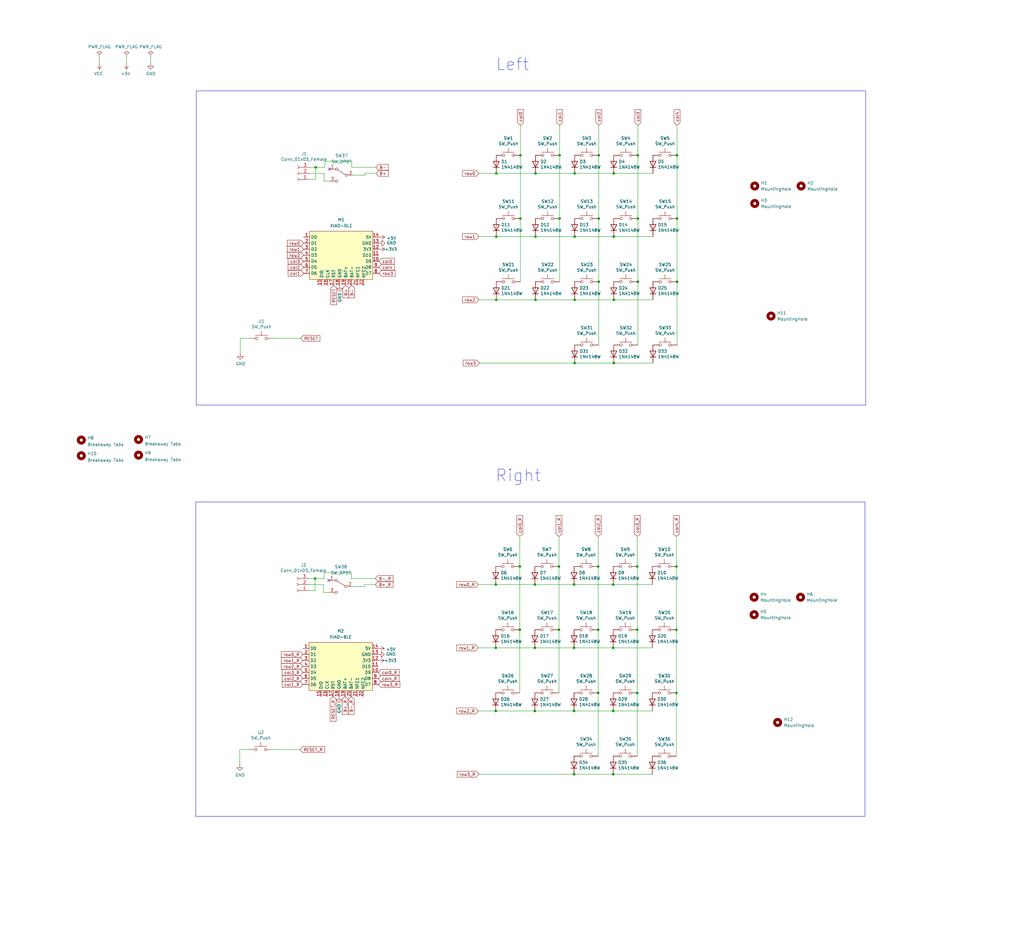
<source format=kicad_sch>
(kicad_sch (version 20230121) (generator eeschema)

  (uuid 61fe293f-6808-4b7f-9340-9aaac7054a97)

  (paper "User" 431.8 399.999)

  (lib_symbols
    (symbol "Connector:Conn_01x03_Female" (pin_names (offset 1.016) hide) (in_bom yes) (on_board yes)
      (property "Reference" "J" (at 0 5.08 0)
        (effects (font (size 1.27 1.27)))
      )
      (property "Value" "Conn_01x03_Female" (at 0 -5.08 0)
        (effects (font (size 1.27 1.27)))
      )
      (property "Footprint" "" (at 0 0 0)
        (effects (font (size 1.27 1.27)) hide)
      )
      (property "Datasheet" "~" (at 0 0 0)
        (effects (font (size 1.27 1.27)) hide)
      )
      (property "ki_keywords" "connector" (at 0 0 0)
        (effects (font (size 1.27 1.27)) hide)
      )
      (property "ki_description" "Generic connector, single row, 01x03, script generated (kicad-library-utils/schlib/autogen/connector/)" (at 0 0 0)
        (effects (font (size 1.27 1.27)) hide)
      )
      (property "ki_fp_filters" "Connector*:*_1x??_*" (at 0 0 0)
        (effects (font (size 1.27 1.27)) hide)
      )
      (symbol "Conn_01x03_Female_1_1"
        (arc (start 0 -2.032) (mid -0.5058 -2.54) (end 0 -3.048)
          (stroke (width 0.1524) (type default))
          (fill (type none))
        )
        (polyline
          (pts
            (xy -1.27 -2.54)
            (xy -0.508 -2.54)
          )
          (stroke (width 0.1524) (type default))
          (fill (type none))
        )
        (polyline
          (pts
            (xy -1.27 0)
            (xy -0.508 0)
          )
          (stroke (width 0.1524) (type default))
          (fill (type none))
        )
        (polyline
          (pts
            (xy -1.27 2.54)
            (xy -0.508 2.54)
          )
          (stroke (width 0.1524) (type default))
          (fill (type none))
        )
        (arc (start 0 0.508) (mid -0.5058 0) (end 0 -0.508)
          (stroke (width 0.1524) (type default))
          (fill (type none))
        )
        (arc (start 0 3.048) (mid -0.5058 2.54) (end 0 2.032)
          (stroke (width 0.1524) (type default))
          (fill (type none))
        )
        (pin passive line (at -5.08 2.54 0) (length 3.81)
          (name "Pin_1" (effects (font (size 1.27 1.27))))
          (number "1" (effects (font (size 1.27 1.27))))
        )
        (pin passive line (at -5.08 0 0) (length 3.81)
          (name "Pin_2" (effects (font (size 1.27 1.27))))
          (number "2" (effects (font (size 1.27 1.27))))
        )
        (pin passive line (at -5.08 -2.54 0) (length 3.81)
          (name "Pin_3" (effects (font (size 1.27 1.27))))
          (number "3" (effects (font (size 1.27 1.27))))
        )
      )
    )
    (symbol "Diode:1N4148W" (pin_numbers hide) (pin_names (offset 1.016) hide) (in_bom yes) (on_board yes)
      (property "Reference" "D" (at 0 2.54 0)
        (effects (font (size 1.27 1.27)))
      )
      (property "Value" "1N4148W" (at 0 -2.54 0)
        (effects (font (size 1.27 1.27)))
      )
      (property "Footprint" "Diode_SMD:D_SOD-123" (at 0 -4.445 0)
        (effects (font (size 1.27 1.27)) hide)
      )
      (property "Datasheet" "https://www.vishay.com/docs/85748/1n4148w.pdf" (at 0 0 0)
        (effects (font (size 1.27 1.27)) hide)
      )
      (property "ki_keywords" "diode" (at 0 0 0)
        (effects (font (size 1.27 1.27)) hide)
      )
      (property "ki_description" "75V 0.15A Fast Switching Diode, SOD-123" (at 0 0 0)
        (effects (font (size 1.27 1.27)) hide)
      )
      (property "ki_fp_filters" "D*SOD?123*" (at 0 0 0)
        (effects (font (size 1.27 1.27)) hide)
      )
      (symbol "1N4148W_0_1"
        (polyline
          (pts
            (xy -1.27 1.27)
            (xy -1.27 -1.27)
          )
          (stroke (width 0.254) (type default))
          (fill (type none))
        )
        (polyline
          (pts
            (xy 1.27 0)
            (xy -1.27 0)
          )
          (stroke (width 0) (type default))
          (fill (type none))
        )
        (polyline
          (pts
            (xy 1.27 1.27)
            (xy 1.27 -1.27)
            (xy -1.27 0)
            (xy 1.27 1.27)
          )
          (stroke (width 0.254) (type default))
          (fill (type none))
        )
      )
      (symbol "1N4148W_1_1"
        (pin passive line (at -3.81 0 0) (length 2.54)
          (name "K" (effects (font (size 1.27 1.27))))
          (number "1" (effects (font (size 1.27 1.27))))
        )
        (pin passive line (at 3.81 0 180) (length 2.54)
          (name "A" (effects (font (size 1.27 1.27))))
          (number "2" (effects (font (size 1.27 1.27))))
        )
      )
    )
    (symbol "Mechanical:MountingHole" (pin_names (offset 1.016)) (in_bom yes) (on_board yes)
      (property "Reference" "H" (at 0 5.08 0)
        (effects (font (size 1.27 1.27)))
      )
      (property "Value" "MountingHole" (at 0 3.175 0)
        (effects (font (size 1.27 1.27)))
      )
      (property "Footprint" "" (at 0 0 0)
        (effects (font (size 1.27 1.27)) hide)
      )
      (property "Datasheet" "~" (at 0 0 0)
        (effects (font (size 1.27 1.27)) hide)
      )
      (property "ki_keywords" "mounting hole" (at 0 0 0)
        (effects (font (size 1.27 1.27)) hide)
      )
      (property "ki_description" "Mounting Hole without connection" (at 0 0 0)
        (effects (font (size 1.27 1.27)) hide)
      )
      (property "ki_fp_filters" "MountingHole*" (at 0 0 0)
        (effects (font (size 1.27 1.27)) hide)
      )
      (symbol "MountingHole_0_1"
        (circle (center 0 0) (radius 1.27)
          (stroke (width 1.27) (type default))
          (fill (type none))
        )
      )
    )
    (symbol "Switch:SW_Push" (pin_numbers hide) (pin_names (offset 1.016) hide) (in_bom yes) (on_board yes)
      (property "Reference" "SW" (at 1.27 2.54 0)
        (effects (font (size 1.27 1.27)) (justify left))
      )
      (property "Value" "SW_Push" (at 0 -1.524 0)
        (effects (font (size 1.27 1.27)))
      )
      (property "Footprint" "" (at 0 5.08 0)
        (effects (font (size 1.27 1.27)) hide)
      )
      (property "Datasheet" "~" (at 0 5.08 0)
        (effects (font (size 1.27 1.27)) hide)
      )
      (property "ki_keywords" "switch normally-open pushbutton push-button" (at 0 0 0)
        (effects (font (size 1.27 1.27)) hide)
      )
      (property "ki_description" "Push button switch, generic, two pins" (at 0 0 0)
        (effects (font (size 1.27 1.27)) hide)
      )
      (symbol "SW_Push_0_1"
        (circle (center -2.032 0) (radius 0.508)
          (stroke (width 0) (type default))
          (fill (type none))
        )
        (polyline
          (pts
            (xy 0 1.27)
            (xy 0 3.048)
          )
          (stroke (width 0) (type default))
          (fill (type none))
        )
        (polyline
          (pts
            (xy 2.54 1.27)
            (xy -2.54 1.27)
          )
          (stroke (width 0) (type default))
          (fill (type none))
        )
        (circle (center 2.032 0) (radius 0.508)
          (stroke (width 0) (type default))
          (fill (type none))
        )
        (pin passive line (at -5.08 0 0) (length 2.54)
          (name "1" (effects (font (size 1.27 1.27))))
          (number "1" (effects (font (size 1.27 1.27))))
        )
        (pin passive line (at 5.08 0 180) (length 2.54)
          (name "2" (effects (font (size 1.27 1.27))))
          (number "2" (effects (font (size 1.27 1.27))))
        )
      )
    )
    (symbol "fingerpunch:XIAO-BLE" (in_bom yes) (on_board yes)
      (property "Reference" "M" (at 0 0 0)
        (effects (font (size 1.27 1.27)))
      )
      (property "Value" "XIAO-BLE" (at 0 2.54 0)
        (effects (font (size 1.27 1.27)))
      )
      (property "Footprint" "" (at 0 0 0)
        (effects (font (size 1.27 1.27)) hide)
      )
      (property "Datasheet" "" (at 0 0 0)
        (effects (font (size 1.27 1.27)) hide)
      )
      (symbol "XIAO-BLE_0_1"
        (rectangle (start -12.7 10.16) (end 13.97 -10.16)
          (stroke (width 0) (type default))
          (fill (type background))
        )
      )
      (symbol "XIAO-BLE_1_1"
        (pin bidirectional line (at -15.24 7.62 0) (length 2.54)
          (name "D0" (effects (font (size 1.27 1.27))))
          (number "1" (effects (font (size 1.27 1.27))))
        )
        (pin bidirectional line (at 16.51 -2.54 180) (length 2.54)
          (name "D9" (effects (font (size 1.27 1.27))))
          (number "10" (effects (font (size 1.27 1.27))))
        )
        (pin bidirectional line (at 16.51 0 180) (length 2.54)
          (name "D10" (effects (font (size 1.27 1.27))))
          (number "11" (effects (font (size 1.27 1.27))))
        )
        (pin power_in line (at 16.51 2.54 180) (length 2.54)
          (name "3V3" (effects (font (size 1.27 1.27))))
          (number "12" (effects (font (size 1.27 1.27))))
        )
        (pin power_in line (at 16.51 5.08 180) (length 2.54)
          (name "GND" (effects (font (size 1.27 1.27))))
          (number "13" (effects (font (size 1.27 1.27))))
        )
        (pin power_in line (at 16.51 7.62 180) (length 2.54)
          (name "5V" (effects (font (size 1.27 1.27))))
          (number "14" (effects (font (size 1.27 1.27))))
        )
        (pin bidirectional line (at -7.62 -12.7 90) (length 2.54)
          (name "DIO" (effects (font (size 1.27 1.27))))
          (number "15" (effects (font (size 1.27 1.27))))
        )
        (pin bidirectional line (at -5.08 -12.7 90) (length 2.54)
          (name "CLK" (effects (font (size 1.27 1.27))))
          (number "16" (effects (font (size 1.27 1.27))))
        )
        (pin bidirectional line (at -2.54 -12.7 90) (length 2.54)
          (name "RST" (effects (font (size 1.27 1.27))))
          (number "17" (effects (font (size 1.27 1.27))))
        )
        (pin bidirectional line (at 0 -12.7 90) (length 2.54)
          (name "GND" (effects (font (size 1.27 1.27))))
          (number "18" (effects (font (size 1.27 1.27))))
        )
        (pin bidirectional line (at 2.54 -12.7 90) (length 2.54)
          (name "BAT+" (effects (font (size 1.27 1.27))))
          (number "19" (effects (font (size 1.27 1.27))))
        )
        (pin bidirectional line (at -15.24 5.08 0) (length 2.54)
          (name "D1" (effects (font (size 1.27 1.27))))
          (number "2" (effects (font (size 1.27 1.27))))
        )
        (pin bidirectional line (at 5.08 -12.7 90) (length 2.54)
          (name "BAT-" (effects (font (size 1.27 1.27))))
          (number "20" (effects (font (size 1.27 1.27))))
        )
        (pin bidirectional line (at 7.62 -12.7 90) (length 2.54)
          (name "NFC1" (effects (font (size 1.27 1.27))))
          (number "21" (effects (font (size 1.27 1.27))))
        )
        (pin bidirectional line (at 10.16 -12.7 90) (length 2.54)
          (name "NFC2" (effects (font (size 1.27 1.27))))
          (number "22" (effects (font (size 1.27 1.27))))
        )
        (pin bidirectional line (at -15.24 2.54 0) (length 2.54)
          (name "D2" (effects (font (size 1.27 1.27))))
          (number "3" (effects (font (size 1.27 1.27))))
        )
        (pin bidirectional line (at -15.24 0 0) (length 2.54)
          (name "D3" (effects (font (size 1.27 1.27))))
          (number "4" (effects (font (size 1.27 1.27))))
        )
        (pin bidirectional line (at -15.24 -2.54 0) (length 2.54)
          (name "D4" (effects (font (size 1.27 1.27))))
          (number "5" (effects (font (size 1.27 1.27))))
        )
        (pin bidirectional line (at -15.24 -5.08 0) (length 2.54)
          (name "D5" (effects (font (size 1.27 1.27))))
          (number "6" (effects (font (size 1.27 1.27))))
        )
        (pin bidirectional line (at -15.24 -7.62 0) (length 2.54)
          (name "D6" (effects (font (size 1.27 1.27))))
          (number "7" (effects (font (size 1.27 1.27))))
        )
        (pin bidirectional line (at 16.51 -7.62 180) (length 2.54)
          (name "D7" (effects (font (size 1.27 1.27))))
          (number "8" (effects (font (size 1.27 1.27))))
        )
        (pin bidirectional line (at 16.51 -5.08 180) (length 2.54)
          (name "D8" (effects (font (size 1.27 1.27))))
          (number "9" (effects (font (size 1.27 1.27))))
        )
      )
    )
    (symbol "jiran-ble:SW_DPDT" (pin_names hide) (in_bom yes) (on_board yes)
      (property "Reference" "SW" (at 0 7.62 0)
        (effects (font (size 1.27 1.27)))
      )
      (property "Value" "SW_DPDT" (at 0 5.715 0)
        (effects (font (size 1.27 1.27)))
      )
      (property "Footprint" "" (at 0.635 7.62 0)
        (effects (font (size 1.27 1.27)) hide)
      )
      (property "Datasheet" "" (at 0.635 7.62 0)
        (effects (font (size 1.27 1.27)) hide)
      )
      (symbol "SW_DPDT_0_0"
        (circle (center -3.302 0) (radius 0.508)
          (stroke (width 0) (type default))
          (fill (type none))
        )
        (circle (center 0.762 -2.54) (radius 0.508)
          (stroke (width 0) (type default))
          (fill (type none))
        )
      )
      (symbol "SW_DPDT_0_1"
        (polyline
          (pts
            (xy -2.794 0.254)
            (xy 0.381 2.286)
          )
          (stroke (width 0) (type default))
          (fill (type none))
        )
        (circle (center 0.762 2.54) (radius 0.508)
          (stroke (width 0) (type default))
          (fill (type none))
        )
      )
      (symbol "SW_DPDT_1_1"
        (pin passive line (at 3.81 2.54 180) (length 2.54)
          (name "A" (effects (font (size 1.27 1.27))))
          (number "1" (effects (font (size 1.27 1.27))))
        )
        (pin passive line (at -6.35 0 0) (length 2.54)
          (name "B" (effects (font (size 1.27 1.27))))
          (number "2" (effects (font (size 1.27 1.27))))
        )
        (pin passive line (at 3.81 -2.54 180) (length 2.54)
          (name "C" (effects (font (size 1.27 1.27))))
          (number "3" (effects (font (size 1.27 1.27))))
        )
      )
    )
    (symbol "power:+3V3" (power) (pin_names (offset 0)) (in_bom yes) (on_board yes)
      (property "Reference" "#PWR" (at 0 -3.81 0)
        (effects (font (size 1.27 1.27)) hide)
      )
      (property "Value" "+3V3" (at 0 3.556 0)
        (effects (font (size 1.27 1.27)))
      )
      (property "Footprint" "" (at 0 0 0)
        (effects (font (size 1.27 1.27)) hide)
      )
      (property "Datasheet" "" (at 0 0 0)
        (effects (font (size 1.27 1.27)) hide)
      )
      (property "ki_keywords" "power-flag" (at 0 0 0)
        (effects (font (size 1.27 1.27)) hide)
      )
      (property "ki_description" "Power symbol creates a global label with name \"+3V3\"" (at 0 0 0)
        (effects (font (size 1.27 1.27)) hide)
      )
      (symbol "+3V3_0_1"
        (polyline
          (pts
            (xy -0.762 1.27)
            (xy 0 2.54)
          )
          (stroke (width 0) (type default))
          (fill (type none))
        )
        (polyline
          (pts
            (xy 0 0)
            (xy 0 2.54)
          )
          (stroke (width 0) (type default))
          (fill (type none))
        )
        (polyline
          (pts
            (xy 0 2.54)
            (xy 0.762 1.27)
          )
          (stroke (width 0) (type default))
          (fill (type none))
        )
      )
      (symbol "+3V3_1_1"
        (pin power_in line (at 0 0 90) (length 0) hide
          (name "+3V3" (effects (font (size 1.27 1.27))))
          (number "1" (effects (font (size 1.27 1.27))))
        )
      )
    )
    (symbol "power:+5V" (power) (pin_names (offset 0)) (in_bom yes) (on_board yes)
      (property "Reference" "#PWR" (at 0 -3.81 0)
        (effects (font (size 1.27 1.27)) hide)
      )
      (property "Value" "+5V" (at 0 3.556 0)
        (effects (font (size 1.27 1.27)))
      )
      (property "Footprint" "" (at 0 0 0)
        (effects (font (size 1.27 1.27)) hide)
      )
      (property "Datasheet" "" (at 0 0 0)
        (effects (font (size 1.27 1.27)) hide)
      )
      (property "ki_keywords" "power-flag" (at 0 0 0)
        (effects (font (size 1.27 1.27)) hide)
      )
      (property "ki_description" "Power symbol creates a global label with name \"+5V\"" (at 0 0 0)
        (effects (font (size 1.27 1.27)) hide)
      )
      (symbol "+5V_0_1"
        (polyline
          (pts
            (xy -0.762 1.27)
            (xy 0 2.54)
          )
          (stroke (width 0) (type default))
          (fill (type none))
        )
        (polyline
          (pts
            (xy 0 0)
            (xy 0 2.54)
          )
          (stroke (width 0) (type default))
          (fill (type none))
        )
        (polyline
          (pts
            (xy 0 2.54)
            (xy 0.762 1.27)
          )
          (stroke (width 0) (type default))
          (fill (type none))
        )
      )
      (symbol "+5V_1_1"
        (pin power_in line (at 0 0 90) (length 0) hide
          (name "+5V" (effects (font (size 1.27 1.27))))
          (number "1" (effects (font (size 1.27 1.27))))
        )
      )
    )
    (symbol "power:GND" (power) (pin_names (offset 0)) (in_bom yes) (on_board yes)
      (property "Reference" "#PWR" (at 0 -6.35 0)
        (effects (font (size 1.27 1.27)) hide)
      )
      (property "Value" "GND" (at 0 -3.81 0)
        (effects (font (size 1.27 1.27)))
      )
      (property "Footprint" "" (at 0 0 0)
        (effects (font (size 1.27 1.27)) hide)
      )
      (property "Datasheet" "" (at 0 0 0)
        (effects (font (size 1.27 1.27)) hide)
      )
      (property "ki_keywords" "power-flag" (at 0 0 0)
        (effects (font (size 1.27 1.27)) hide)
      )
      (property "ki_description" "Power symbol creates a global label with name \"GND\" , ground" (at 0 0 0)
        (effects (font (size 1.27 1.27)) hide)
      )
      (symbol "GND_0_1"
        (polyline
          (pts
            (xy 0 0)
            (xy 0 -1.27)
            (xy 1.27 -1.27)
            (xy 0 -2.54)
            (xy -1.27 -1.27)
            (xy 0 -1.27)
          )
          (stroke (width 0) (type default))
          (fill (type none))
        )
      )
      (symbol "GND_1_1"
        (pin power_in line (at 0 0 270) (length 0) hide
          (name "GND" (effects (font (size 1.27 1.27))))
          (number "1" (effects (font (size 1.27 1.27))))
        )
      )
    )
    (symbol "power:PWR_FLAG" (power) (pin_numbers hide) (pin_names (offset 0) hide) (in_bom yes) (on_board yes)
      (property "Reference" "#FLG" (at 0 1.905 0)
        (effects (font (size 1.27 1.27)) hide)
      )
      (property "Value" "PWR_FLAG" (at 0 3.81 0)
        (effects (font (size 1.27 1.27)))
      )
      (property "Footprint" "" (at 0 0 0)
        (effects (font (size 1.27 1.27)) hide)
      )
      (property "Datasheet" "~" (at 0 0 0)
        (effects (font (size 1.27 1.27)) hide)
      )
      (property "ki_keywords" "power-flag" (at 0 0 0)
        (effects (font (size 1.27 1.27)) hide)
      )
      (property "ki_description" "Special symbol for telling ERC where power comes from" (at 0 0 0)
        (effects (font (size 1.27 1.27)) hide)
      )
      (symbol "PWR_FLAG_0_0"
        (pin power_out line (at 0 0 90) (length 0)
          (name "pwr" (effects (font (size 1.27 1.27))))
          (number "1" (effects (font (size 1.27 1.27))))
        )
      )
      (symbol "PWR_FLAG_0_1"
        (polyline
          (pts
            (xy 0 0)
            (xy 0 1.27)
            (xy -1.016 1.905)
            (xy 0 2.54)
            (xy 1.016 1.905)
            (xy 0 1.27)
          )
          (stroke (width 0) (type default))
          (fill (type none))
        )
      )
    )
    (symbol "power:VCC" (power) (pin_names (offset 0)) (in_bom yes) (on_board yes)
      (property "Reference" "#PWR" (at 0 -3.81 0)
        (effects (font (size 1.27 1.27)) hide)
      )
      (property "Value" "VCC" (at 0 3.81 0)
        (effects (font (size 1.27 1.27)))
      )
      (property "Footprint" "" (at 0 0 0)
        (effects (font (size 1.27 1.27)) hide)
      )
      (property "Datasheet" "" (at 0 0 0)
        (effects (font (size 1.27 1.27)) hide)
      )
      (property "ki_keywords" "power-flag" (at 0 0 0)
        (effects (font (size 1.27 1.27)) hide)
      )
      (property "ki_description" "Power symbol creates a global label with name \"VCC\"" (at 0 0 0)
        (effects (font (size 1.27 1.27)) hide)
      )
      (symbol "VCC_0_1"
        (polyline
          (pts
            (xy -0.762 1.27)
            (xy 0 2.54)
          )
          (stroke (width 0) (type default))
          (fill (type none))
        )
        (polyline
          (pts
            (xy 0 0)
            (xy 0 2.54)
          )
          (stroke (width 0) (type default))
          (fill (type none))
        )
        (polyline
          (pts
            (xy 0 2.54)
            (xy 0.762 1.27)
          )
          (stroke (width 0) (type default))
          (fill (type none))
        )
      )
      (symbol "VCC_1_1"
        (pin power_in line (at 0 0 90) (length 0) hide
          (name "VCC" (effects (font (size 1.27 1.27))))
          (number "1" (effects (font (size 1.27 1.27))))
        )
      )
    )
  )

  (junction (at 258.572 299.974) (diameter 0) (color 0 0 0 0)
    (uuid 02d8e124-f6c9-428f-8460-471df6cfc418)
  )
  (junction (at 258.826 126.492) (diameter 0) (color 0 0 0 0)
    (uuid 03c7f780-fc1b-487a-b30d-567d6c09fdc8)
  )
  (junction (at 225.552 299.974) (diameter 0) (color 0 0 0 0)
    (uuid 05faabee-15b3-4b84-ad35-da4e173b6403)
  )
  (junction (at 242.316 153.162) (diameter 0) (color 0 0 0 0)
    (uuid 081c128f-cdb8-4fda-8165-979c94d6fe69)
  )
  (junction (at 219.202 265.684) (diameter 0) (color 0 0 0 0)
    (uuid 08a2b1b9-c5bb-411b-bdfa-8db27892dcf6)
  )
  (junction (at 219.456 92.202) (diameter 0) (color 0 0 0 0)
    (uuid 097edb1b-8998-4e70-b670-bba125982348)
  )
  (junction (at 219.456 65.532) (diameter 0) (color 0 0 0 0)
    (uuid 0ff508fd-18da-4ab7-9844-3c8a28c2587e)
  )
  (junction (at 285.496 118.872) (diameter 0) (color 0 0 0 0)
    (uuid 18b7e157-ae67-48ad-bd7c-9fef6fe45b22)
  )
  (junction (at 268.732 265.684) (diameter 0) (color 0 0 0 0)
    (uuid 1ba2e9c0-7b8d-4a7a-869e-74e633c51064)
  )
  (junction (at 225.806 99.822) (diameter 0) (color 0 0 0 0)
    (uuid 1f8b2c0c-b042-4e2e-80f6-4959a27b238f)
  )
  (junction (at 209.296 126.492) (diameter 0) (color 0 0 0 0)
    (uuid 1f9ae101-c652-4998-a503-17aedf3d5746)
  )
  (junction (at 209.042 246.634) (diameter 0) (color 0 0 0 0)
    (uuid 22ce7eb5-b847-486a-9dd0-3702909d7a56)
  )
  (junction (at 209.296 99.822) (diameter 0) (color 0 0 0 0)
    (uuid 272c2a78-b5f5-4b61-aed3-ec69e0e92729)
  )
  (junction (at 235.712 265.684) (diameter 0) (color 0 0 0 0)
    (uuid 3a9a7920-cfaa-4ea7-b440-828e0f48b8e7)
  )
  (junction (at 235.966 92.202) (diameter 0) (color 0 0 0 0)
    (uuid 41acfe41-fac7-432a-a7a3-946566e2d504)
  )
  (junction (at 258.572 326.644) (diameter 0) (color 0 0 0 0)
    (uuid 4d65b94c-68a8-4ca4-8303-605ce70f4755)
  )
  (junction (at 258.572 273.304) (diameter 0) (color 0 0 0 0)
    (uuid 612aacf8-e13d-4271-9552-2c10529dbd05)
  )
  (junction (at 209.296 73.152) (diameter 0) (color 0 0 0 0)
    (uuid 62f15a9a-9893-486e-9ad0-ea43f88fc9e7)
  )
  (junction (at 285.242 265.684) (diameter 0) (color 0 0 0 0)
    (uuid 646e5b8d-cf75-4f9c-af03-ba66eeb5325e)
  )
  (junction (at 225.552 273.304) (diameter 0) (color 0 0 0 0)
    (uuid 6c200fc9-a7b8-4675-8798-8763f4170ede)
  )
  (junction (at 225.806 126.492) (diameter 0) (color 0 0 0 0)
    (uuid 700e8b73-5976-423f-a3f3-ab3d9f3e9760)
  )
  (junction (at 235.966 65.532) (diameter 0) (color 0 0 0 0)
    (uuid 70e15522-1572-4451-9c0d-6d36ac70d8c6)
  )
  (junction (at 132.842 244.094) (diameter 0) (color 0 0 0 0)
    (uuid 76339a8a-0d19-42d5-b42a-a51652525f4f)
  )
  (junction (at 242.316 99.822) (diameter 0) (color 0 0 0 0)
    (uuid 79e31048-072a-4a40-a625-26bb0b5f046b)
  )
  (junction (at 268.986 92.202) (diameter 0) (color 0 0 0 0)
    (uuid 7e0a03ae-d054-4f76-a131-5c09b8dc1636)
  )
  (junction (at 268.732 292.354) (diameter 0) (color 0 0 0 0)
    (uuid 82be8c30-6693-4d4e-a852-eae3b029f82a)
  )
  (junction (at 235.712 239.014) (diameter 0) (color 0 0 0 0)
    (uuid 8b450477-3bf4-402e-b423-b91e2091473d)
  )
  (junction (at 219.202 239.014) (diameter 0) (color 0 0 0 0)
    (uuid 8c9cf5db-3e41-4002-b213-b0196528498c)
  )
  (junction (at 252.222 292.354) (diameter 0) (color 0 0 0 0)
    (uuid 8f975e6f-fae4-478e-9929-2b9c5803bfca)
  )
  (junction (at 225.552 246.634) (diameter 0) (color 0 0 0 0)
    (uuid 921ce090-0aff-4ea1-94a1-8b2c47a38f54)
  )
  (junction (at 252.222 265.684) (diameter 0) (color 0 0 0 0)
    (uuid 985cfb30-6b98-4611-b10d-cd6ec7e3ca16)
  )
  (junction (at 209.042 273.304) (diameter 0) (color 0 0 0 0)
    (uuid ab9ff2f3-88e5-451b-b585-1d9898019624)
  )
  (junction (at 133.096 70.612) (diameter 0) (color 0 0 0 0)
    (uuid af60253e-c05a-4072-b962-1013fc651c59)
  )
  (junction (at 242.062 273.304) (diameter 0) (color 0 0 0 0)
    (uuid affbcd0f-75c3-45ad-a295-83422c70f98c)
  )
  (junction (at 242.316 73.152) (diameter 0) (color 0 0 0 0)
    (uuid b4300db7-1220-431a-b7c3-2edbdf8fa6fc)
  )
  (junction (at 258.826 99.822) (diameter 0) (color 0 0 0 0)
    (uuid b873bc5d-a9af-4bd9-afcb-87ce4d417120)
  )
  (junction (at 252.222 239.014) (diameter 0) (color 0 0 0 0)
    (uuid ba1126e1-bc2b-4fd7-9129-c170cdd9d9bc)
  )
  (junction (at 252.476 92.202) (diameter 0) (color 0 0 0 0)
    (uuid c094494a-f6f7-43fc-a007-4951484ddf3a)
  )
  (junction (at 285.242 292.354) (diameter 0) (color 0 0 0 0)
    (uuid c3fb8cb2-24fa-4c9e-b083-e8f24ce597d3)
  )
  (junction (at 258.826 153.162) (diameter 0) (color 0 0 0 0)
    (uuid c5bc69b7-107b-4bec-9ab2-26d6197f56b5)
  )
  (junction (at 242.316 126.492) (diameter 0) (color 0 0 0 0)
    (uuid c76d4423-ef1b-4a6f-8176-33d65f2877bb)
  )
  (junction (at 252.476 65.532) (diameter 0) (color 0 0 0 0)
    (uuid ca87f11b-5f48-4b57-8535-68d3ec2fe5a9)
  )
  (junction (at 258.572 246.634) (diameter 0) (color 0 0 0 0)
    (uuid ce06f22c-e904-48de-80be-56939126f677)
  )
  (junction (at 285.496 92.202) (diameter 0) (color 0 0 0 0)
    (uuid d0fb0864-e79b-4bdc-8e8e-eed0cabe6d56)
  )
  (junction (at 268.732 239.014) (diameter 0) (color 0 0 0 0)
    (uuid d1e45e92-9b33-48b1-87bb-baf529bbb24d)
  )
  (junction (at 242.062 299.974) (diameter 0) (color 0 0 0 0)
    (uuid d9ef062a-40cd-4542-9454-abbc8911ec26)
  )
  (junction (at 285.496 65.532) (diameter 0) (color 0 0 0 0)
    (uuid e43dbe34-ed17-4e35-a5c7-2f1679b3c415)
  )
  (junction (at 268.986 65.532) (diameter 0) (color 0 0 0 0)
    (uuid e4c6fdbb-fdc7-4ad4-a516-240d84cdc120)
  )
  (junction (at 225.806 73.152) (diameter 0) (color 0 0 0 0)
    (uuid e5203297-b913-4288-a576-12a92185cb52)
  )
  (junction (at 268.986 118.872) (diameter 0) (color 0 0 0 0)
    (uuid e54e5e19-1deb-49a9-8629-617db8e434c0)
  )
  (junction (at 209.042 299.974) (diameter 0) (color 0 0 0 0)
    (uuid e716de56-393f-4a6e-9553-5c1a1d81653b)
  )
  (junction (at 252.476 118.872) (diameter 0) (color 0 0 0 0)
    (uuid f449bd37-cc90-4487-aee6-2a20b8d2843a)
  )
  (junction (at 258.826 73.152) (diameter 0) (color 0 0 0 0)
    (uuid f7667b23-296e-4362-a7e3-949632c8954b)
  )
  (junction (at 242.062 246.634) (diameter 0) (color 0 0 0 0)
    (uuid f930d456-f65f-4b22-b0d9-e1e513615194)
  )
  (junction (at 285.242 239.014) (diameter 0) (color 0 0 0 0)
    (uuid fa33f3bc-8fe6-4f32-bfa1-6eeb4da6c01d)
  )
  (junction (at 242.062 326.644) (diameter 0) (color 0 0 0 0)
    (uuid fa57ce99-2eb9-4097-92fc-8dea80230659)
  )

  (no_connect (at 138.938 71.374) (uuid 1b22cd9e-6bb2-46d7-957d-4b26013ee05d))
  (no_connect (at 138.684 244.856) (uuid 678285de-1fa8-4d7a-a447-46df008a5534))

  (wire (pts (xy 201.93 73.152) (xy 209.296 73.152))
    (stroke (width 0) (type default))
    (uuid 000b46d6-b833-4804-8f56-56d539f76d09)
  )
  (wire (pts (xy 252.476 52.832) (xy 252.476 65.532))
    (stroke (width 0) (type default))
    (uuid 01e9b6e7-adf9-4ee7-9447-a588630ee4a2)
  )
  (wire (pts (xy 133.096 70.612) (xy 130.556 70.612))
    (stroke (width 0) (type default))
    (uuid 02173663-0fa4-468a-9acc-a4616ec74adf)
  )
  (wire (pts (xy 148.336 70.612) (xy 148.336 68.072))
    (stroke (width 0) (type default))
    (uuid 03738186-2a28-481b-9fd1-69b7899199e1)
  )
  (wire (pts (xy 209.296 73.152) (xy 225.806 73.152))
    (stroke (width 0) (type default))
    (uuid 03caada9-9e22-4e2d-9035-b15433dfbb17)
  )
  (wire (pts (xy 235.712 226.314) (xy 235.712 239.014))
    (stroke (width 0) (type default))
    (uuid 0473e152-aa7e-4aec-bdbf-d0d0470e953e)
  )
  (wire (pts (xy 252.476 118.872) (xy 252.476 145.542))
    (stroke (width 0) (type default))
    (uuid 04d60995-4f82-4f17-8f82-2f27a0a779cc)
  )
  (wire (pts (xy 101.092 316.23) (xy 101.092 322.58))
    (stroke (width 0) (type default))
    (uuid 06177eec-bf51-486b-890e-28c53cfecb87)
  )
  (wire (pts (xy 201.676 299.974) (xy 209.042 299.974))
    (stroke (width 0) (type default))
    (uuid 0d5b30b1-9942-44d0-8127-146246c298a8)
  )
  (wire (pts (xy 132.842 249.174) (xy 132.842 244.094))
    (stroke (width 0) (type default))
    (uuid 1047b2e8-1430-4e5a-b382-7fe3459ba902)
  )
  (wire (pts (xy 268.732 226.314) (xy 268.732 239.014))
    (stroke (width 0) (type default))
    (uuid 13399f40-51d3-4462-94d8-5b0588ff695e)
  )
  (wire (pts (xy 148.082 244.094) (xy 158.242 244.094))
    (stroke (width 0) (type default))
    (uuid 15616fff-2377-460a-bb56-60c302511688)
  )
  (wire (pts (xy 148.336 68.072) (xy 136.906 68.072))
    (stroke (width 0) (type default))
    (uuid 16982575-29b4-488b-b71e-238e38b1466a)
  )
  (wire (pts (xy 258.826 73.152) (xy 275.336 73.152))
    (stroke (width 0) (type default))
    (uuid 16a9ae8c-3ad2-439b-8efe-377c994670c7)
  )
  (polyline (pts (xy 82.804 38.354) (xy 82.804 170.942))
    (stroke (width 0) (type default))
    (uuid 1e06fe4e-06d7-4508-94f2-12a3d655c17e)
  )

  (wire (pts (xy 219.456 52.832) (xy 219.456 65.532))
    (stroke (width 0) (type default))
    (uuid 1f3003e6-dce5-420f-906b-3f1e92b67249)
  )
  (wire (pts (xy 258.826 99.822) (xy 275.336 99.822))
    (stroke (width 0) (type default))
    (uuid 20c315f4-1e4f-49aa-8d61-778a7389df7e)
  )
  (wire (pts (xy 201.93 99.822) (xy 209.296 99.822))
    (stroke (width 0) (type default))
    (uuid 2102c637-9f11-48f1-aae6-b4139dc22be2)
  )
  (wire (pts (xy 201.676 273.304) (xy 209.042 273.304))
    (stroke (width 0) (type default))
    (uuid 225776f7-dd51-4059-9971-eacd0ce580a7)
  )
  (wire (pts (xy 209.296 126.492) (xy 225.806 126.492))
    (stroke (width 0) (type default))
    (uuid 22999e73-da32-43a5-9163-4b3a41614f25)
  )
  (polyline (pts (xy 82.804 38.354) (xy 364.998 38.354))
    (stroke (width 0) (type default))
    (uuid 24df7d48-e8e2-4e73-af92-e5e05372cd50)
  )

  (wire (pts (xy 63.5 24.13) (xy 63.5 26.67))
    (stroke (width 0) (type default))
    (uuid 282c8e53-3acc-42f0-a92a-6aa976b97a93)
  )
  (wire (pts (xy 219.202 265.684) (xy 219.202 292.354))
    (stroke (width 0) (type default))
    (uuid 29b9e08a-ef7e-4600-94e8-d8fbaf319cdb)
  )
  (wire (pts (xy 148.082 244.094) (xy 148.082 241.554))
    (stroke (width 0) (type default))
    (uuid 2ca0874e-1e84-470f-b9cb-b659d5525127)
  )
  (wire (pts (xy 130.302 249.174) (xy 132.842 249.174))
    (stroke (width 0) (type default))
    (uuid 3132b4f4-5823-4f5e-b70e-3d8401bbc4e1)
  )
  (wire (pts (xy 242.316 99.822) (xy 258.826 99.822))
    (stroke (width 0) (type default))
    (uuid 35a9f71f-ba35-47f6-814e-4106ac36c51e)
  )
  (wire (pts (xy 258.572 326.644) (xy 275.082 326.644))
    (stroke (width 0) (type default))
    (uuid 37725b53-2bed-45c4-8c03-aeb62072c97a)
  )
  (wire (pts (xy 219.456 65.532) (xy 219.456 92.202))
    (stroke (width 0) (type default))
    (uuid 3a52f112-cb97-43db-aaeb-20afe27664d7)
  )
  (wire (pts (xy 153.924 73.152) (xy 153.924 73.914))
    (stroke (width 0) (type default))
    (uuid 3a57f53d-0acf-4711-8ab6-8fa639f9aac4)
  )
  (wire (pts (xy 138.684 249.936) (xy 136.398 249.936))
    (stroke (width 0) (type default))
    (uuid 3bb099c4-0479-4904-b1c7-59d2adff4837)
  )
  (polyline (pts (xy 364.998 38.354) (xy 364.998 170.942))
    (stroke (width 0) (type default))
    (uuid 3bfaf84b-119d-40f2-9dbd-f75fc42506a6)
  )

  (wire (pts (xy 101.346 142.748) (xy 105.156 142.748))
    (stroke (width 0) (type default))
    (uuid 3c5898f5-0f5a-492d-8084-3271bb1044d2)
  )
  (wire (pts (xy 209.042 273.304) (xy 225.552 273.304))
    (stroke (width 0) (type default))
    (uuid 3ec86299-ca3d-46dc-a3dc-fe53552b7f4d)
  )
  (wire (pts (xy 252.222 239.014) (xy 252.222 265.684))
    (stroke (width 0) (type default))
    (uuid 40cff4aa-9674-42c9-8d50-07b5eb2a7ce8)
  )
  (wire (pts (xy 136.906 68.072) (xy 136.906 70.612))
    (stroke (width 0) (type default))
    (uuid 4192471d-7593-46bc-b244-fc16bcf79c92)
  )
  (wire (pts (xy 235.712 265.684) (xy 235.712 292.354))
    (stroke (width 0) (type default))
    (uuid 41c5a607-ed52-4009-ba68-9ab13e6b9a78)
  )
  (wire (pts (xy 209.296 99.822) (xy 225.806 99.822))
    (stroke (width 0) (type default))
    (uuid 477311b9-8f81-40c8-9c55-fd87e287247a)
  )
  (wire (pts (xy 242.316 73.152) (xy 258.826 73.152))
    (stroke (width 0) (type default))
    (uuid 4f66b314-0f62-4fb6-8c3c-f9c6a75cd3ec)
  )
  (wire (pts (xy 158.242 246.634) (xy 153.67 246.634))
    (stroke (width 0) (type default))
    (uuid 5190b553-c41b-4905-8ea0-805c8ddd33bb)
  )
  (wire (pts (xy 136.652 241.554) (xy 136.652 244.094))
    (stroke (width 0) (type default))
    (uuid 5501768f-3c66-4cfd-aed3-782d198e14af)
  )
  (polyline (pts (xy 82.55 211.836) (xy 364.744 211.836))
    (stroke (width 0) (type default))
    (uuid 5528d5bd-f1c0-4a32-ac41-6a4de5a9c557)
  )

  (wire (pts (xy 235.712 239.014) (xy 235.712 265.684))
    (stroke (width 0) (type default))
    (uuid 55ce9d02-2cad-415b-a4b2-5595d6a8da92)
  )
  (wire (pts (xy 268.732 292.354) (xy 268.732 319.024))
    (stroke (width 0) (type default))
    (uuid 574dd3d8-5256-40ef-9ea0-3933c4523676)
  )
  (polyline (pts (xy 364.744 344.424) (xy 82.55 344.424))
    (stroke (width 0) (type default))
    (uuid 581d6f77-b46b-4753-8f9e-574da010e005)
  )

  (wire (pts (xy 235.966 92.202) (xy 235.966 118.872))
    (stroke (width 0) (type default))
    (uuid 597a11f2-5d2c-4a65-ac95-38ad106e1367)
  )
  (wire (pts (xy 209.042 246.634) (xy 225.552 246.634))
    (stroke (width 0) (type default))
    (uuid 5a4bf017-b177-4a2c-898b-a99392890a39)
  )
  (wire (pts (xy 258.572 273.304) (xy 275.082 273.304))
    (stroke (width 0) (type default))
    (uuid 5d407d6f-97b0-4072-8a6f-0d8490638590)
  )
  (wire (pts (xy 242.062 326.644) (xy 258.572 326.644))
    (stroke (width 0) (type default))
    (uuid 5ec3d714-1fad-42d8-a5b1-a0c87195f02f)
  )
  (wire (pts (xy 219.202 226.314) (xy 219.202 239.014))
    (stroke (width 0) (type default))
    (uuid 5f2c80fe-0ba0-46b5-9618-adb750f1002f)
  )
  (wire (pts (xy 258.826 126.492) (xy 275.336 126.492))
    (stroke (width 0) (type default))
    (uuid 609b9e1b-4e3b-42b7-ac76-a62ec4d0e7c7)
  )
  (wire (pts (xy 225.806 99.822) (xy 242.316 99.822))
    (stroke (width 0) (type default))
    (uuid 644ae9fc-3c8e-4089-866e-a12bf371c3e9)
  )
  (wire (pts (xy 268.986 118.872) (xy 268.986 145.542))
    (stroke (width 0) (type default))
    (uuid 6742a066-6a5f-4185-90ae-b7fe8c6eda52)
  )
  (wire (pts (xy 153.67 247.396) (xy 148.844 247.396))
    (stroke (width 0) (type default))
    (uuid 69a53b71-6a5a-4324-83de-8d86b773546d)
  )
  (wire (pts (xy 285.496 92.202) (xy 285.496 118.872))
    (stroke (width 0) (type default))
    (uuid 6b7c1048-12b6-46b2-b762-fa3ad30472dd)
  )
  (wire (pts (xy 268.986 92.202) (xy 268.986 118.872))
    (stroke (width 0) (type default))
    (uuid 6bf05d19-ba3e-4ba6-8a6f-4e0bc45ea3b2)
  )
  (wire (pts (xy 225.806 73.152) (xy 242.316 73.152))
    (stroke (width 0) (type default))
    (uuid 6d26d68f-1ca7-4ff3-b058-272f1c399047)
  )
  (wire (pts (xy 285.496 52.832) (xy 285.496 65.532))
    (stroke (width 0) (type default))
    (uuid 6ec113ca-7d27-4b14-a180-1e5e2fd1c167)
  )
  (wire (pts (xy 115.062 316.23) (xy 126.492 316.23))
    (stroke (width 0) (type default))
    (uuid 7225a361-afb2-43f2-ba37-02e016ff9205)
  )
  (wire (pts (xy 242.062 273.304) (xy 258.572 273.304))
    (stroke (width 0) (type default))
    (uuid 771943ee-98f7-4a83-a8d0-c1bfc6b058df)
  )
  (wire (pts (xy 242.316 153.162) (xy 258.826 153.162))
    (stroke (width 0) (type default))
    (uuid 78229ebd-eb56-4757-942b-eb8137b0c704)
  )
  (wire (pts (xy 136.652 244.094) (xy 132.842 244.094))
    (stroke (width 0) (type default))
    (uuid 787c55d1-0411-4b45-9514-9f4458ed0d60)
  )
  (wire (pts (xy 258.572 299.974) (xy 275.082 299.974))
    (stroke (width 0) (type default))
    (uuid 789a0ca5-3aaa-45ef-ab8d-5da9bc980496)
  )
  (wire (pts (xy 115.316 142.748) (xy 126.746 142.748))
    (stroke (width 0) (type default))
    (uuid 7dce8135-5991-4d94-94eb-7a3ed59e9643)
  )
  (wire (pts (xy 219.202 239.014) (xy 219.202 265.684))
    (stroke (width 0) (type default))
    (uuid 7de857b9-fd41-4f1a-a45f-74f173b6f6f1)
  )
  (wire (pts (xy 101.346 142.748) (xy 101.346 149.098))
    (stroke (width 0) (type default))
    (uuid 7faa0c70-d442-456a-ae6d-f1eb47c7c63b)
  )
  (wire (pts (xy 285.496 118.872) (xy 285.496 145.542))
    (stroke (width 0) (type default))
    (uuid 8b022692-69b7-4bd6-bf38-57edecf356fa)
  )
  (wire (pts (xy 268.986 65.532) (xy 268.986 92.202))
    (stroke (width 0) (type default))
    (uuid 9193c41e-d425-447d-b95c-6986d66ea01c)
  )
  (wire (pts (xy 130.556 73.152) (xy 136.652 73.152))
    (stroke (width 0) (type default))
    (uuid 92bd0050-ebfd-4640-9435-30c23cdd6ef8)
  )
  (wire (pts (xy 285.496 65.532) (xy 285.496 92.202))
    (stroke (width 0) (type default))
    (uuid 935f462d-8b1e-4005-9f1e-17f537ab1756)
  )
  (wire (pts (xy 268.732 239.014) (xy 268.732 265.684))
    (stroke (width 0) (type default))
    (uuid 97319090-7718-4025-9a0c-72cca10e5ff2)
  )
  (wire (pts (xy 53.34 24.13) (xy 53.34 26.67))
    (stroke (width 0) (type default))
    (uuid 98970bf0-1168-4b4e-a1c9-3b0c8d7eaacf)
  )
  (wire (pts (xy 148.336 70.612) (xy 158.496 70.612))
    (stroke (width 0) (type default))
    (uuid 9bbb5d34-d29f-478a-8106-0dbdb31b441d)
  )
  (wire (pts (xy 153.924 73.914) (xy 149.098 73.914))
    (stroke (width 0) (type default))
    (uuid 9d127080-01c1-42ee-af60-f10c7cde54bf)
  )
  (wire (pts (xy 252.222 265.684) (xy 252.222 292.354))
    (stroke (width 0) (type default))
    (uuid 9e644378-4570-4a8a-824f-415488ca3ed3)
  )
  (wire (pts (xy 130.556 75.692) (xy 133.096 75.692))
    (stroke (width 0) (type default))
    (uuid a229b09e-8f1e-4b0d-b7bf-e478478acd5c)
  )
  (wire (pts (xy 225.806 126.492) (xy 242.316 126.492))
    (stroke (width 0) (type default))
    (uuid a29f8df0-3fae-4edf-8d9c-bd5a875b13e3)
  )
  (polyline (pts (xy 82.55 211.836) (xy 82.55 344.424))
    (stroke (width 0) (type default))
    (uuid a47e808d-2b3e-45bf-9a53-12e857c3b184)
  )

  (wire (pts (xy 285.242 292.354) (xy 285.242 319.024))
    (stroke (width 0) (type default))
    (uuid aaf0d3f2-57a8-422f-97bf-472bfac30821)
  )
  (wire (pts (xy 132.842 244.094) (xy 130.302 244.094))
    (stroke (width 0) (type default))
    (uuid ab2396d2-1295-47fc-b089-c8515603bfe8)
  )
  (wire (pts (xy 41.91 24.13) (xy 41.91 26.67))
    (stroke (width 0) (type default))
    (uuid b12e5309-5d01-40ef-a9c3-8453e00a555e)
  )
  (wire (pts (xy 252.222 292.354) (xy 252.222 319.024))
    (stroke (width 0) (type default))
    (uuid b3401f83-20c2-444f-9716-a2645cae1ce5)
  )
  (wire (pts (xy 133.096 75.692) (xy 133.096 70.612))
    (stroke (width 0) (type default))
    (uuid b42c19a2-c0b4-40f9-9922-4ca7b5d7a2a7)
  )
  (wire (pts (xy 225.552 246.634) (xy 242.062 246.634))
    (stroke (width 0) (type default))
    (uuid b5dd188d-8cb8-473c-81ce-68c690995ef7)
  )
  (wire (pts (xy 225.552 299.974) (xy 242.062 299.974))
    (stroke (width 0) (type default))
    (uuid b70d73fa-647e-46c1-b00e-3d3e3607fff0)
  )
  (wire (pts (xy 252.476 92.202) (xy 252.476 118.872))
    (stroke (width 0) (type default))
    (uuid b7867831-ef82-4f33-a926-59e5c1c09b91)
  )
  (wire (pts (xy 202.184 153.162) (xy 242.316 153.162))
    (stroke (width 0) (type default))
    (uuid c10ace36-a93c-4c08-ac75-059ef9e1f71c)
  )
  (wire (pts (xy 258.572 246.634) (xy 275.082 246.634))
    (stroke (width 0) (type default))
    (uuid c1add168-0858-4cab-91df-2c79565cc5cf)
  )
  (wire (pts (xy 285.242 265.684) (xy 285.242 292.354))
    (stroke (width 0) (type default))
    (uuid c8e32811-8e71-4720-ba21-17ed4abfc039)
  )
  (wire (pts (xy 285.242 226.314) (xy 285.242 239.014))
    (stroke (width 0) (type default))
    (uuid cba4e38c-5a56-4db6-baaa-e2cc129ca3e0)
  )
  (wire (pts (xy 201.676 246.634) (xy 209.042 246.634))
    (stroke (width 0) (type default))
    (uuid cde0cf33-79d7-4986-99b4-06e2ebcd373a)
  )
  (wire (pts (xy 242.062 299.974) (xy 258.572 299.974))
    (stroke (width 0) (type default))
    (uuid d047650c-c9cb-431e-b328-ae80cde54979)
  )
  (wire (pts (xy 201.93 326.644) (xy 242.062 326.644))
    (stroke (width 0) (type default))
    (uuid d19a39a8-f6b3-404b-ba82-d994142199f0)
  )
  (wire (pts (xy 101.092 316.23) (xy 104.902 316.23))
    (stroke (width 0) (type default))
    (uuid d1e53a12-1d92-4b93-94ba-8ea2e7f10afe)
  )
  (wire (pts (xy 235.966 52.832) (xy 235.966 65.532))
    (stroke (width 0) (type default))
    (uuid d3d7e298-1d39-4294-a3ab-c84cc0dc5e5a)
  )
  (polyline (pts (xy 364.744 211.836) (xy 364.744 344.424))
    (stroke (width 0) (type default))
    (uuid d443abe2-b44e-4e3d-a7c4-cd209ea0b3d3)
  )

  (wire (pts (xy 136.652 76.454) (xy 136.652 73.152))
    (stroke (width 0) (type default))
    (uuid d5314028-967f-4317-99a3-440db4a042a1)
  )
  (wire (pts (xy 252.476 65.532) (xy 252.476 92.202))
    (stroke (width 0) (type default))
    (uuid d6fb27cf-362d-4568-967c-a5bf49d5931b)
  )
  (wire (pts (xy 225.552 273.304) (xy 242.062 273.304))
    (stroke (width 0) (type default))
    (uuid d83c4ca3-b41a-4531-91e4-c5c7d01ca7ca)
  )
  (wire (pts (xy 258.826 153.162) (xy 275.336 153.162))
    (stroke (width 0) (type default))
    (uuid d8a51630-bca5-4e19-b926-9588d0a38703)
  )
  (wire (pts (xy 268.732 265.684) (xy 268.732 292.354))
    (stroke (width 0) (type default))
    (uuid d9d9b8b6-1bd9-4cbb-a32b-b162de736ab7)
  )
  (wire (pts (xy 268.986 52.832) (xy 268.986 65.532))
    (stroke (width 0) (type default))
    (uuid db36f6e3-e72a-487f-bda9-88cc84536f62)
  )
  (wire (pts (xy 201.93 126.492) (xy 209.296 126.492))
    (stroke (width 0) (type default))
    (uuid dd70858b-2f9a-4b3f-9af5-ead3a9ba57e9)
  )
  (wire (pts (xy 209.042 299.974) (xy 225.552 299.974))
    (stroke (width 0) (type default))
    (uuid e2f3a0d7-9980-4dc4-b4a2-183898ba2e0c)
  )
  (wire (pts (xy 219.456 92.202) (xy 219.456 118.872))
    (stroke (width 0) (type default))
    (uuid e3fc1e69-a11c-4c84-8952-fefb9372474e)
  )
  (wire (pts (xy 153.67 246.634) (xy 153.67 247.396))
    (stroke (width 0) (type default))
    (uuid e6836223-24ea-482e-924a-17df59e9cffa)
  )
  (polyline (pts (xy 364.998 170.942) (xy 82.804 170.942))
    (stroke (width 0) (type default))
    (uuid e70ed40c-14bd-4959-8961-65dbdb83b690)
  )

  (wire (pts (xy 242.316 126.492) (xy 258.826 126.492))
    (stroke (width 0) (type default))
    (uuid eee16674-2d21-45b6-ab5e-d669125df26c)
  )
  (wire (pts (xy 148.082 241.554) (xy 136.652 241.554))
    (stroke (width 0) (type default))
    (uuid ef8b8e22-a663-4045-9b3f-005a884b91cf)
  )
  (wire (pts (xy 136.906 70.612) (xy 133.096 70.612))
    (stroke (width 0) (type default))
    (uuid f2921e8d-6e8b-41a9-a668-49ee104b1bd2)
  )
  (wire (pts (xy 235.966 65.532) (xy 235.966 92.202))
    (stroke (width 0) (type default))
    (uuid f4eb0267-179f-46c9-b516-9bfb06bac1ba)
  )
  (wire (pts (xy 138.938 76.454) (xy 136.652 76.454))
    (stroke (width 0) (type default))
    (uuid f8440f1c-d783-4fd1-8bb3-3942cda69431)
  )
  (wire (pts (xy 252.222 226.314) (xy 252.222 239.014))
    (stroke (width 0) (type default))
    (uuid f8646306-88da-48a4-b629-0dd41924183f)
  )
  (wire (pts (xy 158.496 73.152) (xy 153.924 73.152))
    (stroke (width 0) (type default))
    (uuid fb45a0ec-6e2e-413a-845a-db94140e1dc3)
  )
  (wire (pts (xy 130.302 246.634) (xy 136.398 246.634))
    (stroke (width 0) (type default))
    (uuid fe58393d-ab82-4720-b36c-a48478bb48c1)
  )
  (wire (pts (xy 285.242 239.014) (xy 285.242 265.684))
    (stroke (width 0) (type default))
    (uuid ff6e0f7a-b887-4c7b-999c-590fd1eadc6e)
  )
  (wire (pts (xy 136.398 249.936) (xy 136.398 246.634))
    (stroke (width 0) (type default))
    (uuid ffb18259-d9a3-4d28-9a88-d4d574bb86f4)
  )
  (wire (pts (xy 242.062 246.634) (xy 258.572 246.634))
    (stroke (width 0) (type default))
    (uuid ffefc7f3-a9df-4a34-bddc-ae001241d33f)
  )

  (text "Left" (at 209.042 30.226 0)
    (effects (font (size 5 5)) (justify left bottom))
    (uuid 3511578d-8431-4269-b088-eed2157f7d1a)
  )
  (text "Right" (at 208.788 203.708 0)
    (effects (font (size 5 5)) (justify left bottom))
    (uuid f700a727-d457-4a11-a195-67e1f40c1cdc)
  )

  (global_label "row3" (shape input) (at 202.184 153.162 180) (fields_autoplaced)
    (effects (font (size 1.27 1.27)) (justify right))
    (uuid 155b0b7c-70b4-4a26-a550-bac13cab0aa4)
    (property "Intersheetrefs" "${INTERSHEET_REFS}" (at 195.4572 153.162 0)
      (effects (font (size 1.27 1.27)) (justify right) hide)
    )
  )
  (global_label "col4" (shape input) (at 159.766 112.776 0) (fields_autoplaced)
    (effects (font (size 1.27 1.27)) (justify left))
    (uuid 178374ea-6b33-488c-87df-b55cb46377ed)
    (property "Intersheetrefs" "${INTERSHEET_REFS}" (at 166.1299 112.776 0)
      (effects (font (size 1.27 1.27)) (justify left) hide)
    )
  )
  (global_label "row3_R" (shape input) (at 201.93 326.644 180) (fields_autoplaced)
    (effects (font (size 1.27 1.27)) (justify right))
    (uuid 35f4bc64-4795-43e8-9e48-5bdd36aa984b)
    (property "Intersheetrefs" "${INTERSHEET_REFS}" (at 192.9656 326.644 0)
      (effects (font (size 1.27 1.27)) (justify right) hide)
    )
  )
  (global_label "row0" (shape input) (at 128.016 102.616 180) (fields_autoplaced)
    (effects (font (size 1.27 1.27)) (justify right))
    (uuid 38ddc778-fa1e-47c2-9ca1-75b0735ff745)
    (property "Intersheetrefs" "${INTERSHEET_REFS}" (at 94.996 32.766 0)
      (effects (font (size 1.27 1.27)) hide)
    )
  )
  (global_label "row0_R" (shape input) (at 201.676 246.634 180) (fields_autoplaced)
    (effects (font (size 1.27 1.27)) (justify right))
    (uuid 3adcbebc-9a2e-4a96-a73a-1ce28f136ca9)
    (property "Intersheetrefs" "${INTERSHEET_REFS}" (at 192.7116 246.634 0)
      (effects (font (size 1.27 1.27)) (justify right) hide)
    )
  )
  (global_label "col4_R" (shape input) (at 159.512 286.258 0) (fields_autoplaced)
    (effects (font (size 1.27 1.27)) (justify left))
    (uuid 4193a81a-4419-491a-94fe-06dd14d0f8d2)
    (property "Intersheetrefs" "${INTERSHEET_REFS}" (at 168.1135 286.258 0)
      (effects (font (size 1.27 1.27)) (justify left) hide)
    )
  )
  (global_label "col3_R" (shape input) (at 127.762 283.718 180) (fields_autoplaced)
    (effects (font (size 1.27 1.27)) (justify right))
    (uuid 4317cd43-fbc6-4194-88a4-ad836de9421b)
    (property "Intersheetrefs" "${INTERSHEET_REFS}" (at 119.1605 283.718 0)
      (effects (font (size 1.27 1.27)) (justify right) hide)
    )
  )
  (global_label "B+" (shape input) (at 145.796 120.396 270) (fields_autoplaced)
    (effects (font (size 1.27 1.27)) (justify right))
    (uuid 4b135caa-6e9f-49a5-9bc2-01a24ec18cd4)
    (property "Intersheetrefs" "${INTERSHEET_REFS}" (at 145.796 125.49 90)
      (effects (font (size 1.27 1.27)) (justify right) hide)
    )
  )
  (global_label "row3" (shape input) (at 159.766 115.316 0) (fields_autoplaced)
    (effects (font (size 1.27 1.27)) (justify left))
    (uuid 4deaf06c-e93a-4b6f-b589-8ff7a50e46c4)
    (property "Intersheetrefs" "${INTERSHEET_REFS}" (at 91.186 32.766 0)
      (effects (font (size 1.27 1.27)) hide)
    )
  )
  (global_label "row2" (shape input) (at 201.93 126.492 180) (fields_autoplaced)
    (effects (font (size 1.27 1.27)) (justify right))
    (uuid 4f411f68-04bd-4175-a406-bcaa4cf6601e)
    (property "Intersheetrefs" "${INTERSHEET_REFS}" (at 195.2032 126.492 0)
      (effects (font (size 1.27 1.27)) (justify right) hide)
    )
  )
  (global_label "B+_R" (shape input) (at 145.542 293.878 270) (fields_autoplaced)
    (effects (font (size 1.27 1.27)) (justify right))
    (uuid 55774983-6c29-49a0-8991-78b5ad42f63a)
    (property "Intersheetrefs" "${INTERSHEET_REFS}" (at 145.542 301.2096 90)
      (effects (font (size 1.27 1.27)) (justify right) hide)
    )
  )
  (global_label "row3_R" (shape input) (at 159.512 288.798 0) (fields_autoplaced)
    (effects (font (size 1.27 1.27)) (justify left))
    (uuid 58a9b506-6c32-4c8c-ae45-fba1ecd47516)
    (property "Intersheetrefs" "${INTERSHEET_REFS}" (at 168.4764 288.798 0)
      (effects (font (size 1.27 1.27)) (justify left) hide)
    )
  )
  (global_label "col2_R" (shape input) (at 127.762 286.258 180) (fields_autoplaced)
    (effects (font (size 1.27 1.27)) (justify right))
    (uuid 58b66df4-768b-41ee-9b98-c7d57c135caa)
    (property "Intersheetrefs" "${INTERSHEET_REFS}" (at 119.1605 286.258 0)
      (effects (font (size 1.27 1.27)) (justify right) hide)
    )
  )
  (global_label "B+_R" (shape input) (at 158.242 246.634 0) (fields_autoplaced)
    (effects (font (size 1.27 1.27)) (justify left))
    (uuid 5f5287dd-e045-4062-b8b6-52b96fc14df7)
    (property "Intersheetrefs" "${INTERSHEET_REFS}" (at 165.5736 246.634 0)
      (effects (font (size 1.27 1.27)) (justify left) hide)
    )
  )
  (global_label "col3" (shape input) (at 268.986 52.832 90) (fields_autoplaced)
    (effects (font (size 1.27 1.27)) (justify left))
    (uuid 61fe4c73-be59-4519-98f1-a634322a841d)
    (property "Intersheetrefs" "${INTERSHEET_REFS}" (at 268.986 46.4681 90)
      (effects (font (size 1.27 1.27)) (justify left) hide)
    )
  )
  (global_label "row2_R" (shape input) (at 201.676 299.974 180) (fields_autoplaced)
    (effects (font (size 1.27 1.27)) (justify right))
    (uuid 641cb16f-2d93-43a6-aac1-5f9aebb48c02)
    (property "Intersheetrefs" "${INTERSHEET_REFS}" (at 192.7116 299.974 0)
      (effects (font (size 1.27 1.27)) (justify right) hide)
    )
  )
  (global_label "col0_R" (shape input) (at 159.512 283.718 0) (fields_autoplaced)
    (effects (font (size 1.27 1.27)) (justify left))
    (uuid 68cb8933-15a2-4b4c-9ba3-5a18fc0f7727)
    (property "Intersheetrefs" "${INTERSHEET_REFS}" (at 168.1135 283.718 0)
      (effects (font (size 1.27 1.27)) (justify left) hide)
    )
  )
  (global_label "col4" (shape input) (at 285.496 52.832 90) (fields_autoplaced)
    (effects (font (size 1.27 1.27)) (justify left))
    (uuid 699feae1-8cdd-4d2b-947f-f24849c73cdb)
    (property "Intersheetrefs" "${INTERSHEET_REFS}" (at 285.496 46.4681 90)
      (effects (font (size 1.27 1.27)) (justify left) hide)
    )
  )
  (global_label "row1" (shape input) (at 128.016 105.156 180) (fields_autoplaced)
    (effects (font (size 1.27 1.27)) (justify right))
    (uuid 6bf176bb-a97d-455a-9a72-85c48fbac053)
    (property "Intersheetrefs" "${INTERSHEET_REFS}" (at 121.2892 105.156 0)
      (effects (font (size 1.27 1.27)) (justify right) hide)
    )
  )
  (global_label "row0" (shape input) (at 201.93 73.152 180) (fields_autoplaced)
    (effects (font (size 1.27 1.27)) (justify right))
    (uuid 6f675e5f-8fe6-4148-baf1-da97afc770f8)
    (property "Intersheetrefs" "${INTERSHEET_REFS}" (at 195.2032 73.152 0)
      (effects (font (size 1.27 1.27)) (justify right) hide)
    )
  )
  (global_label "col1" (shape input) (at 235.966 52.832 90) (fields_autoplaced)
    (effects (font (size 1.27 1.27)) (justify left))
    (uuid 70e4263f-d95a-4431-b3f3-cfc800c82056)
    (property "Intersheetrefs" "${INTERSHEET_REFS}" (at 235.966 46.4681 90)
      (effects (font (size 1.27 1.27)) (justify left) hide)
    )
  )
  (global_label "RESET" (shape input) (at 140.716 120.396 270) (fields_autoplaced)
    (effects (font (size 1.27 1.27)) (justify right))
    (uuid 7c96b418-9fd4-43bd-9233-b6ce40a0d5d0)
    (property "Intersheetrefs" "${INTERSHEET_REFS}" (at 140.716 128.3927 90)
      (effects (font (size 1.27 1.27)) (justify right) hide)
    )
  )
  (global_label "row1_R" (shape input) (at 201.676 273.304 180) (fields_autoplaced)
    (effects (font (size 1.27 1.27)) (justify right))
    (uuid 8173f876-0fc3-46fe-b8c1-439a499291ac)
    (property "Intersheetrefs" "${INTERSHEET_REFS}" (at 192.7116 273.304 0)
      (effects (font (size 1.27 1.27)) (justify right) hide)
    )
  )
  (global_label "col0" (shape input) (at 159.766 110.236 0) (fields_autoplaced)
    (effects (font (size 1.27 1.27)) (justify left))
    (uuid 82b0a96f-f61e-4855-b2dd-1c8b46a7a363)
    (property "Intersheetrefs" "${INTERSHEET_REFS}" (at 166.1299 110.236 0)
      (effects (font (size 1.27 1.27)) (justify left) hide)
    )
  )
  (global_label "row2_R" (shape input) (at 127.762 281.178 180) (fields_autoplaced)
    (effects (font (size 1.27 1.27)) (justify right))
    (uuid 83c30f7e-a5e4-4a52-99ae-0905422f3a43)
    (property "Intersheetrefs" "${INTERSHEET_REFS}" (at 118.7976 281.178 0)
      (effects (font (size 1.27 1.27)) (justify right) hide)
    )
  )
  (global_label "RESET_R" (shape input) (at 140.462 293.878 270) (fields_autoplaced)
    (effects (font (size 1.27 1.27)) (justify right))
    (uuid 8795932d-9e81-42f5-ba9a-600104a4e481)
    (property "Intersheetrefs" "${INTERSHEET_REFS}" (at 140.462 304.1123 90)
      (effects (font (size 1.27 1.27)) (justify right) hide)
    )
  )
  (global_label "col2" (shape input) (at 128.016 112.776 180) (fields_autoplaced)
    (effects (font (size 1.27 1.27)) (justify right))
    (uuid 885fb85e-50c8-4df1-9c8b-ec2c433d144f)
    (property "Intersheetrefs" "${INTERSHEET_REFS}" (at 119.5837 112.8554 0)
      (effects (font (size 1.27 1.27)) (justify right) hide)
    )
  )
  (global_label "col3_R" (shape input) (at 268.732 226.314 90) (fields_autoplaced)
    (effects (font (size 1.27 1.27)) (justify left))
    (uuid 8f00dfbb-6026-4ef9-81bf-ef2b9e2ad2ed)
    (property "Intersheetrefs" "${INTERSHEET_REFS}" (at 268.732 217.7125 90)
      (effects (font (size 1.27 1.27)) (justify left) hide)
    )
  )
  (global_label "col1" (shape input) (at 128.016 115.316 180) (fields_autoplaced)
    (effects (font (size 1.27 1.27)) (justify right))
    (uuid 9129338d-c1df-4799-9614-fde1dafad65d)
    (property "Intersheetrefs" "${INTERSHEET_REFS}" (at 119.5837 115.3954 0)
      (effects (font (size 1.27 1.27)) (justify right) hide)
    )
  )
  (global_label "row1" (shape input) (at 201.93 99.822 180) (fields_autoplaced)
    (effects (font (size 1.27 1.27)) (justify right))
    (uuid 917920ab-0c6e-4927-974d-ef342cdd4f63)
    (property "Intersheetrefs" "${INTERSHEET_REFS}" (at 195.2032 99.822 0)
      (effects (font (size 1.27 1.27)) (justify right) hide)
    )
  )
  (global_label "row1_R" (shape input) (at 127.762 278.638 180) (fields_autoplaced)
    (effects (font (size 1.27 1.27)) (justify right))
    (uuid 917fc391-1306-4dd5-953d-541d873381b6)
    (property "Intersheetrefs" "${INTERSHEET_REFS}" (at 118.7976 278.638 0)
      (effects (font (size 1.27 1.27)) (justify right) hide)
    )
  )
  (global_label "col4_R" (shape input) (at 285.242 226.314 90) (fields_autoplaced)
    (effects (font (size 1.27 1.27)) (justify left))
    (uuid 9d90b69b-a121-4401-b195-66b12315bca9)
    (property "Intersheetrefs" "${INTERSHEET_REFS}" (at 285.242 217.7125 90)
      (effects (font (size 1.27 1.27)) (justify left) hide)
    )
  )
  (global_label "B+" (shape input) (at 158.496 73.152 0) (fields_autoplaced)
    (effects (font (size 1.27 1.27)) (justify left))
    (uuid a785e88c-0e96-481e-992b-c8481612c473)
    (property "Intersheetrefs" "${INTERSHEET_REFS}" (at 96.266 24.892 0)
      (effects (font (size 1.27 1.27)) hide)
    )
  )
  (global_label "row2" (shape input) (at 128.016 107.696 180) (fields_autoplaced)
    (effects (font (size 1.27 1.27)) (justify right))
    (uuid b50d78e0-22c0-4e48-be43-97b176c99a53)
    (property "Intersheetrefs" "${INTERSHEET_REFS}" (at 121.2892 107.696 0)
      (effects (font (size 1.27 1.27)) (justify right) hide)
    )
  )
  (global_label "RESET" (shape input) (at 126.746 142.748 0) (fields_autoplaced)
    (effects (font (size 1.27 1.27)) (justify left))
    (uuid bec5c7f7-1f94-4f7d-8032-05028ccd146d)
    (property "Intersheetrefs" "${INTERSHEET_REFS}" (at 7.366 -123.952 0)
      (effects (font (size 1.27 1.27)) hide)
    )
  )
  (global_label "B-_R" (shape input) (at 148.082 293.878 270) (fields_autoplaced)
    (effects (font (size 1.27 1.27)) (justify right))
    (uuid c03e5425-bc0b-48df-bf4a-424feacb3a5d)
    (property "Intersheetrefs" "${INTERSHEET_REFS}" (at 148.082 301.2096 90)
      (effects (font (size 1.27 1.27)) (justify right) hide)
    )
  )
  (global_label "col2" (shape input) (at 252.476 52.832 90) (fields_autoplaced)
    (effects (font (size 1.27 1.27)) (justify left))
    (uuid c0c2eb8e-f6d1-4506-8e6b-4f995ad74c1f)
    (property "Intersheetrefs" "${INTERSHEET_REFS}" (at 252.476 46.4681 90)
      (effects (font (size 1.27 1.27)) (justify left) hide)
    )
  )
  (global_label "B-_R" (shape input) (at 158.242 244.094 0) (fields_autoplaced)
    (effects (font (size 1.27 1.27)) (justify left))
    (uuid c25912c8-75f4-4ef9-8de6-c268827ba066)
    (property "Intersheetrefs" "${INTERSHEET_REFS}" (at 165.5736 244.094 0)
      (effects (font (size 1.27 1.27)) (justify left) hide)
    )
  )
  (global_label "col3" (shape input) (at 128.016 110.236 180) (fields_autoplaced)
    (effects (font (size 1.27 1.27)) (justify right))
    (uuid ca11c01b-74bf-4a63-ab4d-2f0c7dd71a26)
    (property "Intersheetrefs" "${INTERSHEET_REFS}" (at 119.5837 110.3154 0)
      (effects (font (size 1.27 1.27)) (justify right) hide)
    )
  )
  (global_label "row0_R" (shape input) (at 127.762 276.098 180) (fields_autoplaced)
    (effects (font (size 1.27 1.27)) (justify right))
    (uuid ce0e9328-d8e8-4354-9504-578874b34ac6)
    (property "Intersheetrefs" "${INTERSHEET_REFS}" (at 118.7976 276.098 0)
      (effects (font (size 1.27 1.27)) (justify right) hide)
    )
  )
  (global_label "col1_R" (shape input) (at 235.712 226.314 90) (fields_autoplaced)
    (effects (font (size 1.27 1.27)) (justify left))
    (uuid d18d7cab-11b8-4510-94c2-1ffc60e199c3)
    (property "Intersheetrefs" "${INTERSHEET_REFS}" (at 235.712 217.7125 90)
      (effects (font (size 1.27 1.27)) (justify left) hide)
    )
  )
  (global_label "RESET_R" (shape input) (at 126.492 316.23 0) (fields_autoplaced)
    (effects (font (size 1.27 1.27)) (justify left))
    (uuid d291ebe9-7516-4b0e-a0f1-71a1569629fd)
    (property "Intersheetrefs" "${INTERSHEET_REFS}" (at 136.7263 316.23 0)
      (effects (font (size 1.27 1.27)) (justify left) hide)
    )
  )
  (global_label "col2_R" (shape input) (at 252.222 226.314 90) (fields_autoplaced)
    (effects (font (size 1.27 1.27)) (justify left))
    (uuid d30a579d-b0b4-4e29-92e6-1597dc25d04d)
    (property "Intersheetrefs" "${INTERSHEET_REFS}" (at 252.222 217.7125 90)
      (effects (font (size 1.27 1.27)) (justify left) hide)
    )
  )
  (global_label "col1_R" (shape input) (at 127.762 288.798 180) (fields_autoplaced)
    (effects (font (size 1.27 1.27)) (justify right))
    (uuid d44ae2c1-1fda-4f5e-8b33-dd0b1cafdc60)
    (property "Intersheetrefs" "${INTERSHEET_REFS}" (at 119.1605 288.798 0)
      (effects (font (size 1.27 1.27)) (justify right) hide)
    )
  )
  (global_label "col0_R" (shape input) (at 219.202 226.314 90) (fields_autoplaced)
    (effects (font (size 1.27 1.27)) (justify left))
    (uuid e0e9dc74-2ebb-4efb-891c-54e9e9caa42a)
    (property "Intersheetrefs" "${INTERSHEET_REFS}" (at 219.202 217.7125 90)
      (effects (font (size 1.27 1.27)) (justify left) hide)
    )
  )
  (global_label "B-" (shape input) (at 158.496 70.612 0) (fields_autoplaced)
    (effects (font (size 1.27 1.27)) (justify left))
    (uuid ec049e6e-3f92-4e44-9e63-4e4b248f67da)
    (property "Intersheetrefs" "${INTERSHEET_REFS}" (at 96.266 24.892 0)
      (effects (font (size 1.27 1.27)) hide)
    )
  )
  (global_label "B-" (shape input) (at 148.336 120.396 270) (fields_autoplaced)
    (effects (font (size 1.27 1.27)) (justify right))
    (uuid f55777a1-77f1-48cf-bba7-2b83cc0944c5)
    (property "Intersheetrefs" "${INTERSHEET_REFS}" (at 148.336 125.49 90)
      (effects (font (size 1.27 1.27)) (justify right) hide)
    )
  )
  (global_label "col0" (shape input) (at 219.456 52.832 90) (fields_autoplaced)
    (effects (font (size 1.27 1.27)) (justify left))
    (uuid fbe8ebfc-2a8e-4eb8-85c5-38ddeaa5dd00)
    (property "Intersheetrefs" "${INTERSHEET_REFS}" (at 219.456 46.4681 90)
      (effects (font (size 1.27 1.27)) (justify left) hide)
    )
  )

  (symbol (lib_id "Switch:SW_Push") (at 214.376 65.532 0) (unit 1)
    (in_bom yes) (on_board yes) (dnp no)
    (uuid 00000000-0000-0000-0000-000060ed53a1)
    (property "Reference" "SW1" (at 214.376 58.293 0)
      (effects (font (size 1.27 1.27)))
    )
    (property "Value" "SW_Push" (at 214.376 60.6044 0)
      (effects (font (size 1.27 1.27)))
    )
    (property "Footprint" "fingerpunch:gateron-ks27-choc-v1-mx-soldered-and-hotswap" (at 214.376 60.452 0)
      (effects (font (size 1.27 1.27)) hide)
    )
    (property "Datasheet" "~" (at 214.376 60.452 0)
      (effects (font (size 1.27 1.27)) hide)
    )
    (pin "1" (uuid d9d563e7-1a6a-4799-a2f3-85a99db9a544))
    (pin "2" (uuid ff24373c-2038-4f59-9f8c-0503525a62b7))
    (instances
      (project "bykeeb"
        (path "/61fe293f-6808-4b7f-9340-9aaac7054a97"
          (reference "SW1") (unit 1)
        )
      )
    )
  )

  (symbol (lib_id "Diode:1N4148W") (at 209.296 69.342 90) (unit 1)
    (in_bom yes) (on_board yes) (dnp no)
    (uuid 00000000-0000-0000-0000-000060ed9422)
    (property "Reference" "D1" (at 211.328 68.1736 90)
      (effects (font (size 1.27 1.27)) (justify right))
    )
    (property "Value" "1N4148W" (at 211.328 70.485 90)
      (effects (font (size 1.27 1.27)) (justify right))
    )
    (property "Footprint" "Diode_SMD:D_SOD-123" (at 213.741 69.342 0)
      (effects (font (size 1.27 1.27)) hide)
    )
    (property "Datasheet" "https://www.vishay.com/docs/85748/1n4148w.pdf" (at 209.296 69.342 0)
      (effects (font (size 1.27 1.27)) hide)
    )
    (property "LCSC" "C909967" (at 209.296 69.342 0)
      (effects (font (size 1.27 1.27)) hide)
    )
    (pin "1" (uuid f996a56a-0d99-4391-9078-9e8bed717960))
    (pin "2" (uuid f2811799-0b64-4a36-9306-be9151ad4db0))
    (instances
      (project "bykeeb"
        (path "/61fe293f-6808-4b7f-9340-9aaac7054a97"
          (reference "D1") (unit 1)
        )
      )
    )
  )

  (symbol (lib_id "Switch:SW_Push") (at 230.886 65.532 0) (unit 1)
    (in_bom yes) (on_board yes) (dnp no)
    (uuid 00000000-0000-0000-0000-000060ee975d)
    (property "Reference" "SW2" (at 230.886 58.293 0)
      (effects (font (size 1.27 1.27)))
    )
    (property "Value" "SW_Push" (at 230.886 60.6044 0)
      (effects (font (size 1.27 1.27)))
    )
    (property "Footprint" "fingerpunch:gateron-ks27-choc-v1-mx-soldered-and-hotswap" (at 230.886 60.452 0)
      (effects (font (size 1.27 1.27)) hide)
    )
    (property "Datasheet" "~" (at 230.886 60.452 0)
      (effects (font (size 1.27 1.27)) hide)
    )
    (pin "1" (uuid 952eb6d2-2954-4111-a5a8-f0a4d5f90c38))
    (pin "2" (uuid b80eaa86-2010-44e1-a77e-325d4cca16f7))
    (instances
      (project "bykeeb"
        (path "/61fe293f-6808-4b7f-9340-9aaac7054a97"
          (reference "SW2") (unit 1)
        )
      )
    )
  )

  (symbol (lib_id "Diode:1N4148W") (at 225.806 69.342 90) (unit 1)
    (in_bom yes) (on_board yes) (dnp no)
    (uuid 00000000-0000-0000-0000-000060ee9763)
    (property "Reference" "D2" (at 227.838 68.1736 90)
      (effects (font (size 1.27 1.27)) (justify right))
    )
    (property "Value" "1N4148W" (at 227.838 70.485 90)
      (effects (font (size 1.27 1.27)) (justify right))
    )
    (property "Footprint" "Diode_SMD:D_SOD-123" (at 230.251 69.342 0)
      (effects (font (size 1.27 1.27)) hide)
    )
    (property "Datasheet" "https://www.vishay.com/docs/85748/1n4148w.pdf" (at 225.806 69.342 0)
      (effects (font (size 1.27 1.27)) hide)
    )
    (property "LCSC" "C909967" (at 225.806 69.342 0)
      (effects (font (size 1.27 1.27)) hide)
    )
    (pin "1" (uuid 3dc9d7a4-0001-4958-a467-4a40bbf22c9c))
    (pin "2" (uuid 53ac6219-1fc6-431e-8052-441e4fb33528))
    (instances
      (project "bykeeb"
        (path "/61fe293f-6808-4b7f-9340-9aaac7054a97"
          (reference "D2") (unit 1)
        )
      )
    )
  )

  (symbol (lib_id "Switch:SW_Push") (at 247.396 65.532 0) (unit 1)
    (in_bom yes) (on_board yes) (dnp no)
    (uuid 00000000-0000-0000-0000-000060eed265)
    (property "Reference" "SW3" (at 247.396 58.293 0)
      (effects (font (size 1.27 1.27)))
    )
    (property "Value" "SW_Push" (at 247.396 60.6044 0)
      (effects (font (size 1.27 1.27)))
    )
    (property "Footprint" "fingerpunch:gateron-ks27-choc-v1-mx-soldered-and-hotswap" (at 247.396 60.452 0)
      (effects (font (size 1.27 1.27)) hide)
    )
    (property "Datasheet" "~" (at 247.396 60.452 0)
      (effects (font (size 1.27 1.27)) hide)
    )
    (pin "1" (uuid 00dcf642-2107-4639-8754-6e915c1b9aa8))
    (pin "2" (uuid 33f5878c-5246-435a-be5b-77cb5fb58e5e))
    (instances
      (project "bykeeb"
        (path "/61fe293f-6808-4b7f-9340-9aaac7054a97"
          (reference "SW3") (unit 1)
        )
      )
    )
  )

  (symbol (lib_id "Diode:1N4148W") (at 242.316 69.342 90) (unit 1)
    (in_bom yes) (on_board yes) (dnp no)
    (uuid 00000000-0000-0000-0000-000060eed26b)
    (property "Reference" "D3" (at 244.348 68.1736 90)
      (effects (font (size 1.27 1.27)) (justify right))
    )
    (property "Value" "1N4148W" (at 244.348 70.485 90)
      (effects (font (size 1.27 1.27)) (justify right))
    )
    (property "Footprint" "Diode_SMD:D_SOD-123" (at 246.761 69.342 0)
      (effects (font (size 1.27 1.27)) hide)
    )
    (property "Datasheet" "https://www.vishay.com/docs/85748/1n4148w.pdf" (at 242.316 69.342 0)
      (effects (font (size 1.27 1.27)) hide)
    )
    (property "LCSC" "C909967" (at 242.316 69.342 0)
      (effects (font (size 1.27 1.27)) hide)
    )
    (pin "1" (uuid ea2fb329-6d5d-4481-8dc7-d91f73f8eb25))
    (pin "2" (uuid 9d68c46a-566e-4340-a1c1-c5759447475e))
    (instances
      (project "bykeeb"
        (path "/61fe293f-6808-4b7f-9340-9aaac7054a97"
          (reference "D3") (unit 1)
        )
      )
    )
  )

  (symbol (lib_id "Switch:SW_Push") (at 263.906 65.532 0) (unit 1)
    (in_bom yes) (on_board yes) (dnp no)
    (uuid 00000000-0000-0000-0000-000060eed275)
    (property "Reference" "SW4" (at 263.906 58.293 0)
      (effects (font (size 1.27 1.27)))
    )
    (property "Value" "SW_Push" (at 263.906 60.6044 0)
      (effects (font (size 1.27 1.27)))
    )
    (property "Footprint" "fingerpunch:gateron-ks27-choc-v1-mx-soldered-and-hotswap" (at 263.906 60.452 0)
      (effects (font (size 1.27 1.27)) hide)
    )
    (property "Datasheet" "~" (at 263.906 60.452 0)
      (effects (font (size 1.27 1.27)) hide)
    )
    (pin "1" (uuid ceded776-8101-4dc2-bf0c-c68067368bff))
    (pin "2" (uuid d8735775-66e9-48f1-ad25-a0cb7a5ab2e7))
    (instances
      (project "bykeeb"
        (path "/61fe293f-6808-4b7f-9340-9aaac7054a97"
          (reference "SW4") (unit 1)
        )
      )
    )
  )

  (symbol (lib_id "Diode:1N4148W") (at 258.826 69.342 90) (unit 1)
    (in_bom yes) (on_board yes) (dnp no)
    (uuid 00000000-0000-0000-0000-000060eed27b)
    (property "Reference" "D4" (at 260.858 68.1736 90)
      (effects (font (size 1.27 1.27)) (justify right))
    )
    (property "Value" "1N4148W" (at 260.858 70.485 90)
      (effects (font (size 1.27 1.27)) (justify right))
    )
    (property "Footprint" "Diode_SMD:D_SOD-123" (at 263.271 69.342 0)
      (effects (font (size 1.27 1.27)) hide)
    )
    (property "Datasheet" "https://www.vishay.com/docs/85748/1n4148w.pdf" (at 258.826 69.342 0)
      (effects (font (size 1.27 1.27)) hide)
    )
    (property "LCSC" "C909967" (at 258.826 69.342 0)
      (effects (font (size 1.27 1.27)) hide)
    )
    (pin "1" (uuid 8970e645-dec0-4dda-87a2-5550ad18ecd7))
    (pin "2" (uuid e17bf926-e3bd-4b7e-9541-f8f5cb51cec7))
    (instances
      (project "bykeeb"
        (path "/61fe293f-6808-4b7f-9340-9aaac7054a97"
          (reference "D4") (unit 1)
        )
      )
    )
  )

  (symbol (lib_id "Switch:SW_Push") (at 280.416 65.532 0) (unit 1)
    (in_bom yes) (on_board yes) (dnp no)
    (uuid 00000000-0000-0000-0000-000060ef09f2)
    (property "Reference" "SW5" (at 280.416 58.293 0)
      (effects (font (size 1.27 1.27)))
    )
    (property "Value" "SW_Push" (at 280.416 60.6044 0)
      (effects (font (size 1.27 1.27)))
    )
    (property "Footprint" "fingerpunch:gateron-ks27-choc-v1-mx-soldered-and-hotswap" (at 280.416 60.452 0)
      (effects (font (size 1.27 1.27)) hide)
    )
    (property "Datasheet" "~" (at 280.416 60.452 0)
      (effects (font (size 1.27 1.27)) hide)
    )
    (pin "1" (uuid d2312d0b-83c5-4de4-8a71-5555bab4aa14))
    (pin "2" (uuid a02abe2f-a70b-4da2-9984-7202e6cddfd0))
    (instances
      (project "bykeeb"
        (path "/61fe293f-6808-4b7f-9340-9aaac7054a97"
          (reference "SW5") (unit 1)
        )
      )
    )
  )

  (symbol (lib_id "Diode:1N4148W") (at 275.336 69.342 90) (unit 1)
    (in_bom yes) (on_board yes) (dnp no)
    (uuid 00000000-0000-0000-0000-000060ef09f8)
    (property "Reference" "D5" (at 277.368 68.1736 90)
      (effects (font (size 1.27 1.27)) (justify right))
    )
    (property "Value" "1N4148W" (at 277.368 70.485 90)
      (effects (font (size 1.27 1.27)) (justify right))
    )
    (property "Footprint" "Diode_SMD:D_SOD-123" (at 279.781 69.342 0)
      (effects (font (size 1.27 1.27)) hide)
    )
    (property "Datasheet" "https://www.vishay.com/docs/85748/1n4148w.pdf" (at 275.336 69.342 0)
      (effects (font (size 1.27 1.27)) hide)
    )
    (property "LCSC" "C909967" (at 275.336 69.342 0)
      (effects (font (size 1.27 1.27)) hide)
    )
    (pin "1" (uuid 3d4c9329-9d68-47ca-8849-a04f62d2248d))
    (pin "2" (uuid 4d021e24-738a-4d92-b91c-97c923f215e2))
    (instances
      (project "bykeeb"
        (path "/61fe293f-6808-4b7f-9340-9aaac7054a97"
          (reference "D5") (unit 1)
        )
      )
    )
  )

  (symbol (lib_id "Switch:SW_Push") (at 214.376 92.202 0) (unit 1)
    (in_bom yes) (on_board yes) (dnp no)
    (uuid 00000000-0000-0000-0000-000060ef4e18)
    (property "Reference" "SW11" (at 214.376 84.963 0)
      (effects (font (size 1.27 1.27)))
    )
    (property "Value" "SW_Push" (at 214.376 87.2744 0)
      (effects (font (size 1.27 1.27)))
    )
    (property "Footprint" "fingerpunch:gateron-ks27-choc-v1-mx-soldered-and-hotswap" (at 214.376 87.122 0)
      (effects (font (size 1.27 1.27)) hide)
    )
    (property "Datasheet" "~" (at 214.376 87.122 0)
      (effects (font (size 1.27 1.27)) hide)
    )
    (pin "1" (uuid fd6c9792-9fbd-461e-8c10-40765aa8fc1a))
    (pin "2" (uuid 4dc172c9-8d82-488c-a618-cabc47686492))
    (instances
      (project "bykeeb"
        (path "/61fe293f-6808-4b7f-9340-9aaac7054a97"
          (reference "SW11") (unit 1)
        )
      )
    )
  )

  (symbol (lib_id "Diode:1N4148W") (at 209.296 96.012 90) (unit 1)
    (in_bom yes) (on_board yes) (dnp no)
    (uuid 00000000-0000-0000-0000-000060ef4e1e)
    (property "Reference" "D11" (at 211.328 94.8436 90)
      (effects (font (size 1.27 1.27)) (justify right))
    )
    (property "Value" "1N4148W" (at 211.328 97.155 90)
      (effects (font (size 1.27 1.27)) (justify right))
    )
    (property "Footprint" "Diode_SMD:D_SOD-123" (at 213.741 96.012 0)
      (effects (font (size 1.27 1.27)) hide)
    )
    (property "Datasheet" "https://www.vishay.com/docs/85748/1n4148w.pdf" (at 209.296 96.012 0)
      (effects (font (size 1.27 1.27)) hide)
    )
    (property "LCSC" "C909967" (at 209.296 96.012 0)
      (effects (font (size 1.27 1.27)) hide)
    )
    (pin "1" (uuid 04163bc6-4441-4626-902f-4f8d49b31685))
    (pin "2" (uuid 5099c1b9-2bd8-4784-b742-c49fecde89cd))
    (instances
      (project "bykeeb"
        (path "/61fe293f-6808-4b7f-9340-9aaac7054a97"
          (reference "D11") (unit 1)
        )
      )
    )
  )

  (symbol (lib_id "Switch:SW_Push") (at 230.886 92.202 0) (unit 1)
    (in_bom yes) (on_board yes) (dnp no)
    (uuid 00000000-0000-0000-0000-000060ef4e28)
    (property "Reference" "SW12" (at 230.886 84.963 0)
      (effects (font (size 1.27 1.27)))
    )
    (property "Value" "SW_Push" (at 230.886 87.2744 0)
      (effects (font (size 1.27 1.27)))
    )
    (property "Footprint" "fingerpunch:gateron-ks27-choc-v1-mx-soldered-and-hotswap" (at 230.886 87.122 0)
      (effects (font (size 1.27 1.27)) hide)
    )
    (property "Datasheet" "~" (at 230.886 87.122 0)
      (effects (font (size 1.27 1.27)) hide)
    )
    (pin "1" (uuid 83f398ab-4539-47c5-b26a-93ca54378770))
    (pin "2" (uuid a218eb0a-a093-4d2d-bf68-3e0c486b09f2))
    (instances
      (project "bykeeb"
        (path "/61fe293f-6808-4b7f-9340-9aaac7054a97"
          (reference "SW12") (unit 1)
        )
      )
    )
  )

  (symbol (lib_id "Diode:1N4148W") (at 225.806 96.012 90) (unit 1)
    (in_bom yes) (on_board yes) (dnp no)
    (uuid 00000000-0000-0000-0000-000060ef4e2e)
    (property "Reference" "D12" (at 227.838 94.8436 90)
      (effects (font (size 1.27 1.27)) (justify right))
    )
    (property "Value" "1N4148W" (at 227.838 97.155 90)
      (effects (font (size 1.27 1.27)) (justify right))
    )
    (property "Footprint" "Diode_SMD:D_SOD-123" (at 230.251 96.012 0)
      (effects (font (size 1.27 1.27)) hide)
    )
    (property "Datasheet" "https://www.vishay.com/docs/85748/1n4148w.pdf" (at 225.806 96.012 0)
      (effects (font (size 1.27 1.27)) hide)
    )
    (property "LCSC" "C909967" (at 225.806 96.012 0)
      (effects (font (size 1.27 1.27)) hide)
    )
    (pin "1" (uuid 3458d64d-f048-49ca-94f1-9ab84318b88e))
    (pin "2" (uuid 1504508a-7056-4e30-89c0-d1874b79b88e))
    (instances
      (project "bykeeb"
        (path "/61fe293f-6808-4b7f-9340-9aaac7054a97"
          (reference "D12") (unit 1)
        )
      )
    )
  )

  (symbol (lib_id "Switch:SW_Push") (at 247.396 92.202 0) (unit 1)
    (in_bom yes) (on_board yes) (dnp no)
    (uuid 00000000-0000-0000-0000-000060ef914b)
    (property "Reference" "SW13" (at 247.396 84.963 0)
      (effects (font (size 1.27 1.27)))
    )
    (property "Value" "SW_Push" (at 247.396 87.2744 0)
      (effects (font (size 1.27 1.27)))
    )
    (property "Footprint" "fingerpunch:gateron-ks27-choc-v1-mx-soldered-and-hotswap" (at 247.396 87.122 0)
      (effects (font (size 1.27 1.27)) hide)
    )
    (property "Datasheet" "~" (at 247.396 87.122 0)
      (effects (font (size 1.27 1.27)) hide)
    )
    (pin "1" (uuid 868912b0-f8d9-4aad-90dc-8a4849207863))
    (pin "2" (uuid 8a505398-540e-46de-a991-856521182072))
    (instances
      (project "bykeeb"
        (path "/61fe293f-6808-4b7f-9340-9aaac7054a97"
          (reference "SW13") (unit 1)
        )
      )
    )
  )

  (symbol (lib_id "Diode:1N4148W") (at 242.316 96.012 90) (unit 1)
    (in_bom yes) (on_board yes) (dnp no)
    (uuid 00000000-0000-0000-0000-000060ef9151)
    (property "Reference" "D13" (at 244.348 94.8436 90)
      (effects (font (size 1.27 1.27)) (justify right))
    )
    (property "Value" "1N4148W" (at 244.348 97.155 90)
      (effects (font (size 1.27 1.27)) (justify right))
    )
    (property "Footprint" "Diode_SMD:D_SOD-123" (at 246.761 96.012 0)
      (effects (font (size 1.27 1.27)) hide)
    )
    (property "Datasheet" "https://www.vishay.com/docs/85748/1n4148w.pdf" (at 242.316 96.012 0)
      (effects (font (size 1.27 1.27)) hide)
    )
    (property "LCSC" "C909967" (at 242.316 96.012 0)
      (effects (font (size 1.27 1.27)) hide)
    )
    (pin "1" (uuid fe6054f3-728b-4cb8-a8be-47d3f8365c89))
    (pin "2" (uuid 61cdfc25-531b-41fc-ac0e-1ff70bb335c3))
    (instances
      (project "bykeeb"
        (path "/61fe293f-6808-4b7f-9340-9aaac7054a97"
          (reference "D13") (unit 1)
        )
      )
    )
  )

  (symbol (lib_id "Switch:SW_Push") (at 263.906 92.202 0) (unit 1)
    (in_bom yes) (on_board yes) (dnp no)
    (uuid 00000000-0000-0000-0000-000060ef915b)
    (property "Reference" "SW14" (at 263.906 84.963 0)
      (effects (font (size 1.27 1.27)))
    )
    (property "Value" "SW_Push" (at 263.906 87.2744 0)
      (effects (font (size 1.27 1.27)))
    )
    (property "Footprint" "fingerpunch:gateron-ks27-choc-v1-mx-soldered-and-hotswap" (at 263.906 87.122 0)
      (effects (font (size 1.27 1.27)) hide)
    )
    (property "Datasheet" "~" (at 263.906 87.122 0)
      (effects (font (size 1.27 1.27)) hide)
    )
    (pin "1" (uuid fa42807d-0c15-4036-8b55-a76fa1c09146))
    (pin "2" (uuid 0e89514b-5a61-4aea-a61a-056b3205af2f))
    (instances
      (project "bykeeb"
        (path "/61fe293f-6808-4b7f-9340-9aaac7054a97"
          (reference "SW14") (unit 1)
        )
      )
    )
  )

  (symbol (lib_id "Diode:1N4148W") (at 258.826 96.012 90) (unit 1)
    (in_bom yes) (on_board yes) (dnp no)
    (uuid 00000000-0000-0000-0000-000060ef9161)
    (property "Reference" "D14" (at 260.858 94.8436 90)
      (effects (font (size 1.27 1.27)) (justify right))
    )
    (property "Value" "1N4148W" (at 260.858 97.155 90)
      (effects (font (size 1.27 1.27)) (justify right))
    )
    (property "Footprint" "Diode_SMD:D_SOD-123" (at 263.271 96.012 0)
      (effects (font (size 1.27 1.27)) hide)
    )
    (property "Datasheet" "https://www.vishay.com/docs/85748/1n4148w.pdf" (at 258.826 96.012 0)
      (effects (font (size 1.27 1.27)) hide)
    )
    (property "LCSC" "C909967" (at 258.826 96.012 0)
      (effects (font (size 1.27 1.27)) hide)
    )
    (pin "1" (uuid 2137495a-1c14-4dc6-a2ae-2ebec9229bed))
    (pin "2" (uuid 6e2411cd-fd67-4be2-b1a3-b3e54de4894a))
    (instances
      (project "bykeeb"
        (path "/61fe293f-6808-4b7f-9340-9aaac7054a97"
          (reference "D14") (unit 1)
        )
      )
    )
  )

  (symbol (lib_id "Switch:SW_Push") (at 280.416 92.202 0) (unit 1)
    (in_bom yes) (on_board yes) (dnp no)
    (uuid 00000000-0000-0000-0000-000060efe98f)
    (property "Reference" "SW15" (at 280.416 84.963 0)
      (effects (font (size 1.27 1.27)))
    )
    (property "Value" "SW_Push" (at 280.416 87.2744 0)
      (effects (font (size 1.27 1.27)))
    )
    (property "Footprint" "fingerpunch:gateron-ks27-choc-v1-mx-soldered-and-hotswap" (at 280.416 87.122 0)
      (effects (font (size 1.27 1.27)) hide)
    )
    (property "Datasheet" "~" (at 280.416 87.122 0)
      (effects (font (size 1.27 1.27)) hide)
    )
    (pin "1" (uuid 1cde62e2-a133-4b92-8538-a7292a812f08))
    (pin "2" (uuid ae91ad65-c9c5-4483-91e5-d32d6ba8a04c))
    (instances
      (project "bykeeb"
        (path "/61fe293f-6808-4b7f-9340-9aaac7054a97"
          (reference "SW15") (unit 1)
        )
      )
    )
  )

  (symbol (lib_id "Diode:1N4148W") (at 275.336 96.012 90) (unit 1)
    (in_bom yes) (on_board yes) (dnp no)
    (uuid 00000000-0000-0000-0000-000060efe995)
    (property "Reference" "D15" (at 277.368 94.8436 90)
      (effects (font (size 1.27 1.27)) (justify right))
    )
    (property "Value" "1N4148W" (at 277.368 97.155 90)
      (effects (font (size 1.27 1.27)) (justify right))
    )
    (property "Footprint" "Diode_SMD:D_SOD-123" (at 279.781 96.012 0)
      (effects (font (size 1.27 1.27)) hide)
    )
    (property "Datasheet" "https://www.vishay.com/docs/85748/1n4148w.pdf" (at 275.336 96.012 0)
      (effects (font (size 1.27 1.27)) hide)
    )
    (property "LCSC" "C909967" (at 275.336 96.012 0)
      (effects (font (size 1.27 1.27)) hide)
    )
    (pin "1" (uuid 3d5bab83-349d-45e7-8777-6d591305e844))
    (pin "2" (uuid c4f1e688-9d93-49e6-8e8a-783278115dc3))
    (instances
      (project "bykeeb"
        (path "/61fe293f-6808-4b7f-9340-9aaac7054a97"
          (reference "D15") (unit 1)
        )
      )
    )
  )

  (symbol (lib_id "Switch:SW_Push") (at 214.376 118.872 0) (unit 1)
    (in_bom yes) (on_board yes) (dnp no)
    (uuid 00000000-0000-0000-0000-000060f037b7)
    (property "Reference" "SW21" (at 214.376 111.633 0)
      (effects (font (size 1.27 1.27)))
    )
    (property "Value" "SW_Push" (at 214.376 113.9444 0)
      (effects (font (size 1.27 1.27)))
    )
    (property "Footprint" "fingerpunch:gateron-ks27-choc-v1-mx-soldered-and-hotswap" (at 214.376 113.792 0)
      (effects (font (size 1.27 1.27)) hide)
    )
    (property "Datasheet" "~" (at 214.376 113.792 0)
      (effects (font (size 1.27 1.27)) hide)
    )
    (pin "1" (uuid 58901d3c-983a-4aaa-aaf6-d3db52d0efa8))
    (pin "2" (uuid 250d4f0d-e87a-4d97-a116-bcd7cc7a08cb))
    (instances
      (project "bykeeb"
        (path "/61fe293f-6808-4b7f-9340-9aaac7054a97"
          (reference "SW21") (unit 1)
        )
      )
    )
  )

  (symbol (lib_id "Diode:1N4148W") (at 209.296 122.682 90) (unit 1)
    (in_bom yes) (on_board yes) (dnp no)
    (uuid 00000000-0000-0000-0000-000060f037bd)
    (property "Reference" "D21" (at 211.328 121.5136 90)
      (effects (font (size 1.27 1.27)) (justify right))
    )
    (property "Value" "1N4148W" (at 211.328 123.825 90)
      (effects (font (size 1.27 1.27)) (justify right))
    )
    (property "Footprint" "Diode_SMD:D_SOD-123" (at 213.741 122.682 0)
      (effects (font (size 1.27 1.27)) hide)
    )
    (property "Datasheet" "https://www.vishay.com/docs/85748/1n4148w.pdf" (at 209.296 122.682 0)
      (effects (font (size 1.27 1.27)) hide)
    )
    (property "LCSC" "C909967" (at 209.296 122.682 0)
      (effects (font (size 1.27 1.27)) hide)
    )
    (pin "1" (uuid d223abe3-c57a-45de-bc8b-722a1d5dc9d4))
    (pin "2" (uuid a79d630e-84a9-49f6-8085-3dc9f4723d8f))
    (instances
      (project "bykeeb"
        (path "/61fe293f-6808-4b7f-9340-9aaac7054a97"
          (reference "D21") (unit 1)
        )
      )
    )
  )

  (symbol (lib_id "Switch:SW_Push") (at 230.886 118.872 0) (unit 1)
    (in_bom yes) (on_board yes) (dnp no)
    (uuid 00000000-0000-0000-0000-000060f037c7)
    (property "Reference" "SW22" (at 230.886 111.633 0)
      (effects (font (size 1.27 1.27)))
    )
    (property "Value" "SW_Push" (at 230.886 113.9444 0)
      (effects (font (size 1.27 1.27)))
    )
    (property "Footprint" "fingerpunch:gateron-ks27-choc-v1-mx-soldered-and-hotswap" (at 230.886 113.792 0)
      (effects (font (size 1.27 1.27)) hide)
    )
    (property "Datasheet" "~" (at 230.886 113.792 0)
      (effects (font (size 1.27 1.27)) hide)
    )
    (pin "1" (uuid 5a780693-61fc-4761-9222-04a74a231d69))
    (pin "2" (uuid ece57487-be6d-4560-914c-432dd6fb27a0))
    (instances
      (project "bykeeb"
        (path "/61fe293f-6808-4b7f-9340-9aaac7054a97"
          (reference "SW22") (unit 1)
        )
      )
    )
  )

  (symbol (lib_id "Diode:1N4148W") (at 225.806 122.682 90) (unit 1)
    (in_bom yes) (on_board yes) (dnp no)
    (uuid 00000000-0000-0000-0000-000060f037cd)
    (property "Reference" "D22" (at 227.838 121.5136 90)
      (effects (font (size 1.27 1.27)) (justify right))
    )
    (property "Value" "1N4148W" (at 227.838 123.825 90)
      (effects (font (size 1.27 1.27)) (justify right))
    )
    (property "Footprint" "Diode_SMD:D_SOD-123" (at 230.251 122.682 0)
      (effects (font (size 1.27 1.27)) hide)
    )
    (property "Datasheet" "https://www.vishay.com/docs/85748/1n4148w.pdf" (at 225.806 122.682 0)
      (effects (font (size 1.27 1.27)) hide)
    )
    (property "LCSC" "C909967" (at 225.806 122.682 0)
      (effects (font (size 1.27 1.27)) hide)
    )
    (pin "1" (uuid d9b747fb-574c-4c2a-97eb-c31dd1f472cf))
    (pin "2" (uuid e594da81-194d-46ca-baba-3ad189f9f98a))
    (instances
      (project "bykeeb"
        (path "/61fe293f-6808-4b7f-9340-9aaac7054a97"
          (reference "D22") (unit 1)
        )
      )
    )
  )

  (symbol (lib_id "Switch:SW_Push") (at 247.396 118.872 0) (unit 1)
    (in_bom yes) (on_board yes) (dnp no)
    (uuid 00000000-0000-0000-0000-000060f08376)
    (property "Reference" "SW23" (at 247.396 111.633 0)
      (effects (font (size 1.27 1.27)))
    )
    (property "Value" "SW_Push" (at 247.396 113.9444 0)
      (effects (font (size 1.27 1.27)))
    )
    (property "Footprint" "fingerpunch:gateron-ks27-choc-v1-mx-soldered-and-hotswap" (at 247.396 113.792 0)
      (effects (font (size 1.27 1.27)) hide)
    )
    (property "Datasheet" "~" (at 247.396 113.792 0)
      (effects (font (size 1.27 1.27)) hide)
    )
    (pin "1" (uuid 5d0bfb87-2966-4511-a2f2-200a11366799))
    (pin "2" (uuid 9e949464-7ffd-49d4-a5a5-7bdcdb22ae80))
    (instances
      (project "bykeeb"
        (path "/61fe293f-6808-4b7f-9340-9aaac7054a97"
          (reference "SW23") (unit 1)
        )
      )
    )
  )

  (symbol (lib_id "Diode:1N4148W") (at 242.316 122.682 90) (unit 1)
    (in_bom yes) (on_board yes) (dnp no)
    (uuid 00000000-0000-0000-0000-000060f0837c)
    (property "Reference" "D23" (at 244.348 121.5136 90)
      (effects (font (size 1.27 1.27)) (justify right))
    )
    (property "Value" "1N4148W" (at 244.348 123.825 90)
      (effects (font (size 1.27 1.27)) (justify right))
    )
    (property "Footprint" "Diode_SMD:D_SOD-123" (at 246.761 122.682 0)
      (effects (font (size 1.27 1.27)) hide)
    )
    (property "Datasheet" "https://www.vishay.com/docs/85748/1n4148w.pdf" (at 242.316 122.682 0)
      (effects (font (size 1.27 1.27)) hide)
    )
    (property "LCSC" "C909967" (at 242.316 122.682 0)
      (effects (font (size 1.27 1.27)) hide)
    )
    (pin "1" (uuid a1b2f93a-e369-43de-ba64-5704de7bac11))
    (pin "2" (uuid 4b31a78a-6191-4413-8693-4065f512b21e))
    (instances
      (project "bykeeb"
        (path "/61fe293f-6808-4b7f-9340-9aaac7054a97"
          (reference "D23") (unit 1)
        )
      )
    )
  )

  (symbol (lib_id "Switch:SW_Push") (at 263.906 118.872 0) (unit 1)
    (in_bom yes) (on_board yes) (dnp no)
    (uuid 00000000-0000-0000-0000-000060f08386)
    (property "Reference" "SW24" (at 263.906 111.633 0)
      (effects (font (size 1.27 1.27)))
    )
    (property "Value" "SW_Push" (at 263.906 113.9444 0)
      (effects (font (size 1.27 1.27)))
    )
    (property "Footprint" "fingerpunch:gateron-ks27-choc-v1-mx-soldered-and-hotswap" (at 263.906 113.792 0)
      (effects (font (size 1.27 1.27)) hide)
    )
    (property "Datasheet" "~" (at 263.906 113.792 0)
      (effects (font (size 1.27 1.27)) hide)
    )
    (pin "1" (uuid d03ca063-dbcc-4fbd-a2b8-a81cb6f5133e))
    (pin "2" (uuid 8045931b-15d4-4958-aba7-d39303dd1058))
    (instances
      (project "bykeeb"
        (path "/61fe293f-6808-4b7f-9340-9aaac7054a97"
          (reference "SW24") (unit 1)
        )
      )
    )
  )

  (symbol (lib_id "Diode:1N4148W") (at 258.826 122.682 90) (unit 1)
    (in_bom yes) (on_board yes) (dnp no)
    (uuid 00000000-0000-0000-0000-000060f0838c)
    (property "Reference" "D24" (at 260.858 121.5136 90)
      (effects (font (size 1.27 1.27)) (justify right))
    )
    (property "Value" "1N4148W" (at 260.858 123.825 90)
      (effects (font (size 1.27 1.27)) (justify right))
    )
    (property "Footprint" "Diode_SMD:D_SOD-123" (at 263.271 122.682 0)
      (effects (font (size 1.27 1.27)) hide)
    )
    (property "Datasheet" "https://www.vishay.com/docs/85748/1n4148w.pdf" (at 258.826 122.682 0)
      (effects (font (size 1.27 1.27)) hide)
    )
    (property "LCSC" "C909967" (at 258.826 122.682 0)
      (effects (font (size 1.27 1.27)) hide)
    )
    (pin "1" (uuid ffb1b0af-9aa5-4369-8804-54dc1843fdb8))
    (pin "2" (uuid e5be59b4-e4bc-4c0a-9ce3-eefe8571b987))
    (instances
      (project "bykeeb"
        (path "/61fe293f-6808-4b7f-9340-9aaac7054a97"
          (reference "D24") (unit 1)
        )
      )
    )
  )

  (symbol (lib_id "Switch:SW_Push") (at 280.416 118.872 0) (unit 1)
    (in_bom yes) (on_board yes) (dnp no)
    (uuid 00000000-0000-0000-0000-000060f0de0f)
    (property "Reference" "SW25" (at 280.416 111.633 0)
      (effects (font (size 1.27 1.27)))
    )
    (property "Value" "SW_Push" (at 280.416 113.9444 0)
      (effects (font (size 1.27 1.27)))
    )
    (property "Footprint" "fingerpunch:gateron-ks27-choc-v1-mx-soldered-and-hotswap" (at 280.416 113.792 0)
      (effects (font (size 1.27 1.27)) hide)
    )
    (property "Datasheet" "~" (at 280.416 113.792 0)
      (effects (font (size 1.27 1.27)) hide)
    )
    (pin "1" (uuid 1bd7038c-ccc5-4dc1-851d-aaabf77206fe))
    (pin "2" (uuid ff41b5c0-eafe-4fa6-887b-852f5806da3a))
    (instances
      (project "bykeeb"
        (path "/61fe293f-6808-4b7f-9340-9aaac7054a97"
          (reference "SW25") (unit 1)
        )
      )
    )
  )

  (symbol (lib_id "Diode:1N4148W") (at 275.336 122.682 90) (unit 1)
    (in_bom yes) (on_board yes) (dnp no)
    (uuid 00000000-0000-0000-0000-000060f0de15)
    (property "Reference" "D25" (at 277.368 121.5136 90)
      (effects (font (size 1.27 1.27)) (justify right))
    )
    (property "Value" "1N4148W" (at 277.368 123.825 90)
      (effects (font (size 1.27 1.27)) (justify right))
    )
    (property "Footprint" "Diode_SMD:D_SOD-123" (at 279.781 122.682 0)
      (effects (font (size 1.27 1.27)) hide)
    )
    (property "Datasheet" "https://www.vishay.com/docs/85748/1n4148w.pdf" (at 275.336 122.682 0)
      (effects (font (size 1.27 1.27)) hide)
    )
    (property "LCSC" "C909967" (at 275.336 122.682 0)
      (effects (font (size 1.27 1.27)) hide)
    )
    (pin "1" (uuid f28684fb-0a34-47a8-8d4b-3b72a3ca8443))
    (pin "2" (uuid feaf99f8-3563-4f5a-ac5d-0930b3e39045))
    (instances
      (project "bykeeb"
        (path "/61fe293f-6808-4b7f-9340-9aaac7054a97"
          (reference "D25") (unit 1)
        )
      )
    )
  )

  (symbol (lib_id "Switch:SW_Push") (at 247.396 145.542 0) (unit 1)
    (in_bom yes) (on_board yes) (dnp no)
    (uuid 00000000-0000-0000-0000-000060f1885d)
    (property "Reference" "SW31" (at 247.396 138.303 0)
      (effects (font (size 1.27 1.27)))
    )
    (property "Value" "SW_Push" (at 247.396 140.6144 0)
      (effects (font (size 1.27 1.27)))
    )
    (property "Footprint" "fingerpunch:gateron-ks27-choc-v1-mx-soldered-and-hotswap" (at 247.396 140.462 0)
      (effects (font (size 1.27 1.27)) hide)
    )
    (property "Datasheet" "~" (at 247.396 140.462 0)
      (effects (font (size 1.27 1.27)) hide)
    )
    (pin "1" (uuid d9529ce5-21d6-44e2-8185-d25bd044522b))
    (pin "2" (uuid 8ea94bb8-20aa-452b-b331-d79450af3c0b))
    (instances
      (project "bykeeb"
        (path "/61fe293f-6808-4b7f-9340-9aaac7054a97"
          (reference "SW31") (unit 1)
        )
      )
    )
  )

  (symbol (lib_id "Diode:1N4148W") (at 242.316 149.352 90) (unit 1)
    (in_bom yes) (on_board yes) (dnp no)
    (uuid 00000000-0000-0000-0000-000060f18863)
    (property "Reference" "D31" (at 244.348 148.1836 90)
      (effects (font (size 1.27 1.27)) (justify right))
    )
    (property "Value" "1N4148W" (at 244.348 150.495 90)
      (effects (font (size 1.27 1.27)) (justify right))
    )
    (property "Footprint" "Diode_SMD:D_SOD-123" (at 246.761 149.352 0)
      (effects (font (size 1.27 1.27)) hide)
    )
    (property "Datasheet" "https://www.vishay.com/docs/85748/1n4148w.pdf" (at 242.316 149.352 0)
      (effects (font (size 1.27 1.27)) hide)
    )
    (property "LCSC" "C909967" (at 242.316 149.352 0)
      (effects (font (size 1.27 1.27)) hide)
    )
    (pin "1" (uuid f5163316-3774-4d26-a79b-588ac615de57))
    (pin "2" (uuid dc872182-ee27-4dff-a129-bd2e9563b037))
    (instances
      (project "bykeeb"
        (path "/61fe293f-6808-4b7f-9340-9aaac7054a97"
          (reference "D31") (unit 1)
        )
      )
    )
  )

  (symbol (lib_id "Switch:SW_Push") (at 263.906 145.542 0) (unit 1)
    (in_bom yes) (on_board yes) (dnp no)
    (uuid 00000000-0000-0000-0000-000060f1886d)
    (property "Reference" "SW32" (at 263.906 138.303 0)
      (effects (font (size 1.27 1.27)))
    )
    (property "Value" "SW_Push" (at 263.906 140.6144 0)
      (effects (font (size 1.27 1.27)))
    )
    (property "Footprint" "fingerpunch:gateron-ks27-choc-v1-mx-soldered-and-hotswap" (at 263.906 140.462 0)
      (effects (font (size 1.27 1.27)) hide)
    )
    (property "Datasheet" "~" (at 263.906 140.462 0)
      (effects (font (size 1.27 1.27)) hide)
    )
    (pin "1" (uuid 8fb4b197-630e-4faa-9892-8ecaeb71c13b))
    (pin "2" (uuid 0729bc20-fc69-4ace-81c8-f4e43243e19a))
    (instances
      (project "bykeeb"
        (path "/61fe293f-6808-4b7f-9340-9aaac7054a97"
          (reference "SW32") (unit 1)
        )
      )
    )
  )

  (symbol (lib_id "Diode:1N4148W") (at 258.826 149.352 90) (unit 1)
    (in_bom yes) (on_board yes) (dnp no)
    (uuid 00000000-0000-0000-0000-000060f18873)
    (property "Reference" "D32" (at 260.858 148.1836 90)
      (effects (font (size 1.27 1.27)) (justify right))
    )
    (property "Value" "1N4148W" (at 260.858 150.495 90)
      (effects (font (size 1.27 1.27)) (justify right))
    )
    (property "Footprint" "Diode_SMD:D_SOD-123" (at 263.271 149.352 0)
      (effects (font (size 1.27 1.27)) hide)
    )
    (property "Datasheet" "https://www.vishay.com/docs/85748/1n4148w.pdf" (at 258.826 149.352 0)
      (effects (font (size 1.27 1.27)) hide)
    )
    (property "LCSC" "C909967" (at 258.826 149.352 0)
      (effects (font (size 1.27 1.27)) hide)
    )
    (pin "1" (uuid b7ceaf2f-6610-4495-83fe-da651bf0f27c))
    (pin "2" (uuid bdf95302-4632-4208-9204-2744bdb8e6d2))
    (instances
      (project "bykeeb"
        (path "/61fe293f-6808-4b7f-9340-9aaac7054a97"
          (reference "D32") (unit 1)
        )
      )
    )
  )

  (symbol (lib_id "Switch:SW_Push") (at 280.416 145.542 0) (unit 1)
    (in_bom yes) (on_board yes) (dnp no)
    (uuid 00000000-0000-0000-0000-000060f1dd2d)
    (property "Reference" "SW33" (at 280.416 138.303 0)
      (effects (font (size 1.27 1.27)))
    )
    (property "Value" "SW_Push" (at 280.416 140.6144 0)
      (effects (font (size 1.27 1.27)))
    )
    (property "Footprint" "fingerpunch:gateron-ks27-choc-v1-mx-soldered-and-hotswap" (at 280.416 140.462 0)
      (effects (font (size 1.27 1.27)) hide)
    )
    (property "Datasheet" "~" (at 280.416 140.462 0)
      (effects (font (size 1.27 1.27)) hide)
    )
    (pin "1" (uuid b9760035-2702-44fa-80e7-e4323a587ee5))
    (pin "2" (uuid d5cb76e6-7659-40ae-bfa1-371453cf1c39))
    (instances
      (project "bykeeb"
        (path "/61fe293f-6808-4b7f-9340-9aaac7054a97"
          (reference "SW33") (unit 1)
        )
      )
    )
  )

  (symbol (lib_id "Diode:1N4148W") (at 275.336 149.352 90) (unit 1)
    (in_bom yes) (on_board yes) (dnp no)
    (uuid 00000000-0000-0000-0000-000060f1dd33)
    (property "Reference" "D33" (at 277.368 148.1836 90)
      (effects (font (size 1.27 1.27)) (justify right))
    )
    (property "Value" "1N4148W" (at 277.368 150.495 90)
      (effects (font (size 1.27 1.27)) (justify right))
    )
    (property "Footprint" "Diode_SMD:D_SOD-123" (at 279.781 149.352 0)
      (effects (font (size 1.27 1.27)) hide)
    )
    (property "Datasheet" "https://www.vishay.com/docs/85748/1n4148w.pdf" (at 275.336 149.352 0)
      (effects (font (size 1.27 1.27)) hide)
    )
    (property "LCSC" "C909967" (at 275.336 149.352 0)
      (effects (font (size 1.27 1.27)) hide)
    )
    (pin "1" (uuid 79bd5411-7f31-4428-87dc-3453a7cb9ee2))
    (pin "2" (uuid f2ea4f52-79a9-4512-b7ec-25f6ac1e405d))
    (instances
      (project "bykeeb"
        (path "/61fe293f-6808-4b7f-9340-9aaac7054a97"
          (reference "D33") (unit 1)
        )
      )
    )
  )

  (symbol (lib_id "power:PWR_FLAG") (at 41.91 24.13 0) (unit 1)
    (in_bom yes) (on_board yes) (dnp no)
    (uuid 00000000-0000-0000-0000-000060f9b7b9)
    (property "Reference" "#FLG0101" (at 41.91 22.225 0)
      (effects (font (size 1.27 1.27)) hide)
    )
    (property "Value" "PWR_FLAG" (at 41.91 19.7358 0)
      (effects (font (size 1.27 1.27)))
    )
    (property "Footprint" "" (at 41.91 24.13 0)
      (effects (font (size 1.27 1.27)) hide)
    )
    (property "Datasheet" "~" (at 41.91 24.13 0)
      (effects (font (size 1.27 1.27)) hide)
    )
    (pin "1" (uuid 879e49b9-fbc5-4b51-abaf-20fd01ed20a5))
    (instances
      (project "bykeeb"
        (path "/61fe293f-6808-4b7f-9340-9aaac7054a97"
          (reference "#FLG0101") (unit 1)
        )
      )
    )
  )

  (symbol (lib_id "power:VCC") (at 41.91 26.67 180) (unit 1)
    (in_bom yes) (on_board yes) (dnp no)
    (uuid 00000000-0000-0000-0000-000060f9d11d)
    (property "Reference" "#PWR0103" (at 41.91 22.86 0)
      (effects (font (size 1.27 1.27)) hide)
    )
    (property "Value" "VCC" (at 41.529 31.0642 0)
      (effects (font (size 1.27 1.27)))
    )
    (property "Footprint" "" (at 41.91 26.67 0)
      (effects (font (size 1.27 1.27)) hide)
    )
    (property "Datasheet" "" (at 41.91 26.67 0)
      (effects (font (size 1.27 1.27)) hide)
    )
    (pin "1" (uuid db7c2dd8-9542-4f7a-b682-dbaf5e18b14f))
    (instances
      (project "bykeeb"
        (path "/61fe293f-6808-4b7f-9340-9aaac7054a97"
          (reference "#PWR0103") (unit 1)
        )
      )
    )
  )

  (symbol (lib_id "power:PWR_FLAG") (at 53.34 24.13 0) (unit 1)
    (in_bom yes) (on_board yes) (dnp no)
    (uuid 00000000-0000-0000-0000-000060fb7fba)
    (property "Reference" "#FLG0102" (at 53.34 22.225 0)
      (effects (font (size 1.27 1.27)) hide)
    )
    (property "Value" "PWR_FLAG" (at 53.34 19.7358 0)
      (effects (font (size 1.27 1.27)))
    )
    (property "Footprint" "" (at 53.34 24.13 0)
      (effects (font (size 1.27 1.27)) hide)
    )
    (property "Datasheet" "~" (at 53.34 24.13 0)
      (effects (font (size 1.27 1.27)) hide)
    )
    (pin "1" (uuid e55a5f42-9a0c-4d71-a13a-76d57b877b6b))
    (instances
      (project "bykeeb"
        (path "/61fe293f-6808-4b7f-9340-9aaac7054a97"
          (reference "#FLG0102") (unit 1)
        )
      )
    )
  )

  (symbol (lib_id "power:+5V") (at 53.34 26.67 180) (unit 1)
    (in_bom yes) (on_board yes) (dnp no)
    (uuid 00000000-0000-0000-0000-000060fb9a70)
    (property "Reference" "#PWR0104" (at 53.34 22.86 0)
      (effects (font (size 1.27 1.27)) hide)
    )
    (property "Value" "+5V" (at 52.959 31.0642 0)
      (effects (font (size 1.27 1.27)))
    )
    (property "Footprint" "" (at 53.34 26.67 0)
      (effects (font (size 1.27 1.27)) hide)
    )
    (property "Datasheet" "" (at 53.34 26.67 0)
      (effects (font (size 1.27 1.27)) hide)
    )
    (pin "1" (uuid 74522d7f-1de2-43f7-a63b-c7cd8b82854a))
    (instances
      (project "bykeeb"
        (path "/61fe293f-6808-4b7f-9340-9aaac7054a97"
          (reference "#PWR0104") (unit 1)
        )
      )
    )
  )

  (symbol (lib_id "power:GND") (at 63.5 26.67 0) (unit 1)
    (in_bom yes) (on_board yes) (dnp no)
    (uuid 00000000-0000-0000-0000-000060fd4683)
    (property "Reference" "#PWR0105" (at 63.5 33.02 0)
      (effects (font (size 1.27 1.27)) hide)
    )
    (property "Value" "GND" (at 63.627 31.0642 0)
      (effects (font (size 1.27 1.27)))
    )
    (property "Footprint" "" (at 63.5 26.67 0)
      (effects (font (size 1.27 1.27)) hide)
    )
    (property "Datasheet" "" (at 63.5 26.67 0)
      (effects (font (size 1.27 1.27)) hide)
    )
    (pin "1" (uuid 86315a7f-e7a3-40cb-b198-d482a34b711d))
    (instances
      (project "bykeeb"
        (path "/61fe293f-6808-4b7f-9340-9aaac7054a97"
          (reference "#PWR0105") (unit 1)
        )
      )
    )
  )

  (symbol (lib_id "power:PWR_FLAG") (at 63.5 24.13 0) (unit 1)
    (in_bom yes) (on_board yes) (dnp no)
    (uuid 00000000-0000-0000-0000-000060fd5fc5)
    (property "Reference" "#FLG0103" (at 63.5 22.225 0)
      (effects (font (size 1.27 1.27)) hide)
    )
    (property "Value" "PWR_FLAG" (at 63.5 19.7358 0)
      (effects (font (size 1.27 1.27)))
    )
    (property "Footprint" "" (at 63.5 24.13 0)
      (effects (font (size 1.27 1.27)) hide)
    )
    (property "Datasheet" "~" (at 63.5 24.13 0)
      (effects (font (size 1.27 1.27)) hide)
    )
    (pin "1" (uuid d2c72173-386d-4adb-99bb-d7be2b0a8f77))
    (instances
      (project "bykeeb"
        (path "/61fe293f-6808-4b7f-9340-9aaac7054a97"
          (reference "#FLG0103") (unit 1)
        )
      )
    )
  )

  (symbol (lib_id "jiran-ble:SW_DPDT") (at 142.494 247.396 0) (mirror y) (unit 1)
    (in_bom yes) (on_board yes) (dnp no)
    (uuid 05372c37-e370-4881-8cc5-adb89c4638e5)
    (property "Reference" "SW38" (at 143.764 239.141 0)
      (effects (font (size 1.27 1.27)))
    )
    (property "Value" "SW_DPDT" (at 143.764 241.681 0)
      (effects (font (size 1.27 1.27)))
    )
    (property "Footprint" "fingerpunch:MSK-12C02" (at 141.859 239.776 0)
      (effects (font (size 1.27 1.27)) hide)
    )
    (property "Datasheet" "" (at 141.859 239.776 0)
      (effects (font (size 1.27 1.27)) hide)
    )
    (property "LCSC" "C431540" (at 142.494 247.396 0)
      (effects (font (size 1.27 1.27)) hide)
    )
    (pin "1" (uuid fb31b73b-18f9-417f-80b4-40296d6f110e))
    (pin "2" (uuid 3d4d7070-d253-413b-ba56-8836e3d76355))
    (pin "3" (uuid ece91b1d-55a6-416e-a658-c696a4b192ef))
    (instances
      (project "bykeeb"
        (path "/61fe293f-6808-4b7f-9340-9aaac7054a97"
          (reference "SW38") (unit 1)
        )
      )
    )
  )

  (symbol (lib_id "Diode:1N4148W") (at 275.082 269.494 90) (unit 1)
    (in_bom yes) (on_board yes) (dnp no)
    (uuid 05445524-7a56-4155-8d92-5a9389d63a8d)
    (property "Reference" "D20" (at 277.114 268.3256 90)
      (effects (font (size 1.27 1.27)) (justify right))
    )
    (property "Value" "1N4148W" (at 277.114 270.637 90)
      (effects (font (size 1.27 1.27)) (justify right))
    )
    (property "Footprint" "Diode_SMD:D_SOD-123" (at 279.527 269.494 0)
      (effects (font (size 1.27 1.27)) hide)
    )
    (property "Datasheet" "https://www.vishay.com/docs/85748/1n4148w.pdf" (at 275.082 269.494 0)
      (effects (font (size 1.27 1.27)) hide)
    )
    (property "LCSC" "C909967" (at 275.082 269.494 0)
      (effects (font (size 1.27 1.27)) hide)
    )
    (pin "1" (uuid 479f0ccd-d094-42ec-b714-c939f050df7f))
    (pin "2" (uuid e22a2a48-0731-45c6-9b83-bda33c96c0a4))
    (instances
      (project "bykeeb"
        (path "/61fe293f-6808-4b7f-9340-9aaac7054a97"
          (reference "D20") (unit 1)
        )
      )
    )
  )

  (symbol (lib_id "power:GND") (at 101.092 322.58 0) (unit 1)
    (in_bom yes) (on_board yes) (dnp no)
    (uuid 05d07782-6b5d-49fc-8ce0-5de571cf4bfa)
    (property "Reference" "#PWR06" (at 101.092 328.93 0)
      (effects (font (size 1.27 1.27)) hide)
    )
    (property "Value" "GND" (at 101.219 326.9742 0)
      (effects (font (size 1.27 1.27)))
    )
    (property "Footprint" "" (at 101.092 322.58 0)
      (effects (font (size 1.27 1.27)) hide)
    )
    (property "Datasheet" "" (at 101.092 322.58 0)
      (effects (font (size 1.27 1.27)) hide)
    )
    (pin "1" (uuid c129bb3d-d731-4834-a77d-6e1ca35c1c34))
    (instances
      (project "bykeeb"
        (path "/61fe293f-6808-4b7f-9340-9aaac7054a97"
          (reference "#PWR06") (unit 1)
        )
      )
    )
  )

  (symbol (lib_id "power:+3V3") (at 159.512 278.638 270) (unit 1)
    (in_bom yes) (on_board yes) (dnp no)
    (uuid 05f6fe0b-078f-4682-af36-54ef9fbc62db)
    (property "Reference" "#PWR010" (at 155.702 278.638 0)
      (effects (font (size 1.27 1.27)) hide)
    )
    (property "Value" "+3V3" (at 164.592 278.638 90)
      (effects (font (size 1.27 1.27)))
    )
    (property "Footprint" "" (at 159.512 278.638 0)
      (effects (font (size 1.27 1.27)) hide)
    )
    (property "Datasheet" "" (at 159.512 278.638 0)
      (effects (font (size 1.27 1.27)) hide)
    )
    (pin "1" (uuid 75f1693d-1996-4da9-8a03-14fdaf30a8e2))
    (instances
      (project "bykeeb"
        (path "/61fe293f-6808-4b7f-9340-9aaac7054a97"
          (reference "#PWR010") (unit 1)
        )
      )
    )
  )

  (symbol (lib_id "Diode:1N4148W") (at 242.062 322.834 90) (unit 1)
    (in_bom yes) (on_board yes) (dnp no)
    (uuid 0867e60d-fcb9-4dda-afec-cfe977bdc33f)
    (property "Reference" "D34" (at 244.094 321.6656 90)
      (effects (font (size 1.27 1.27)) (justify right))
    )
    (property "Value" "1N4148W" (at 244.094 323.977 90)
      (effects (font (size 1.27 1.27)) (justify right))
    )
    (property "Footprint" "Diode_SMD:D_SOD-123" (at 246.507 322.834 0)
      (effects (font (size 1.27 1.27)) hide)
    )
    (property "Datasheet" "https://www.vishay.com/docs/85748/1n4148w.pdf" (at 242.062 322.834 0)
      (effects (font (size 1.27 1.27)) hide)
    )
    (property "LCSC" "C909967" (at 242.062 322.834 0)
      (effects (font (size 1.27 1.27)) hide)
    )
    (pin "1" (uuid e4ec39a9-8e41-4934-975b-c62c1c1be6de))
    (pin "2" (uuid 7ef4297a-01f1-4be1-a6ea-5f8a7a29d548))
    (instances
      (project "bykeeb"
        (path "/61fe293f-6808-4b7f-9340-9aaac7054a97"
          (reference "D34") (unit 1)
        )
      )
    )
  )

  (symbol (lib_id "power:GND") (at 143.002 293.878 0) (unit 1)
    (in_bom yes) (on_board yes) (dnp no)
    (uuid 0a683b77-310b-4ca2-8571-c2ecc46ed562)
    (property "Reference" "#PWR07" (at 143.002 300.228 0)
      (effects (font (size 1.27 1.27)) hide)
    )
    (property "Value" "GND" (at 143.002 298.958 90)
      (effects (font (size 1.27 1.27)))
    )
    (property "Footprint" "" (at 143.002 293.878 0)
      (effects (font (size 1.27 1.27)) hide)
    )
    (property "Datasheet" "" (at 143.002 293.878 0)
      (effects (font (size 1.27 1.27)) hide)
    )
    (pin "1" (uuid e584dd0f-3dcb-4ccc-8037-8920f273057f))
    (instances
      (project "bykeeb"
        (path "/61fe293f-6808-4b7f-9340-9aaac7054a97"
          (reference "#PWR07") (unit 1)
        )
      )
    )
  )

  (symbol (lib_id "Diode:1N4148W") (at 258.572 269.494 90) (unit 1)
    (in_bom yes) (on_board yes) (dnp no)
    (uuid 0c9356b8-9e7e-4ca0-a9b2-aa73f6eab07d)
    (property "Reference" "D19" (at 260.604 268.3256 90)
      (effects (font (size 1.27 1.27)) (justify right))
    )
    (property "Value" "1N4148W" (at 260.604 270.637 90)
      (effects (font (size 1.27 1.27)) (justify right))
    )
    (property "Footprint" "Diode_SMD:D_SOD-123" (at 263.017 269.494 0)
      (effects (font (size 1.27 1.27)) hide)
    )
    (property "Datasheet" "https://www.vishay.com/docs/85748/1n4148w.pdf" (at 258.572 269.494 0)
      (effects (font (size 1.27 1.27)) hide)
    )
    (property "LCSC" "C909967" (at 258.572 269.494 0)
      (effects (font (size 1.27 1.27)) hide)
    )
    (pin "1" (uuid 85010927-d8bd-4ee4-96d4-550cbc9c5a5a))
    (pin "2" (uuid 86d4830e-5b4a-47a4-b312-04da0c7cfa5c))
    (instances
      (project "bykeeb"
        (path "/61fe293f-6808-4b7f-9340-9aaac7054a97"
          (reference "D19") (unit 1)
        )
      )
    )
  )

  (symbol (lib_id "Mechanical:MountingHole") (at 327.914 304.8 0) (unit 1)
    (in_bom yes) (on_board yes) (dnp no) (fields_autoplaced)
    (uuid 135864c0-eb8c-436b-9ee4-ef1ee3a022c7)
    (property "Reference" "H12" (at 330.454 303.53 0)
      (effects (font (size 1.27 1.27)) (justify left))
    )
    (property "Value" "MountingHole" (at 330.454 306.07 0)
      (effects (font (size 1.27 1.27)) (justify left))
    )
    (property "Footprint" "MountingHole:MountingHole_3.2mm_M3" (at 327.914 304.8 0)
      (effects (font (size 1.27 1.27)) hide)
    )
    (property "Datasheet" "~" (at 327.914 304.8 0)
      (effects (font (size 1.27 1.27)) hide)
    )
    (instances
      (project "bykeeb"
        (path "/61fe293f-6808-4b7f-9340-9aaac7054a97"
          (reference "H12") (unit 1)
        )
      )
    )
  )

  (symbol (lib_id "Diode:1N4148W") (at 275.082 322.834 90) (unit 1)
    (in_bom yes) (on_board yes) (dnp no)
    (uuid 1ae9684d-9663-4bb5-8adc-1736d3149ec0)
    (property "Reference" "D36" (at 277.114 321.6656 90)
      (effects (font (size 1.27 1.27)) (justify right))
    )
    (property "Value" "1N4148W" (at 277.114 323.977 90)
      (effects (font (size 1.27 1.27)) (justify right))
    )
    (property "Footprint" "Diode_SMD:D_SOD-123" (at 279.527 322.834 0)
      (effects (font (size 1.27 1.27)) hide)
    )
    (property "Datasheet" "https://www.vishay.com/docs/85748/1n4148w.pdf" (at 275.082 322.834 0)
      (effects (font (size 1.27 1.27)) hide)
    )
    (property "LCSC" "C909967" (at 275.082 322.834 0)
      (effects (font (size 1.27 1.27)) hide)
    )
    (pin "1" (uuid 4b8d089f-d106-41a1-8248-96a6509f5448))
    (pin "2" (uuid f942d652-44f9-4620-86a5-0dcf5e39812d))
    (instances
      (project "bykeeb"
        (path "/61fe293f-6808-4b7f-9340-9aaac7054a97"
          (reference "D36") (unit 1)
        )
      )
    )
  )

  (symbol (lib_id "Diode:1N4148W") (at 242.062 296.164 90) (unit 1)
    (in_bom yes) (on_board yes) (dnp no)
    (uuid 1b339b09-e07d-4109-b803-6318d154169b)
    (property "Reference" "D28" (at 244.094 294.9956 90)
      (effects (font (size 1.27 1.27)) (justify right))
    )
    (property "Value" "1N4148W" (at 244.094 297.307 90)
      (effects (font (size 1.27 1.27)) (justify right))
    )
    (property "Footprint" "Diode_SMD:D_SOD-123" (at 246.507 296.164 0)
      (effects (font (size 1.27 1.27)) hide)
    )
    (property "Datasheet" "https://www.vishay.com/docs/85748/1n4148w.pdf" (at 242.062 296.164 0)
      (effects (font (size 1.27 1.27)) hide)
    )
    (property "LCSC" "C909967" (at 242.062 296.164 0)
      (effects (font (size 1.27 1.27)) hide)
    )
    (pin "1" (uuid 2f110da8-a018-4725-a3c6-d626f61b2ecd))
    (pin "2" (uuid 440001b8-f058-47c2-806b-b34c807e4ee9))
    (instances
      (project "bykeeb"
        (path "/61fe293f-6808-4b7f-9340-9aaac7054a97"
          (reference "D28") (unit 1)
        )
      )
    )
  )

  (symbol (lib_id "Diode:1N4148W") (at 225.552 296.164 90) (unit 1)
    (in_bom yes) (on_board yes) (dnp no)
    (uuid 1c9d69b4-d429-47bc-b5b6-c585132a5401)
    (property "Reference" "D27" (at 227.584 294.9956 90)
      (effects (font (size 1.27 1.27)) (justify right))
    )
    (property "Value" "1N4148W" (at 227.584 297.307 90)
      (effects (font (size 1.27 1.27)) (justify right))
    )
    (property "Footprint" "Diode_SMD:D_SOD-123" (at 229.997 296.164 0)
      (effects (font (size 1.27 1.27)) hide)
    )
    (property "Datasheet" "https://www.vishay.com/docs/85748/1n4148w.pdf" (at 225.552 296.164 0)
      (effects (font (size 1.27 1.27)) hide)
    )
    (property "LCSC" "C909967" (at 225.552 296.164 0)
      (effects (font (size 1.27 1.27)) hide)
    )
    (pin "1" (uuid 6221499f-8ce8-4c9e-9a34-f5ffe3ce3e5e))
    (pin "2" (uuid b2a73b39-9f42-43cc-95b5-133bc7b4592d))
    (instances
      (project "bykeeb"
        (path "/61fe293f-6808-4b7f-9340-9aaac7054a97"
          (reference "D27") (unit 1)
        )
      )
    )
  )

  (symbol (lib_id "Connector:Conn_01x03_Female") (at 125.476 73.152 180) (unit 1)
    (in_bom yes) (on_board yes) (dnp no)
    (uuid 1d582407-ef16-468b-b1a4-be5c14716951)
    (property "Reference" "J1" (at 128.2192 64.897 0)
      (effects (font (size 1.27 1.27)))
    )
    (property "Value" "Conn_01x03_Female" (at 128.2192 67.2084 0)
      (effects (font (size 1.27 1.27)))
    )
    (property "Footprint" "Connector_JST:JST_PH_S3B-PH-K_1x03_P2.00mm_Horizontal" (at 125.476 73.152 0)
      (effects (font (size 1.27 1.27)) hide)
    )
    (property "Datasheet" "~" (at 125.476 73.152 0)
      (effects (font (size 1.27 1.27)) hide)
    )
    (property "LCSC" "C157929" (at 125.476 73.152 0)
      (effects (font (size 1.27 1.27)) hide)
    )
    (pin "1" (uuid 32b323d9-7a29-4742-b9a1-bbb0b0b2cf9a))
    (pin "2" (uuid 61706feb-8414-4eb4-a899-658cd7833aa5))
    (pin "3" (uuid b874cc2c-9f27-4639-b1bd-119777baa805))
    (instances
      (project "bykeeb"
        (path "/61fe293f-6808-4b7f-9340-9aaac7054a97"
          (reference "J1") (unit 1)
        )
      )
    )
  )

  (symbol (lib_id "Diode:1N4148W") (at 209.042 242.824 90) (unit 1)
    (in_bom yes) (on_board yes) (dnp no)
    (uuid 1e497262-12fc-4a2e-ada3-0a175127eb81)
    (property "Reference" "D6" (at 211.074 241.6556 90)
      (effects (font (size 1.27 1.27)) (justify right))
    )
    (property "Value" "1N4148W" (at 211.074 243.967 90)
      (effects (font (size 1.27 1.27)) (justify right))
    )
    (property "Footprint" "Diode_SMD:D_SOD-123" (at 213.487 242.824 0)
      (effects (font (size 1.27 1.27)) hide)
    )
    (property "Datasheet" "https://www.vishay.com/docs/85748/1n4148w.pdf" (at 209.042 242.824 0)
      (effects (font (size 1.27 1.27)) hide)
    )
    (property "LCSC" "C909967" (at 209.042 242.824 0)
      (effects (font (size 1.27 1.27)) hide)
    )
    (pin "1" (uuid 7568ca74-c6c2-410e-ba16-65162b64a4c2))
    (pin "2" (uuid cdc1f180-f3c5-495d-973c-a918c3bb2cb7))
    (instances
      (project "bykeeb"
        (path "/61fe293f-6808-4b7f-9340-9aaac7054a97"
          (reference "D6") (unit 1)
        )
      )
    )
  )

  (symbol (lib_id "Switch:SW_Push") (at 280.162 265.684 0) (unit 1)
    (in_bom yes) (on_board yes) (dnp no)
    (uuid 214cd756-1638-45a8-b80a-45fb6eb3a9ae)
    (property "Reference" "SW20" (at 280.162 258.445 0)
      (effects (font (size 1.27 1.27)))
    )
    (property "Value" "SW_Push" (at 280.162 260.7564 0)
      (effects (font (size 1.27 1.27)))
    )
    (property "Footprint" "fingerpunch:gateron-ks27-choc-v1-mx-soldered-and-hotswap" (at 280.162 260.604 0)
      (effects (font (size 1.27 1.27)) hide)
    )
    (property "Datasheet" "~" (at 280.162 260.604 0)
      (effects (font (size 1.27 1.27)) hide)
    )
    (pin "1" (uuid 04f30301-11e6-4bf4-a594-71133f640d85))
    (pin "2" (uuid 77443f8d-7964-47cd-919e-b6b355a0ff7e))
    (instances
      (project "bykeeb"
        (path "/61fe293f-6808-4b7f-9340-9aaac7054a97"
          (reference "SW20") (unit 1)
        )
      )
    )
  )

  (symbol (lib_id "Mechanical:MountingHole") (at 337.566 251.968 0) (unit 1)
    (in_bom yes) (on_board yes) (dnp no) (fields_autoplaced)
    (uuid 22ed039e-e0c3-494c-8194-d83ecce26644)
    (property "Reference" "H6" (at 340.106 250.698 0)
      (effects (font (size 1.27 1.27)) (justify left))
    )
    (property "Value" "MountingHole" (at 340.106 253.238 0)
      (effects (font (size 1.27 1.27)) (justify left))
    )
    (property "Footprint" "MountingHole:MountingHole_2.2mm_M2_DIN965_Pad" (at 337.566 251.968 0)
      (effects (font (size 1.27 1.27)) hide)
    )
    (property "Datasheet" "~" (at 337.566 251.968 0)
      (effects (font (size 1.27 1.27)) hide)
    )
    (instances
      (project "bykeeb"
        (path "/61fe293f-6808-4b7f-9340-9aaac7054a97"
          (reference "H6") (unit 1)
        )
      )
    )
  )

  (symbol (lib_id "power:+3V3") (at 159.766 105.156 270) (unit 1)
    (in_bom yes) (on_board yes) (dnp no)
    (uuid 25077796-7950-475f-a457-b47c6c7ac6de)
    (property "Reference" "#PWR03" (at 155.956 105.156 0)
      (effects (font (size 1.27 1.27)) hide)
    )
    (property "Value" "+3V3" (at 164.846 105.156 90)
      (effects (font (size 1.27 1.27)))
    )
    (property "Footprint" "" (at 159.766 105.156 0)
      (effects (font (size 1.27 1.27)) hide)
    )
    (property "Datasheet" "" (at 159.766 105.156 0)
      (effects (font (size 1.27 1.27)) hide)
    )
    (pin "1" (uuid f426d893-e141-43cc-830d-baa0d6d53ad9))
    (instances
      (project "bykeeb"
        (path "/61fe293f-6808-4b7f-9340-9aaac7054a97"
          (reference "#PWR03") (unit 1)
        )
      )
    )
  )

  (symbol (lib_id "power:GND") (at 143.256 120.396 0) (unit 1)
    (in_bom yes) (on_board yes) (dnp no)
    (uuid 27c9c443-c79c-41b7-aff0-9a3c6a3218c4)
    (property "Reference" "#PWR05" (at 143.256 126.746 0)
      (effects (font (size 1.27 1.27)) hide)
    )
    (property "Value" "GND" (at 143.256 125.476 90)
      (effects (font (size 1.27 1.27)))
    )
    (property "Footprint" "" (at 143.256 120.396 0)
      (effects (font (size 1.27 1.27)) hide)
    )
    (property "Datasheet" "" (at 143.256 120.396 0)
      (effects (font (size 1.27 1.27)) hide)
    )
    (pin "1" (uuid afb6cab6-8ba9-4057-b2cb-804ad1793424))
    (instances
      (project "bykeeb"
        (path "/61fe293f-6808-4b7f-9340-9aaac7054a97"
          (reference "#PWR05") (unit 1)
        )
      )
    )
  )

  (symbol (lib_id "fingerpunch:XIAO-BLE") (at 143.002 281.178 0) (unit 1)
    (in_bom yes) (on_board yes) (dnp no) (fields_autoplaced)
    (uuid 2d80147e-c171-417c-91d9-3d24a84d65c9)
    (property "Reference" "M2" (at 143.637 266.192 0)
      (effects (font (size 1.27 1.27)))
    )
    (property "Value" "XIAO-BLE" (at 143.637 268.732 0)
      (effects (font (size 1.27 1.27)))
    )
    (property "Footprint" "fingerpunch:xiao-ble-smd-cutout" (at 143.002 281.178 0)
      (effects (font (size 1.27 1.27)) hide)
    )
    (property "Datasheet" "" (at 143.002 281.178 0)
      (effects (font (size 1.27 1.27)) hide)
    )
    (pin "1" (uuid 8ccb72c8-40c5-4bb1-a11c-31da6d593aeb))
    (pin "10" (uuid 729df497-539b-4d99-80b1-1863c06f5c7b))
    (pin "11" (uuid 5240f7b0-6f65-4e6a-9756-79cce30b1ae5))
    (pin "12" (uuid 3c87231a-4775-4304-bae4-5329ac274c59))
    (pin "13" (uuid 07bc73e1-8046-4d2a-b049-aff7e130e611))
    (pin "14" (uuid 5b981d51-d640-4165-9d36-59c4d09edafc))
    (pin "15" (uuid 0867db4d-681c-457d-a48a-55e9d7bb016f))
    (pin "16" (uuid 2e9c9886-6a13-421a-8177-28c0c6887e02))
    (pin "17" (uuid 542dc209-e0b6-42b2-a136-dc8540bb7b12))
    (pin "18" (uuid 155f8749-77d0-4e6d-9330-6ac90582539b))
    (pin "19" (uuid 22d71731-bd34-4d00-8538-01778461d3d5))
    (pin "2" (uuid 6b688d1e-2f9c-474e-bc62-4971eb33b8db))
    (pin "20" (uuid ba3d4849-9f00-458e-99dd-bd911cc05595))
    (pin "21" (uuid 63dc233a-8d86-4452-ba2e-cefcde56363d))
    (pin "22" (uuid ce17af38-92a8-485a-85a4-6a2d04c3d15d))
    (pin "3" (uuid d6a85bef-7f33-420f-9159-58036df2fcb9))
    (pin "4" (uuid da3fe505-d074-488b-90b6-e671f03f73e5))
    (pin "5" (uuid cf37b680-2a07-454d-a825-961ac0ee6111))
    (pin "6" (uuid b313b29e-d16f-41ff-b747-ab120cb7a22a))
    (pin "7" (uuid 80769889-eafb-44f6-8ca0-6849e2a254f9))
    (pin "8" (uuid 2c741f66-efc2-472f-93b6-efe707044697))
    (pin "9" (uuid a0664d61-e573-441b-b3be-111473276c8b))
    (instances
      (project "bykeeb"
        (path "/61fe293f-6808-4b7f-9340-9aaac7054a97"
          (reference "M2") (unit 1)
        )
      )
    )
  )

  (symbol (lib_id "Mechanical:MountingHole") (at 318.008 251.968 0) (unit 1)
    (in_bom yes) (on_board yes) (dnp no) (fields_autoplaced)
    (uuid 34100a64-a54c-4c5b-9b8c-302f90901649)
    (property "Reference" "H4" (at 320.548 250.698 0)
      (effects (font (size 1.27 1.27)) (justify left))
    )
    (property "Value" "MountingHole" (at 320.548 253.238 0)
      (effects (font (size 1.27 1.27)) (justify left))
    )
    (property "Footprint" "MountingHole:MountingHole_2.2mm_M2_DIN965_Pad" (at 318.008 251.968 0)
      (effects (font (size 1.27 1.27)) hide)
    )
    (property "Datasheet" "~" (at 318.008 251.968 0)
      (effects (font (size 1.27 1.27)) hide)
    )
    (instances
      (project "bykeeb"
        (path "/61fe293f-6808-4b7f-9340-9aaac7054a97"
          (reference "H4") (unit 1)
        )
      )
    )
  )

  (symbol (lib_id "power:GND") (at 159.766 102.616 90) (unit 1)
    (in_bom yes) (on_board yes) (dnp no)
    (uuid 43f37490-a6e5-4016-bdb3-1d77234b26c2)
    (property "Reference" "#PWR02" (at 166.116 102.616 0)
      (effects (font (size 1.27 1.27)) hide)
    )
    (property "Value" "GND" (at 163.0172 102.489 90)
      (effects (font (size 1.27 1.27)) (justify right))
    )
    (property "Footprint" "" (at 159.766 102.616 0)
      (effects (font (size 1.27 1.27)) hide)
    )
    (property "Datasheet" "" (at 159.766 102.616 0)
      (effects (font (size 1.27 1.27)) hide)
    )
    (pin "1" (uuid 6dbaadcf-4545-4c20-9127-b7a1e8fc1ffc))
    (instances
      (project "bykeeb"
        (path "/61fe293f-6808-4b7f-9340-9aaac7054a97"
          (reference "#PWR02") (unit 1)
        )
      )
    )
  )

  (symbol (lib_id "Switch:SW_Push") (at 230.632 239.014 0) (unit 1)
    (in_bom yes) (on_board yes) (dnp no)
    (uuid 442237b9-ecc9-4c5b-9300-2da81e38a9f8)
    (property "Reference" "SW7" (at 230.632 231.775 0)
      (effects (font (size 1.27 1.27)))
    )
    (property "Value" "SW_Push" (at 230.632 234.0864 0)
      (effects (font (size 1.27 1.27)))
    )
    (property "Footprint" "fingerpunch:gateron-ks27-choc-v1-mx-soldered-and-hotswap" (at 230.632 233.934 0)
      (effects (font (size 1.27 1.27)) hide)
    )
    (property "Datasheet" "~" (at 230.632 233.934 0)
      (effects (font (size 1.27 1.27)) hide)
    )
    (pin "1" (uuid 92695090-9c38-4fc1-b4fe-ed5029345d7d))
    (pin "2" (uuid c5edaf0c-6d26-43fd-8ba1-37018aea2e5c))
    (instances
      (project "bykeeb"
        (path "/61fe293f-6808-4b7f-9340-9aaac7054a97"
          (reference "SW7") (unit 1)
        )
      )
    )
  )

  (symbol (lib_id "Switch:SW_Push") (at 247.142 319.024 0) (unit 1)
    (in_bom yes) (on_board yes) (dnp no)
    (uuid 4446c61b-92d0-4e61-a1ff-bc3b76eb23f6)
    (property "Reference" "SW34" (at 247.142 311.785 0)
      (effects (font (size 1.27 1.27)))
    )
    (property "Value" "SW_Push" (at 247.142 314.0964 0)
      (effects (font (size 1.27 1.27)))
    )
    (property "Footprint" "fingerpunch:gateron-ks27-choc-v1-mx-soldered-and-hotswap" (at 247.142 313.944 0)
      (effects (font (size 1.27 1.27)) hide)
    )
    (property "Datasheet" "~" (at 247.142 313.944 0)
      (effects (font (size 1.27 1.27)) hide)
    )
    (pin "1" (uuid 3c93ea71-76d2-49d2-a8ef-8430cd52d3b9))
    (pin "2" (uuid 8146445b-46dc-471d-98b8-0900688a64f0))
    (instances
      (project "bykeeb"
        (path "/61fe293f-6808-4b7f-9340-9aaac7054a97"
          (reference "SW34") (unit 1)
        )
      )
    )
  )

  (symbol (lib_id "Switch:SW_Push") (at 214.122 292.354 0) (unit 1)
    (in_bom yes) (on_board yes) (dnp no)
    (uuid 51b320aa-d06c-467e-b0d5-3f0c6a222cec)
    (property "Reference" "SW26" (at 214.122 285.115 0)
      (effects (font (size 1.27 1.27)))
    )
    (property "Value" "SW_Push" (at 214.122 287.4264 0)
      (effects (font (size 1.27 1.27)))
    )
    (property "Footprint" "fingerpunch:gateron-ks27-choc-v1-mx-soldered-and-hotswap" (at 214.122 287.274 0)
      (effects (font (size 1.27 1.27)) hide)
    )
    (property "Datasheet" "~" (at 214.122 287.274 0)
      (effects (font (size 1.27 1.27)) hide)
    )
    (pin "1" (uuid d22f4be5-27fb-4450-8cfe-dbbfb704b025))
    (pin "2" (uuid 99e94c25-80cf-406a-8924-9ddd4ba52268))
    (instances
      (project "bykeeb"
        (path "/61fe293f-6808-4b7f-9340-9aaac7054a97"
          (reference "SW26") (unit 1)
        )
      )
    )
  )

  (symbol (lib_id "Switch:SW_Push") (at 263.652 265.684 0) (unit 1)
    (in_bom yes) (on_board yes) (dnp no)
    (uuid 539513c4-6949-48fa-9d62-0985d3c8129c)
    (property "Reference" "SW19" (at 263.652 258.445 0)
      (effects (font (size 1.27 1.27)))
    )
    (property "Value" "SW_Push" (at 263.652 260.7564 0)
      (effects (font (size 1.27 1.27)))
    )
    (property "Footprint" "fingerpunch:gateron-ks27-choc-v1-mx-soldered-and-hotswap" (at 263.652 260.604 0)
      (effects (font (size 1.27 1.27)) hide)
    )
    (property "Datasheet" "~" (at 263.652 260.604 0)
      (effects (font (size 1.27 1.27)) hide)
    )
    (pin "1" (uuid 80590f02-02c3-4b92-94c5-fec2ffc1ab8a))
    (pin "2" (uuid 66d6aeaa-26a8-4537-820a-06ff48f01212))
    (instances
      (project "bykeeb"
        (path "/61fe293f-6808-4b7f-9340-9aaac7054a97"
          (reference "SW19") (unit 1)
        )
      )
    )
  )

  (symbol (lib_id "Mechanical:MountingHole") (at 318.008 259.334 0) (unit 1)
    (in_bom yes) (on_board yes) (dnp no) (fields_autoplaced)
    (uuid 546e6544-3c6a-40a4-958a-12279a2308b7)
    (property "Reference" "H5" (at 320.548 258.064 0)
      (effects (font (size 1.27 1.27)) (justify left))
    )
    (property "Value" "MountingHole" (at 320.548 260.604 0)
      (effects (font (size 1.27 1.27)) (justify left))
    )
    (property "Footprint" "MountingHole:MountingHole_2.2mm_M2_DIN965_Pad" (at 318.008 259.334 0)
      (effects (font (size 1.27 1.27)) hide)
    )
    (property "Datasheet" "~" (at 318.008 259.334 0)
      (effects (font (size 1.27 1.27)) hide)
    )
    (instances
      (project "bykeeb"
        (path "/61fe293f-6808-4b7f-9340-9aaac7054a97"
          (reference "H5") (unit 1)
        )
      )
    )
  )

  (symbol (lib_id "Switch:SW_Push") (at 214.122 239.014 0) (unit 1)
    (in_bom yes) (on_board yes) (dnp no)
    (uuid 58fb1a7c-0fad-42de-b1cf-1e6a19675917)
    (property "Reference" "SW6" (at 214.122 231.775 0)
      (effects (font (size 1.27 1.27)))
    )
    (property "Value" "SW_Push" (at 214.122 234.0864 0)
      (effects (font (size 1.27 1.27)))
    )
    (property "Footprint" "fingerpunch:gateron-ks27-choc-v1-mx-soldered-and-hotswap" (at 214.122 233.934 0)
      (effects (font (size 1.27 1.27)) hide)
    )
    (property "Datasheet" "~" (at 214.122 233.934 0)
      (effects (font (size 1.27 1.27)) hide)
    )
    (pin "1" (uuid cdc37e5d-8f7d-4603-9cf8-48725ab65bf8))
    (pin "2" (uuid 9b2e0cc9-e547-4cfb-b365-bf848b5a69d4))
    (instances
      (project "bykeeb"
        (path "/61fe293f-6808-4b7f-9340-9aaac7054a97"
          (reference "SW6") (unit 1)
        )
      )
    )
  )

  (symbol (lib_id "Switch:SW_Push") (at 263.652 239.014 0) (unit 1)
    (in_bom yes) (on_board yes) (dnp no)
    (uuid 5b69ac5a-4905-41e1-9d31-5e4bb483903c)
    (property "Reference" "SW9" (at 263.652 231.775 0)
      (effects (font (size 1.27 1.27)))
    )
    (property "Value" "SW_Push" (at 263.652 234.0864 0)
      (effects (font (size 1.27 1.27)))
    )
    (property "Footprint" "fingerpunch:gateron-ks27-choc-v1-mx-soldered-and-hotswap" (at 263.652 233.934 0)
      (effects (font (size 1.27 1.27)) hide)
    )
    (property "Datasheet" "~" (at 263.652 233.934 0)
      (effects (font (size 1.27 1.27)) hide)
    )
    (pin "1" (uuid 1190594b-1822-4567-9cbe-b43b67d2de68))
    (pin "2" (uuid ac34f08a-cd43-4110-9bdd-32fe98f71a68))
    (instances
      (project "bykeeb"
        (path "/61fe293f-6808-4b7f-9340-9aaac7054a97"
          (reference "SW9") (unit 1)
        )
      )
    )
  )

  (symbol (lib_id "Switch:SW_Push") (at 263.652 319.024 0) (unit 1)
    (in_bom yes) (on_board yes) (dnp no)
    (uuid 60b347dd-41bd-44e8-acaa-5bd6123e552c)
    (property "Reference" "SW35" (at 263.652 311.785 0)
      (effects (font (size 1.27 1.27)))
    )
    (property "Value" "SW_Push" (at 263.652 314.0964 0)
      (effects (font (size 1.27 1.27)))
    )
    (property "Footprint" "fingerpunch:gateron-ks27-choc-v1-mx-soldered-and-hotswap" (at 263.652 313.944 0)
      (effects (font (size 1.27 1.27)) hide)
    )
    (property "Datasheet" "~" (at 263.652 313.944 0)
      (effects (font (size 1.27 1.27)) hide)
    )
    (pin "1" (uuid 5679d80a-7e39-405c-8262-8ba9b9f22a37))
    (pin "2" (uuid 9c387a66-c930-4c29-81ce-e4cdbc268110))
    (instances
      (project "bykeeb"
        (path "/61fe293f-6808-4b7f-9340-9aaac7054a97"
          (reference "SW35") (unit 1)
        )
      )
    )
  )

  (symbol (lib_id "Mechanical:MountingHole") (at 34.29 192.278 0) (unit 1)
    (in_bom yes) (on_board yes) (dnp no) (fields_autoplaced)
    (uuid 65a4c059-4e24-4a43-9a5c-fcd7d3620dc7)
    (property "Reference" "H10" (at 36.83 191.3695 0)
      (effects (font (size 1.27 1.27)) (justify left))
    )
    (property "Value" "Breakaway Tabs" (at 36.83 194.1446 0)
      (effects (font (size 1.27 1.27)) (justify left))
    )
    (property "Footprint" "fingerpunch:Breakaway_Tabs" (at 34.29 192.278 0)
      (effects (font (size 1.27 1.27)) hide)
    )
    (property "Datasheet" "~" (at 34.29 192.278 0)
      (effects (font (size 1.27 1.27)) hide)
    )
    (instances
      (project "bykeeb"
        (path "/61fe293f-6808-4b7f-9340-9aaac7054a97"
          (reference "H10") (unit 1)
        )
      )
    )
  )

  (symbol (lib_id "Switch:SW_Push") (at 247.142 292.354 0) (unit 1)
    (in_bom yes) (on_board yes) (dnp no)
    (uuid 68f3eaf1-04e8-44fc-9fa9-0867ab73d9c2)
    (property "Reference" "SW28" (at 247.142 285.115 0)
      (effects (font (size 1.27 1.27)))
    )
    (property "Value" "SW_Push" (at 247.142 287.4264 0)
      (effects (font (size 1.27 1.27)))
    )
    (property "Footprint" "fingerpunch:gateron-ks27-choc-v1-mx-soldered-and-hotswap" (at 247.142 287.274 0)
      (effects (font (size 1.27 1.27)) hide)
    )
    (property "Datasheet" "~" (at 247.142 287.274 0)
      (effects (font (size 1.27 1.27)) hide)
    )
    (pin "1" (uuid 0aea771d-472b-4546-999c-b456822dfb36))
    (pin "2" (uuid c4fa03f9-76d2-409d-b205-9b4ae6c3273d))
    (instances
      (project "bykeeb"
        (path "/61fe293f-6808-4b7f-9340-9aaac7054a97"
          (reference "SW28") (unit 1)
        )
      )
    )
  )

  (symbol (lib_id "jiran-ble:SW_DPDT") (at 142.748 73.914 0) (mirror y) (unit 1)
    (in_bom yes) (on_board yes) (dnp no)
    (uuid 6e601191-f64b-4c47-ab8d-c56103319828)
    (property "Reference" "SW37" (at 144.018 65.659 0)
      (effects (font (size 1.27 1.27)))
    )
    (property "Value" "SW_DPDT" (at 144.018 68.199 0)
      (effects (font (size 1.27 1.27)))
    )
    (property "Footprint" "fingerpunch:MSK-12C02" (at 142.113 66.294 0)
      (effects (font (size 1.27 1.27)) hide)
    )
    (property "Datasheet" "" (at 142.113 66.294 0)
      (effects (font (size 1.27 1.27)) hide)
    )
    (property "LCSC" "C431540" (at 142.748 73.914 0)
      (effects (font (size 1.27 1.27)) hide)
    )
    (pin "1" (uuid 3b1ddc6e-0f8b-43fb-a5ea-89dee37a7982))
    (pin "2" (uuid 86f5b6d4-ca49-44a0-a821-4b45b961c193))
    (pin "3" (uuid 7da9bcc8-425e-4b8b-864e-b3a3328ca3d5))
    (instances
      (project "bykeeb"
        (path "/61fe293f-6808-4b7f-9340-9aaac7054a97"
          (reference "SW37") (unit 1)
        )
      )
    )
  )

  (symbol (lib_id "Mechanical:MountingHole") (at 325.12 133.35 0) (unit 1)
    (in_bom yes) (on_board yes) (dnp no) (fields_autoplaced)
    (uuid 6e7acd81-e85a-4ced-a445-1875e054f741)
    (property "Reference" "H11" (at 327.66 132.08 0)
      (effects (font (size 1.27 1.27)) (justify left))
    )
    (property "Value" "MountingHole" (at 327.66 134.62 0)
      (effects (font (size 1.27 1.27)) (justify left))
    )
    (property "Footprint" "MountingHole:MountingHole_3.2mm_M3" (at 325.12 133.35 0)
      (effects (font (size 1.27 1.27)) hide)
    )
    (property "Datasheet" "~" (at 325.12 133.35 0)
      (effects (font (size 1.27 1.27)) hide)
    )
    (instances
      (project "bykeeb"
        (path "/61fe293f-6808-4b7f-9340-9aaac7054a97"
          (reference "H11") (unit 1)
        )
      )
    )
  )

  (symbol (lib_id "Switch:SW_Push") (at 110.236 142.748 0) (unit 1)
    (in_bom yes) (on_board yes) (dnp no)
    (uuid 7f4d3dbf-8043-4e65-89af-ce127dbda387)
    (property "Reference" "U1" (at 110.236 135.509 0)
      (effects (font (size 1.27 1.27)))
    )
    (property "Value" "SW_Push" (at 110.236 137.8204 0)
      (effects (font (size 1.27 1.27)))
    )
    (property "Footprint" "fingerpunch:SKQG-1155865" (at 110.236 137.668 0)
      (effects (font (size 1.27 1.27)) hide)
    )
    (property "Datasheet" "~" (at 110.236 137.668 0)
      (effects (font (size 1.27 1.27)) hide)
    )
    (pin "1" (uuid 28854229-c108-403c-bd59-2b764d76e604))
    (pin "2" (uuid 92ec4751-443e-4bdb-b708-ce3835bfa3ea))
    (instances
      (project "bykeeb"
        (path "/61fe293f-6808-4b7f-9340-9aaac7054a97"
          (reference "U1") (unit 1)
        )
      )
    )
  )

  (symbol (lib_id "power:+5V") (at 159.766 100.076 270) (unit 1)
    (in_bom yes) (on_board yes) (dnp no)
    (uuid 90487215-2077-4fff-a473-e11b11677422)
    (property "Reference" "#PWR01" (at 155.956 100.076 0)
      (effects (font (size 1.27 1.27)) hide)
    )
    (property "Value" "+5V" (at 163.0172 100.457 90)
      (effects (font (size 1.27 1.27)) (justify left))
    )
    (property "Footprint" "" (at 159.766 100.076 0)
      (effects (font (size 1.27 1.27)) hide)
    )
    (property "Datasheet" "" (at 159.766 100.076 0)
      (effects (font (size 1.27 1.27)) hide)
    )
    (pin "1" (uuid 12e789aa-68e4-46a5-9881-8e16b8f8e9df))
    (instances
      (project "bykeeb"
        (path "/61fe293f-6808-4b7f-9340-9aaac7054a97"
          (reference "#PWR01") (unit 1)
        )
      )
    )
  )

  (symbol (lib_id "Switch:SW_Push") (at 247.142 265.684 0) (unit 1)
    (in_bom yes) (on_board yes) (dnp no)
    (uuid 90dbb273-431a-4af4-b190-94664dfabe10)
    (property "Reference" "SW18" (at 247.142 258.445 0)
      (effects (font (size 1.27 1.27)))
    )
    (property "Value" "SW_Push" (at 247.142 260.7564 0)
      (effects (font (size 1.27 1.27)))
    )
    (property "Footprint" "fingerpunch:gateron-ks27-choc-v1-mx-soldered-and-hotswap" (at 247.142 260.604 0)
      (effects (font (size 1.27 1.27)) hide)
    )
    (property "Datasheet" "~" (at 247.142 260.604 0)
      (effects (font (size 1.27 1.27)) hide)
    )
    (pin "1" (uuid b505e40c-68f2-4032-b6b6-efc4c257468e))
    (pin "2" (uuid 3f947b18-255e-4ff6-a7af-732ce9a28fdc))
    (instances
      (project "bykeeb"
        (path "/61fe293f-6808-4b7f-9340-9aaac7054a97"
          (reference "SW18") (unit 1)
        )
      )
    )
  )

  (symbol (lib_id "power:+5V") (at 159.512 273.558 270) (unit 1)
    (in_bom yes) (on_board yes) (dnp no)
    (uuid 932e66ac-790e-4e72-827f-5d2337486aae)
    (property "Reference" "#PWR08" (at 155.702 273.558 0)
      (effects (font (size 1.27 1.27)) hide)
    )
    (property "Value" "+5V" (at 162.7632 273.939 90)
      (effects (font (size 1.27 1.27)) (justify left))
    )
    (property "Footprint" "" (at 159.512 273.558 0)
      (effects (font (size 1.27 1.27)) hide)
    )
    (property "Datasheet" "" (at 159.512 273.558 0)
      (effects (font (size 1.27 1.27)) hide)
    )
    (pin "1" (uuid f5bfa5b4-5691-437c-a83a-65179a220b6f))
    (instances
      (project "bykeeb"
        (path "/61fe293f-6808-4b7f-9340-9aaac7054a97"
          (reference "#PWR08") (unit 1)
        )
      )
    )
  )

  (symbol (lib_id "Diode:1N4148W") (at 275.082 242.824 90) (unit 1)
    (in_bom yes) (on_board yes) (dnp no)
    (uuid 9622d565-c829-4490-bdc5-64f31b7ef1e3)
    (property "Reference" "D10" (at 277.114 241.6556 90)
      (effects (font (size 1.27 1.27)) (justify right))
    )
    (property "Value" "1N4148W" (at 277.114 243.967 90)
      (effects (font (size 1.27 1.27)) (justify right))
    )
    (property "Footprint" "Diode_SMD:D_SOD-123" (at 279.527 242.824 0)
      (effects (font (size 1.27 1.27)) hide)
    )
    (property "Datasheet" "https://www.vishay.com/docs/85748/1n4148w.pdf" (at 275.082 242.824 0)
      (effects (font (size 1.27 1.27)) hide)
    )
    (property "LCSC" "C909967" (at 275.082 242.824 0)
      (effects (font (size 1.27 1.27)) hide)
    )
    (pin "1" (uuid f156403c-63e8-46c5-8ea5-05c250fb0202))
    (pin "2" (uuid f15fe2ee-339a-4f6d-a152-00ba594101a9))
    (instances
      (project "bykeeb"
        (path "/61fe293f-6808-4b7f-9340-9aaac7054a97"
          (reference "D10") (unit 1)
        )
      )
    )
  )

  (symbol (lib_id "Mechanical:MountingHole") (at 318.262 78.486 0) (unit 1)
    (in_bom yes) (on_board yes) (dnp no) (fields_autoplaced)
    (uuid 98f988f9-aead-4256-958b-9d5029fe615f)
    (property "Reference" "H1" (at 320.802 77.216 0)
      (effects (font (size 1.27 1.27)) (justify left))
    )
    (property "Value" "MountingHole" (at 320.802 79.756 0)
      (effects (font (size 1.27 1.27)) (justify left))
    )
    (property "Footprint" "MountingHole:MountingHole_2.2mm_M2_DIN965_Pad" (at 318.262 78.486 0)
      (effects (font (size 1.27 1.27)) hide)
    )
    (property "Datasheet" "~" (at 318.262 78.486 0)
      (effects (font (size 1.27 1.27)) hide)
    )
    (instances
      (project "bykeeb"
        (path "/61fe293f-6808-4b7f-9340-9aaac7054a97"
          (reference "H1") (unit 1)
        )
      )
    )
  )

  (symbol (lib_id "power:GND") (at 101.346 149.098 0) (unit 1)
    (in_bom yes) (on_board yes) (dnp no)
    (uuid a06fa8bb-35cc-408b-be47-d7a1d8ab55c6)
    (property "Reference" "#PWR04" (at 101.346 155.448 0)
      (effects (font (size 1.27 1.27)) hide)
    )
    (property "Value" "GND" (at 101.473 153.4922 0)
      (effects (font (size 1.27 1.27)))
    )
    (property "Footprint" "" (at 101.346 149.098 0)
      (effects (font (size 1.27 1.27)) hide)
    )
    (property "Datasheet" "" (at 101.346 149.098 0)
      (effects (font (size 1.27 1.27)) hide)
    )
    (pin "1" (uuid 6499103a-1878-4639-b944-a42d3af62409))
    (instances
      (project "bykeeb"
        (path "/61fe293f-6808-4b7f-9340-9aaac7054a97"
          (reference "#PWR04") (unit 1)
        )
      )
    )
  )

  (symbol (lib_id "Connector:Conn_01x03_Female") (at 125.222 246.634 180) (unit 1)
    (in_bom yes) (on_board yes) (dnp no)
    (uuid a7414fb5-2de2-41e5-bebc-ef316ba5f9e8)
    (property "Reference" "J2" (at 127.9652 238.379 0)
      (effects (font (size 1.27 1.27)))
    )
    (property "Value" "Conn_01x03_Female" (at 127.9652 240.6904 0)
      (effects (font (size 1.27 1.27)))
    )
    (property "Footprint" "Connector_JST:JST_PH_S3B-PH-K_1x03_P2.00mm_Horizontal" (at 125.222 246.634 0)
      (effects (font (size 1.27 1.27)) hide)
    )
    (property "Datasheet" "~" (at 125.222 246.634 0)
      (effects (font (size 1.27 1.27)) hide)
    )
    (property "LCSC" "C157929" (at 125.222 246.634 0)
      (effects (font (size 1.27 1.27)) hide)
    )
    (pin "1" (uuid f350e10d-2aab-4eb8-8bb5-b701caba29a4))
    (pin "2" (uuid adf6bc46-5b3f-4f55-9d03-29810e318598))
    (pin "3" (uuid 40476b46-db93-42e4-adff-5fb07bf5ffe5))
    (instances
      (project "bykeeb"
        (path "/61fe293f-6808-4b7f-9340-9aaac7054a97"
          (reference "J2") (unit 1)
        )
      )
    )
  )

  (symbol (lib_id "fingerpunch:XIAO-BLE") (at 143.256 107.696 0) (unit 1)
    (in_bom yes) (on_board yes) (dnp no) (fields_autoplaced)
    (uuid a784083d-368f-4a98-a47c-8fdd6f61022d)
    (property "Reference" "M1" (at 143.891 92.71 0)
      (effects (font (size 1.27 1.27)))
    )
    (property "Value" "XIAO-BLE" (at 143.891 95.25 0)
      (effects (font (size 1.27 1.27)))
    )
    (property "Footprint" "fingerpunch:xiao-ble-smd-cutout" (at 143.256 107.696 0)
      (effects (font (size 1.27 1.27)) hide)
    )
    (property "Datasheet" "" (at 143.256 107.696 0)
      (effects (font (size 1.27 1.27)) hide)
    )
    (pin "1" (uuid 0a309f4f-5d9d-47e3-b681-1e96e21c3e61))
    (pin "10" (uuid 13423490-1e24-47ab-8c1c-267f7b5d864d))
    (pin "11" (uuid 711dca49-47d0-4a58-b06c-c8816c459bb5))
    (pin "12" (uuid 9a59e86b-4a93-41d1-9654-839ea131b715))
    (pin "13" (uuid 8aa78f5b-0371-4ebf-bf96-9a1b4f211bf3))
    (pin "14" (uuid 6563eed0-472c-41dc-bf60-73b2db41fe63))
    (pin "15" (uuid 338c4f82-3659-4347-a3fe-01f74209b77f))
    (pin "16" (uuid 8b2cc997-8361-4ca4-bfbf-42e333edf3b2))
    (pin "17" (uuid 9c8d75bf-88e9-480a-b244-c85bcc7a0f3e))
    (pin "18" (uuid 32780cb8-268a-40c4-b6c8-ae73c06939a0))
    (pin "19" (uuid 940969ad-0b11-4b66-b90b-bc32dc275baf))
    (pin "2" (uuid 785aa155-9b6e-4859-80a0-861b2ac687df))
    (pin "20" (uuid 1201703b-e5d0-45eb-8821-4900165e358f))
    (pin "21" (uuid 1db5b866-3bab-440b-9d68-a879d53547c4))
    (pin "22" (uuid bd0ab53f-ecae-4bcb-a634-5fc76a335877))
    (pin "3" (uuid 26589805-c100-4683-9ccd-bf88bab2a1c6))
    (pin "4" (uuid cd3ed913-c978-4776-9d2d-937d35a79657))
    (pin "5" (uuid cc3814d3-0997-4ee1-aab9-d69c7ea658a1))
    (pin "6" (uuid 9eb591e5-0608-4ad1-8580-afe74fe6467a))
    (pin "7" (uuid 603a1720-129f-4a2b-9652-5d6cb87d513e))
    (pin "8" (uuid 6fa0439e-6827-42df-8277-9074c94a5fea))
    (pin "9" (uuid 4a86a257-c5c3-4baf-b0c9-1695ee42c108))
    (instances
      (project "bykeeb"
        (path "/61fe293f-6808-4b7f-9340-9aaac7054a97"
          (reference "M1") (unit 1)
        )
      )
    )
  )

  (symbol (lib_id "Mechanical:MountingHole") (at 337.82 78.486 0) (unit 1)
    (in_bom yes) (on_board yes) (dnp no) (fields_autoplaced)
    (uuid a7aaac1f-9c17-44d4-992f-afb5dba11643)
    (property "Reference" "H2" (at 340.36 77.216 0)
      (effects (font (size 1.27 1.27)) (justify left))
    )
    (property "Value" "MountingHole" (at 340.36 79.756 0)
      (effects (font (size 1.27 1.27)) (justify left))
    )
    (property "Footprint" "MountingHole:MountingHole_2.2mm_M2_DIN965_Pad" (at 337.82 78.486 0)
      (effects (font (size 1.27 1.27)) hide)
    )
    (property "Datasheet" "~" (at 337.82 78.486 0)
      (effects (font (size 1.27 1.27)) hide)
    )
    (instances
      (project "bykeeb"
        (path "/61fe293f-6808-4b7f-9340-9aaac7054a97"
          (reference "H2") (unit 1)
        )
      )
    )
  )

  (symbol (lib_id "Diode:1N4148W") (at 242.062 269.494 90) (unit 1)
    (in_bom yes) (on_board yes) (dnp no)
    (uuid a8dc982c-2eba-468e-af88-b55bcc2551d3)
    (property "Reference" "D18" (at 244.094 268.3256 90)
      (effects (font (size 1.27 1.27)) (justify right))
    )
    (property "Value" "1N4148W" (at 244.094 270.637 90)
      (effects (font (size 1.27 1.27)) (justify right))
    )
    (property "Footprint" "Diode_SMD:D_SOD-123" (at 246.507 269.494 0)
      (effects (font (size 1.27 1.27)) hide)
    )
    (property "Datasheet" "https://www.vishay.com/docs/85748/1n4148w.pdf" (at 242.062 269.494 0)
      (effects (font (size 1.27 1.27)) hide)
    )
    (property "LCSC" "C909967" (at 242.062 269.494 0)
      (effects (font (size 1.27 1.27)) hide)
    )
    (pin "1" (uuid 9abb2465-88b4-447f-a432-d0fb01361293))
    (pin "2" (uuid 2e834fab-1fb2-49ac-b94f-9c890190104d))
    (instances
      (project "bykeeb"
        (path "/61fe293f-6808-4b7f-9340-9aaac7054a97"
          (reference "D18") (unit 1)
        )
      )
    )
  )

  (symbol (lib_id "Mechanical:MountingHole") (at 58.42 192.024 0) (unit 1)
    (in_bom yes) (on_board yes) (dnp no) (fields_autoplaced)
    (uuid a963ea83-763a-42ec-ae3f-15eb9af8455c)
    (property "Reference" "H9" (at 60.96 191.1155 0)
      (effects (font (size 1.27 1.27)) (justify left))
    )
    (property "Value" "Breakaway Tabs" (at 60.96 193.8906 0)
      (effects (font (size 1.27 1.27)) (justify left))
    )
    (property "Footprint" "fingerpunch:Breakaway_Tabs" (at 58.42 192.024 0)
      (effects (font (size 1.27 1.27)) hide)
    )
    (property "Datasheet" "~" (at 58.42 192.024 0)
      (effects (font (size 1.27 1.27)) hide)
    )
    (instances
      (project "bykeeb"
        (path "/61fe293f-6808-4b7f-9340-9aaac7054a97"
          (reference "H9") (unit 1)
        )
      )
    )
  )

  (symbol (lib_id "Switch:SW_Push") (at 280.162 319.024 0) (unit 1)
    (in_bom yes) (on_board yes) (dnp no)
    (uuid ab7aba49-4a80-4ec0-9c38-27e95763d00d)
    (property "Reference" "SW36" (at 280.162 311.785 0)
      (effects (font (size 1.27 1.27)))
    )
    (property "Value" "SW_Push" (at 280.162 314.0964 0)
      (effects (font (size 1.27 1.27)))
    )
    (property "Footprint" "fingerpunch:gateron-ks27-choc-v1-mx-soldered-and-hotswap" (at 280.162 313.944 0)
      (effects (font (size 1.27 1.27)) hide)
    )
    (property "Datasheet" "~" (at 280.162 313.944 0)
      (effects (font (size 1.27 1.27)) hide)
    )
    (pin "1" (uuid 65955f3d-dfd9-4dde-93ba-7bf632e6d241))
    (pin "2" (uuid b6ee6f9c-70a8-41dc-8503-bc67297400ee))
    (instances
      (project "bykeeb"
        (path "/61fe293f-6808-4b7f-9340-9aaac7054a97"
          (reference "SW36") (unit 1)
        )
      )
    )
  )

  (symbol (lib_id "Diode:1N4148W") (at 242.062 242.824 90) (unit 1)
    (in_bom yes) (on_board yes) (dnp no)
    (uuid af8c4bb2-6e09-4203-91db-0555c245ff17)
    (property "Reference" "D8" (at 244.094 241.6556 90)
      (effects (font (size 1.27 1.27)) (justify right))
    )
    (property "Value" "1N4148W" (at 244.094 243.967 90)
      (effects (font (size 1.27 1.27)) (justify right))
    )
    (property "Footprint" "Diode_SMD:D_SOD-123" (at 246.507 242.824 0)
      (effects (font (size 1.27 1.27)) hide)
    )
    (property "Datasheet" "https://www.vishay.com/docs/85748/1n4148w.pdf" (at 242.062 242.824 0)
      (effects (font (size 1.27 1.27)) hide)
    )
    (property "LCSC" "C909967" (at 242.062 242.824 0)
      (effects (font (size 1.27 1.27)) hide)
    )
    (pin "1" (uuid ed09cbd4-798f-4e65-b2d1-3ae1508eaf4a))
    (pin "2" (uuid 1a0d2f6a-0fa2-4082-bc40-b8201c31bdf0))
    (instances
      (project "bykeeb"
        (path "/61fe293f-6808-4b7f-9340-9aaac7054a97"
          (reference "D8") (unit 1)
        )
      )
    )
  )

  (symbol (lib_id "Diode:1N4148W") (at 225.552 269.494 90) (unit 1)
    (in_bom yes) (on_board yes) (dnp no)
    (uuid b0f5693a-f87c-4965-a24e-f68580fb5791)
    (property "Reference" "D17" (at 227.584 268.3256 90)
      (effects (font (size 1.27 1.27)) (justify right))
    )
    (property "Value" "1N4148W" (at 227.584 270.637 90)
      (effects (font (size 1.27 1.27)) (justify right))
    )
    (property "Footprint" "Diode_SMD:D_SOD-123" (at 229.997 269.494 0)
      (effects (font (size 1.27 1.27)) hide)
    )
    (property "Datasheet" "https://www.vishay.com/docs/85748/1n4148w.pdf" (at 225.552 269.494 0)
      (effects (font (size 1.27 1.27)) hide)
    )
    (property "LCSC" "C909967" (at 225.552 269.494 0)
      (effects (font (size 1.27 1.27)) hide)
    )
    (pin "1" (uuid d7c914da-de6d-4b19-8017-53369bd22d85))
    (pin "2" (uuid 6e355907-1706-483b-b137-365f0514b998))
    (instances
      (project "bykeeb"
        (path "/61fe293f-6808-4b7f-9340-9aaac7054a97"
          (reference "D17") (unit 1)
        )
      )
    )
  )

  (symbol (lib_id "Switch:SW_Push") (at 263.652 292.354 0) (unit 1)
    (in_bom yes) (on_board yes) (dnp no)
    (uuid b5c10a32-5ff1-4d41-baab-815d1baf0a34)
    (property "Reference" "SW29" (at 263.652 285.115 0)
      (effects (font (size 1.27 1.27)))
    )
    (property "Value" "SW_Push" (at 263.652 287.4264 0)
      (effects (font (size 1.27 1.27)))
    )
    (property "Footprint" "fingerpunch:gateron-ks27-choc-v1-mx-soldered-and-hotswap" (at 263.652 287.274 0)
      (effects (font (size 1.27 1.27)) hide)
    )
    (property "Datasheet" "~" (at 263.652 287.274 0)
      (effects (font (size 1.27 1.27)) hide)
    )
    (pin "1" (uuid 30cf6414-3072-46c4-beaf-a0cbfac06732))
    (pin "2" (uuid 938bdf44-596a-483b-91c7-45f3bedfa8da))
    (instances
      (project "bykeeb"
        (path "/61fe293f-6808-4b7f-9340-9aaac7054a97"
          (reference "SW29") (unit 1)
        )
      )
    )
  )

  (symbol (lib_id "power:GND") (at 159.512 276.098 90) (unit 1)
    (in_bom yes) (on_board yes) (dnp no)
    (uuid b6534b55-b0d5-445e-bc14-b083da7ae76e)
    (property "Reference" "#PWR09" (at 165.862 276.098 0)
      (effects (font (size 1.27 1.27)) hide)
    )
    (property "Value" "GND" (at 162.7632 275.971 90)
      (effects (font (size 1.27 1.27)) (justify right))
    )
    (property "Footprint" "" (at 159.512 276.098 0)
      (effects (font (size 1.27 1.27)) hide)
    )
    (property "Datasheet" "" (at 159.512 276.098 0)
      (effects (font (size 1.27 1.27)) hide)
    )
    (pin "1" (uuid 489d7b8d-2f24-426a-b8a8-2ddc45c528da))
    (instances
      (project "bykeeb"
        (path "/61fe293f-6808-4b7f-9340-9aaac7054a97"
          (reference "#PWR09") (unit 1)
        )
      )
    )
  )

  (symbol (lib_id "Diode:1N4148W") (at 275.082 296.164 90) (unit 1)
    (in_bom yes) (on_board yes) (dnp no)
    (uuid bcaebb92-e270-4604-8cc2-38d042393bf0)
    (property "Reference" "D30" (at 277.114 294.9956 90)
      (effects (font (size 1.27 1.27)) (justify right))
    )
    (property "Value" "1N4148W" (at 277.114 297.307 90)
      (effects (font (size 1.27 1.27)) (justify right))
    )
    (property "Footprint" "Diode_SMD:D_SOD-123" (at 279.527 296.164 0)
      (effects (font (size 1.27 1.27)) hide)
    )
    (property "Datasheet" "https://www.vishay.com/docs/85748/1n4148w.pdf" (at 275.082 296.164 0)
      (effects (font (size 1.27 1.27)) hide)
    )
    (property "LCSC" "C909967" (at 275.082 296.164 0)
      (effects (font (size 1.27 1.27)) hide)
    )
    (pin "1" (uuid 49d2c1fc-b9c6-408b-8180-88dcd477e0e3))
    (pin "2" (uuid 93f77994-9693-459a-a917-f1ee5eede02a))
    (instances
      (project "bykeeb"
        (path "/61fe293f-6808-4b7f-9340-9aaac7054a97"
          (reference "D30") (unit 1)
        )
      )
    )
  )

  (symbol (lib_id "Switch:SW_Push") (at 109.982 316.23 0) (unit 1)
    (in_bom yes) (on_board yes) (dnp no)
    (uuid c189855f-8ea3-4f6f-a062-e51a3b82a550)
    (property "Reference" "U2" (at 109.982 308.991 0)
      (effects (font (size 1.27 1.27)))
    )
    (property "Value" "SW_Push" (at 109.982 311.3024 0)
      (effects (font (size 1.27 1.27)))
    )
    (property "Footprint" "fingerpunch:SKQG-1155865" (at 109.982 311.15 0)
      (effects (font (size 1.27 1.27)) hide)
    )
    (property "Datasheet" "~" (at 109.982 311.15 0)
      (effects (font (size 1.27 1.27)) hide)
    )
    (pin "1" (uuid be15e6f3-4041-46e6-bf36-cddb45b9b336))
    (pin "2" (uuid 41ef67ee-0223-46da-a9f5-11f9ae478069))
    (instances
      (project "bykeeb"
        (path "/61fe293f-6808-4b7f-9340-9aaac7054a97"
          (reference "U2") (unit 1)
        )
      )
    )
  )

  (symbol (lib_id "Diode:1N4148W") (at 258.572 322.834 90) (unit 1)
    (in_bom yes) (on_board yes) (dnp no)
    (uuid cbb3b23f-3a6b-40e7-8ea6-8deea8a96fd3)
    (property "Reference" "D35" (at 260.604 321.6656 90)
      (effects (font (size 1.27 1.27)) (justify right))
    )
    (property "Value" "1N4148W" (at 260.604 323.977 90)
      (effects (font (size 1.27 1.27)) (justify right))
    )
    (property "Footprint" "Diode_SMD:D_SOD-123" (at 263.017 322.834 0)
      (effects (font (size 1.27 1.27)) hide)
    )
    (property "Datasheet" "https://www.vishay.com/docs/85748/1n4148w.pdf" (at 258.572 322.834 0)
      (effects (font (size 1.27 1.27)) hide)
    )
    (property "LCSC" "C909967" (at 258.572 322.834 0)
      (effects (font (size 1.27 1.27)) hide)
    )
    (pin "1" (uuid f4aa80f4-0e28-466d-820f-9def502a1f16))
    (pin "2" (uuid 1ef39b5e-8149-47df-9a7f-18707ce6d786))
    (instances
      (project "bykeeb"
        (path "/61fe293f-6808-4b7f-9340-9aaac7054a97"
          (reference "D35") (unit 1)
        )
      )
    )
  )

  (symbol (lib_id "Switch:SW_Push") (at 230.632 292.354 0) (unit 1)
    (in_bom yes) (on_board yes) (dnp no)
    (uuid cc78da9b-ca6d-462f-a9c2-255e08cdd7fa)
    (property "Reference" "SW27" (at 230.632 285.115 0)
      (effects (font (size 1.27 1.27)))
    )
    (property "Value" "SW_Push" (at 230.632 287.4264 0)
      (effects (font (size 1.27 1.27)))
    )
    (property "Footprint" "fingerpunch:gateron-ks27-choc-v1-mx-soldered-and-hotswap" (at 230.632 287.274 0)
      (effects (font (size 1.27 1.27)) hide)
    )
    (property "Datasheet" "~" (at 230.632 287.274 0)
      (effects (font (size 1.27 1.27)) hide)
    )
    (pin "1" (uuid bf44c259-80b1-4d92-952d-c05aa75d20e9))
    (pin "2" (uuid cc24fa49-f462-423d-ad8f-c53497c27436))
    (instances
      (project "bykeeb"
        (path "/61fe293f-6808-4b7f-9340-9aaac7054a97"
          (reference "SW27") (unit 1)
        )
      )
    )
  )

  (symbol (lib_id "Mechanical:MountingHole") (at 34.29 185.674 0) (unit 1)
    (in_bom yes) (on_board yes) (dnp no) (fields_autoplaced)
    (uuid d00ce0e9-226b-4160-af98-bdef72ac6c06)
    (property "Reference" "H8" (at 36.83 184.7655 0)
      (effects (font (size 1.27 1.27)) (justify left))
    )
    (property "Value" "Breakaway Tabs" (at 36.83 187.5406 0)
      (effects (font (size 1.27 1.27)) (justify left))
    )
    (property "Footprint" "fingerpunch:Breakaway_Tabs" (at 34.29 185.674 0)
      (effects (font (size 1.27 1.27)) hide)
    )
    (property "Datasheet" "~" (at 34.29 185.674 0)
      (effects (font (size 1.27 1.27)) hide)
    )
    (instances
      (project "bykeeb"
        (path "/61fe293f-6808-4b7f-9340-9aaac7054a97"
          (reference "H8") (unit 1)
        )
      )
    )
  )

  (symbol (lib_id "Mechanical:MountingHole") (at 318.262 85.852 0) (unit 1)
    (in_bom yes) (on_board yes) (dnp no) (fields_autoplaced)
    (uuid d1bc8388-822f-4c3e-bfef-fe74172a0511)
    (property "Reference" "H3" (at 320.802 84.582 0)
      (effects (font (size 1.27 1.27)) (justify left))
    )
    (property "Value" "MountingHole" (at 320.802 87.122 0)
      (effects (font (size 1.27 1.27)) (justify left))
    )
    (property "Footprint" "MountingHole:MountingHole_2.2mm_M2_DIN965_Pad" (at 318.262 85.852 0)
      (effects (font (size 1.27 1.27)) hide)
    )
    (property "Datasheet" "~" (at 318.262 85.852 0)
      (effects (font (size 1.27 1.27)) hide)
    )
    (instances
      (project "bykeeb"
        (path "/61fe293f-6808-4b7f-9340-9aaac7054a97"
          (reference "H3") (unit 1)
        )
      )
    )
  )

  (symbol (lib_id "Switch:SW_Push") (at 247.142 239.014 0) (unit 1)
    (in_bom yes) (on_board yes) (dnp no)
    (uuid d1c2729b-e3d7-4f6e-991a-a533f60efb13)
    (property "Reference" "SW8" (at 247.142 231.775 0)
      (effects (font (size 1.27 1.27)))
    )
    (property "Value" "SW_Push" (at 247.142 234.0864 0)
      (effects (font (size 1.27 1.27)))
    )
    (property "Footprint" "fingerpunch:gateron-ks27-choc-v1-mx-soldered-and-hotswap" (at 247.142 233.934 0)
      (effects (font (size 1.27 1.27)) hide)
    )
    (property "Datasheet" "~" (at 247.142 233.934 0)
      (effects (font (size 1.27 1.27)) hide)
    )
    (pin "1" (uuid 94e7239d-eb92-48ab-91a1-5605e20092f3))
    (pin "2" (uuid cd51d89a-85ea-45ec-8692-5d1f597a3cd1))
    (instances
      (project "bykeeb"
        (path "/61fe293f-6808-4b7f-9340-9aaac7054a97"
          (reference "SW8") (unit 1)
        )
      )
    )
  )

  (symbol (lib_id "Diode:1N4148W") (at 209.042 296.164 90) (unit 1)
    (in_bom yes) (on_board yes) (dnp no)
    (uuid d2332599-39d7-475e-aa74-6491bec71c4a)
    (property "Reference" "D26" (at 211.074 294.9956 90)
      (effects (font (size 1.27 1.27)) (justify right))
    )
    (property "Value" "1N4148W" (at 211.074 297.307 90)
      (effects (font (size 1.27 1.27)) (justify right))
    )
    (property "Footprint" "Diode_SMD:D_SOD-123" (at 213.487 296.164 0)
      (effects (font (size 1.27 1.27)) hide)
    )
    (property "Datasheet" "https://www.vishay.com/docs/85748/1n4148w.pdf" (at 209.042 296.164 0)
      (effects (font (size 1.27 1.27)) hide)
    )
    (property "LCSC" "C909967" (at 209.042 296.164 0)
      (effects (font (size 1.27 1.27)) hide)
    )
    (pin "1" (uuid d2035e75-55f2-4833-b249-236a09542a2f))
    (pin "2" (uuid 7dc7b7a3-29c7-4d70-8504-9b4769491ab3))
    (instances
      (project "bykeeb"
        (path "/61fe293f-6808-4b7f-9340-9aaac7054a97"
          (reference "D26") (unit 1)
        )
      )
    )
  )

  (symbol (lib_id "Diode:1N4148W") (at 258.572 242.824 90) (unit 1)
    (in_bom yes) (on_board yes) (dnp no)
    (uuid d3c896fb-b568-4fe0-9738-ebad3256101b)
    (property "Reference" "D9" (at 260.604 241.6556 90)
      (effects (font (size 1.27 1.27)) (justify right))
    )
    (property "Value" "1N4148W" (at 260.604 243.967 90)
      (effects (font (size 1.27 1.27)) (justify right))
    )
    (property "Footprint" "Diode_SMD:D_SOD-123" (at 263.017 242.824 0)
      (effects (font (size 1.27 1.27)) hide)
    )
    (property "Datasheet" "https://www.vishay.com/docs/85748/1n4148w.pdf" (at 258.572 242.824 0)
      (effects (font (size 1.27 1.27)) hide)
    )
    (property "LCSC" "C909967" (at 258.572 242.824 0)
      (effects (font (size 1.27 1.27)) hide)
    )
    (pin "1" (uuid 78e2bef5-0030-40ed-b073-3142691f7415))
    (pin "2" (uuid b61564c4-ca66-4607-b54a-825d36787cc4))
    (instances
      (project "bykeeb"
        (path "/61fe293f-6808-4b7f-9340-9aaac7054a97"
          (reference "D9") (unit 1)
        )
      )
    )
  )

  (symbol (lib_id "Diode:1N4148W") (at 209.042 269.494 90) (unit 1)
    (in_bom yes) (on_board yes) (dnp no)
    (uuid d6bc4a56-71b6-4416-9f15-462c54c6cf91)
    (property "Reference" "D16" (at 211.074 268.3256 90)
      (effects (font (size 1.27 1.27)) (justify right))
    )
    (property "Value" "1N4148W" (at 211.074 270.637 90)
      (effects (font (size 1.27 1.27)) (justify right))
    )
    (property "Footprint" "Diode_SMD:D_SOD-123" (at 213.487 269.494 0)
      (effects (font (size 1.27 1.27)) hide)
    )
    (property "Datasheet" "https://www.vishay.com/docs/85748/1n4148w.pdf" (at 209.042 269.494 0)
      (effects (font (size 1.27 1.27)) hide)
    )
    (property "LCSC" "C909967" (at 209.042 269.494 0)
      (effects (font (size 1.27 1.27)) hide)
    )
    (pin "1" (uuid f3447025-7ac1-40fb-8a08-5918139c6918))
    (pin "2" (uuid 276c0d47-7aa8-4b1e-955e-895fc65f4e70))
    (instances
      (project "bykeeb"
        (path "/61fe293f-6808-4b7f-9340-9aaac7054a97"
          (reference "D16") (unit 1)
        )
      )
    )
  )

  (symbol (lib_id "Switch:SW_Push") (at 214.122 265.684 0) (unit 1)
    (in_bom yes) (on_board yes) (dnp no)
    (uuid d8c3facb-5971-4382-9acf-d298a2498508)
    (property "Reference" "SW16" (at 214.122 258.445 0)
      (effects (font (size 1.27 1.27)))
    )
    (property "Value" "SW_Push" (at 214.122 260.7564 0)
      (effects (font (size 1.27 1.27)))
    )
    (property "Footprint" "fingerpunch:gateron-ks27-choc-v1-mx-soldered-and-hotswap" (at 214.122 260.604 0)
      (effects (font (size 1.27 1.27)) hide)
    )
    (property "Datasheet" "~" (at 214.122 260.604 0)
      (effects (font (size 1.27 1.27)) hide)
    )
    (pin "1" (uuid e255742a-6f53-4e8b-b3f5-076bd24963fe))
    (pin "2" (uuid 4822145c-5aa9-49ad-b432-d3ae413a6795))
    (instances
      (project "bykeeb"
        (path "/61fe293f-6808-4b7f-9340-9aaac7054a97"
          (reference "SW16") (unit 1)
        )
      )
    )
  )

  (symbol (lib_id "Switch:SW_Push") (at 230.632 265.684 0) (unit 1)
    (in_bom yes) (on_board yes) (dnp no)
    (uuid e19a4bc9-3299-4ab3-94eb-202d934ae99c)
    (property "Reference" "SW17" (at 230.632 258.445 0)
      (effects (font (size 1.27 1.27)))
    )
    (property "Value" "SW_Push" (at 230.632 260.7564 0)
      (effects (font (size 1.27 1.27)))
    )
    (property "Footprint" "fingerpunch:gateron-ks27-choc-v1-mx-soldered-and-hotswap" (at 230.632 260.604 0)
      (effects (font (size 1.27 1.27)) hide)
    )
    (property "Datasheet" "~" (at 230.632 260.604 0)
      (effects (font (size 1.27 1.27)) hide)
    )
    (pin "1" (uuid 5ac39094-e0b5-43bf-882b-dc2c1de45d1b))
    (pin "2" (uuid 94198a1d-d141-4fcf-a090-0bcee79663e2))
    (instances
      (project "bykeeb"
        (path "/61fe293f-6808-4b7f-9340-9aaac7054a97"
          (reference "SW17") (unit 1)
        )
      )
    )
  )

  (symbol (lib_id "Mechanical:MountingHole") (at 58.42 185.42 0) (unit 1)
    (in_bom yes) (on_board yes) (dnp no) (fields_autoplaced)
    (uuid ec70f7de-8750-4408-9bae-d56a87ec94e1)
    (property "Reference" "H7" (at 60.96 184.5115 0)
      (effects (font (size 1.27 1.27)) (justify left))
    )
    (property "Value" "Breakaway Tabs" (at 60.96 187.2866 0)
      (effects (font (size 1.27 1.27)) (justify left))
    )
    (property "Footprint" "fingerpunch:Breakaway_Tabs" (at 58.42 185.42 0)
      (effects (font (size 1.27 1.27)) hide)
    )
    (property "Datasheet" "~" (at 58.42 185.42 0)
      (effects (font (size 1.27 1.27)) hide)
    )
    (instances
      (project "bykeeb"
        (path "/61fe293f-6808-4b7f-9340-9aaac7054a97"
          (reference "H7") (unit 1)
        )
      )
    )
  )

  (symbol (lib_id "Diode:1N4148W") (at 225.552 242.824 90) (unit 1)
    (in_bom yes) (on_board yes) (dnp no)
    (uuid efe48534-9e3f-499a-9fab-4c6b1e7c6b51)
    (property "Reference" "D7" (at 227.584 241.6556 90)
      (effects (font (size 1.27 1.27)) (justify right))
    )
    (property "Value" "1N4148W" (at 227.584 243.967 90)
      (effects (font (size 1.27 1.27)) (justify right))
    )
    (property "Footprint" "Diode_SMD:D_SOD-123" (at 229.997 242.824 0)
      (effects (font (size 1.27 1.27)) hide)
    )
    (property "Datasheet" "https://www.vishay.com/docs/85748/1n4148w.pdf" (at 225.552 242.824 0)
      (effects (font (size 1.27 1.27)) hide)
    )
    (property "LCSC" "C909967" (at 225.552 242.824 0)
      (effects (font (size 1.27 1.27)) hide)
    )
    (pin "1" (uuid 6886fb72-9aee-45b6-93e5-39b8704007b6))
    (pin "2" (uuid ba101ffd-5384-4fc8-abe6-71b19c583e85))
    (instances
      (project "bykeeb"
        (path "/61fe293f-6808-4b7f-9340-9aaac7054a97"
          (reference "D7") (unit 1)
        )
      )
    )
  )

  (symbol (lib_id "Switch:SW_Push") (at 280.162 292.354 0) (unit 1)
    (in_bom yes) (on_board yes) (dnp no)
    (uuid f26adbe3-870a-493d-accc-65e00c23148d)
    (property "Reference" "SW30" (at 280.162 285.115 0)
      (effects (font (size 1.27 1.27)))
    )
    (property "Value" "SW_Push" (at 280.162 287.4264 0)
      (effects (font (size 1.27 1.27)))
    )
    (property "Footprint" "fingerpunch:gateron-ks27-choc-v1-mx-soldered-and-hotswap" (at 280.162 287.274 0)
      (effects (font (size 1.27 1.27)) hide)
    )
    (property "Datasheet" "~" (at 280.162 287.274 0)
      (effects (font (size 1.27 1.27)) hide)
    )
    (pin "1" (uuid b2d6dde0-2a26-4e59-956a-d870e00a2dd6))
    (pin "2" (uuid 1863e4b0-638a-41af-8f40-2491383cdd74))
    (instances
      (project "bykeeb"
        (path "/61fe293f-6808-4b7f-9340-9aaac7054a97"
          (reference "SW30") (unit 1)
        )
      )
    )
  )

  (symbol (lib_id "Diode:1N4148W") (at 258.572 296.164 90) (unit 1)
    (in_bom yes) (on_board yes) (dnp no)
    (uuid f9131696-4bb3-458a-954d-6011e7ca911c)
    (property "Reference" "D29" (at 260.604 294.9956 90)
      (effects (font (size 1.27 1.27)) (justify right))
    )
    (property "Value" "1N4148W" (at 260.604 297.307 90)
      (effects (font (size 1.27 1.27)) (justify right))
    )
    (property "Footprint" "Diode_SMD:D_SOD-123" (at 263.017 296.164 0)
      (effects (font (size 1.27 1.27)) hide)
    )
    (property "Datasheet" "https://www.vishay.com/docs/85748/1n4148w.pdf" (at 258.572 296.164 0)
      (effects (font (size 1.27 1.27)) hide)
    )
    (property "LCSC" "C909967" (at 258.572 296.164 0)
      (effects (font (size 1.27 1.27)) hide)
    )
    (pin "1" (uuid 54231b21-bc6c-49ae-8eea-745eb0906515))
    (pin "2" (uuid b43864d6-68a3-4736-aea7-bfb8283ace33))
    (instances
      (project "bykeeb"
        (path "/61fe293f-6808-4b7f-9340-9aaac7054a97"
          (reference "D29") (unit 1)
        )
      )
    )
  )

  (symbol (lib_id "Switch:SW_Push") (at 280.162 239.014 0) (unit 1)
    (in_bom yes) (on_board yes) (dnp no)
    (uuid fbfc0ee3-0554-4b40-97c7-08308f616e12)
    (property "Reference" "SW10" (at 280.162 231.775 0)
      (effects (font (size 1.27 1.27)))
    )
    (property "Value" "SW_Push" (at 280.162 234.0864 0)
      (effects (font (size 1.27 1.27)))
    )
    (property "Footprint" "fingerpunch:gateron-ks27-choc-v1-mx-soldered-and-hotswap" (at 280.162 233.934 0)
      (effects (font (size 1.27 1.27)) hide)
    )
    (property "Datasheet" "~" (at 280.162 233.934 0)
      (effects (font (size 1.27 1.27)) hide)
    )
    (pin "1" (uuid 7ccb1cb5-6e98-4147-b808-3ab0ebf206cf))
    (pin "2" (uuid dc1f4d38-97c1-4ae0-a3e5-a1d01b416167))
    (instances
      (project "bykeeb"
        (path "/61fe293f-6808-4b7f-9340-9aaac7054a97"
          (reference "SW10") (unit 1)
        )
      )
    )
  )

  (sheet_instances
    (path "/" (page "1"))
  )
)

</source>
